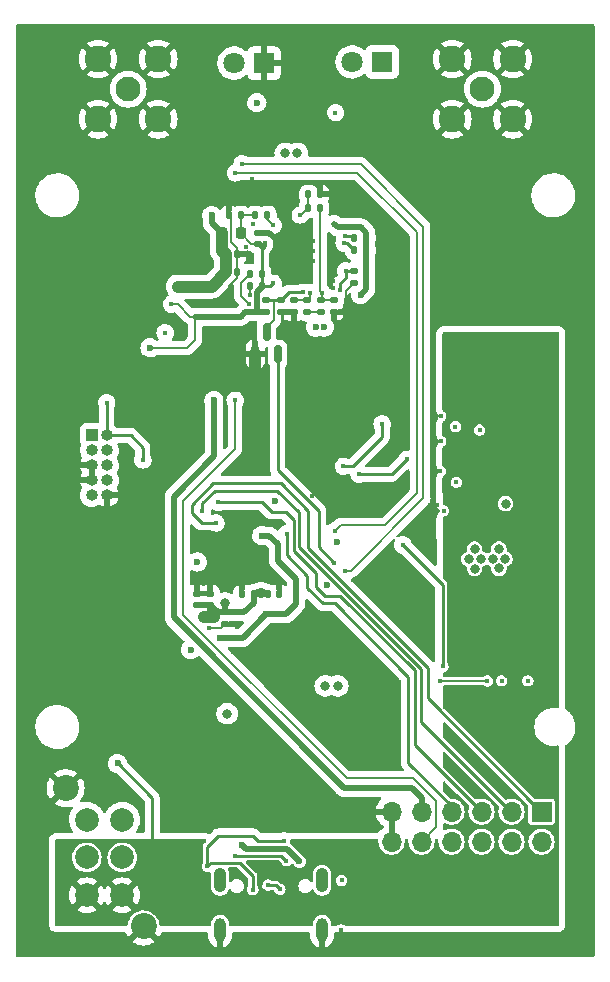
<source format=gbl>
%TF.GenerationSoftware,KiCad,Pcbnew,(6.0.6-0)*%
%TF.CreationDate,2023-01-17T18:34:31+00:00*%
%TF.ProjectId,max2871-evalboard,6d617832-3837-4312-9d65-76616c626f61,1.0*%
%TF.SameCoordinates,Original*%
%TF.FileFunction,Copper,L4,Bot*%
%TF.FilePolarity,Positive*%
%FSLAX46Y46*%
G04 Gerber Fmt 4.6, Leading zero omitted, Abs format (unit mm)*
G04 Created by KiCad (PCBNEW (6.0.6-0)) date 2023-01-17 18:34:31*
%MOMM*%
%LPD*%
G01*
G04 APERTURE LIST*
G04 Aperture macros list*
%AMRoundRect*
0 Rectangle with rounded corners*
0 $1 Rounding radius*
0 $2 $3 $4 $5 $6 $7 $8 $9 X,Y pos of 4 corners*
0 Add a 4 corners polygon primitive as box body*
4,1,4,$2,$3,$4,$5,$6,$7,$8,$9,$2,$3,0*
0 Add four circle primitives for the rounded corners*
1,1,$1+$1,$2,$3*
1,1,$1+$1,$4,$5*
1,1,$1+$1,$6,$7*
1,1,$1+$1,$8,$9*
0 Add four rect primitives between the rounded corners*
20,1,$1+$1,$2,$3,$4,$5,0*
20,1,$1+$1,$4,$5,$6,$7,0*
20,1,$1+$1,$6,$7,$8,$9,0*
20,1,$1+$1,$8,$9,$2,$3,0*%
G04 Aperture macros list end*
%TA.AperFunction,ComponentPad*%
%ADD10R,1.800000X1.800000*%
%TD*%
%TA.AperFunction,ComponentPad*%
%ADD11C,1.800000*%
%TD*%
%TA.AperFunction,ComponentPad*%
%ADD12R,1.000000X1.000000*%
%TD*%
%TA.AperFunction,ComponentPad*%
%ADD13O,1.000000X1.000000*%
%TD*%
%TA.AperFunction,ComponentPad*%
%ADD14C,2.000000*%
%TD*%
%TA.AperFunction,ComponentPad*%
%ADD15C,2.200000*%
%TD*%
%TA.AperFunction,ComponentPad*%
%ADD16O,1.000000X2.000000*%
%TD*%
%TA.AperFunction,ComponentPad*%
%ADD17O,1.050000X2.100000*%
%TD*%
%TA.AperFunction,ComponentPad*%
%ADD18R,1.700000X1.700000*%
%TD*%
%TA.AperFunction,ComponentPad*%
%ADD19O,1.700000X1.700000*%
%TD*%
%TA.AperFunction,ComponentPad*%
%ADD20C,2.100000*%
%TD*%
%TA.AperFunction,ComponentPad*%
%ADD21C,2.250000*%
%TD*%
%TA.AperFunction,SMDPad,CuDef*%
%ADD22RoundRect,0.140000X-0.170000X0.140000X-0.170000X-0.140000X0.170000X-0.140000X0.170000X0.140000X0*%
%TD*%
%TA.AperFunction,SMDPad,CuDef*%
%ADD23RoundRect,0.140000X0.170000X-0.140000X0.170000X0.140000X-0.170000X0.140000X-0.170000X-0.140000X0*%
%TD*%
%TA.AperFunction,SMDPad,CuDef*%
%ADD24RoundRect,0.140000X0.140000X0.170000X-0.140000X0.170000X-0.140000X-0.170000X0.140000X-0.170000X0*%
%TD*%
%TA.AperFunction,SMDPad,CuDef*%
%ADD25RoundRect,0.135000X0.135000X0.185000X-0.135000X0.185000X-0.135000X-0.185000X0.135000X-0.185000X0*%
%TD*%
%TA.AperFunction,SMDPad,CuDef*%
%ADD26RoundRect,0.140000X-0.140000X-0.170000X0.140000X-0.170000X0.140000X0.170000X-0.140000X0.170000X0*%
%TD*%
%TA.AperFunction,SMDPad,CuDef*%
%ADD27RoundRect,0.135000X-0.185000X0.135000X-0.185000X-0.135000X0.185000X-0.135000X0.185000X0.135000X0*%
%TD*%
%TA.AperFunction,SMDPad,CuDef*%
%ADD28RoundRect,0.135000X-0.135000X-0.185000X0.135000X-0.185000X0.135000X0.185000X-0.135000X0.185000X0*%
%TD*%
%TA.AperFunction,SMDPad,CuDef*%
%ADD29RoundRect,0.150000X0.150000X-0.587500X0.150000X0.587500X-0.150000X0.587500X-0.150000X-0.587500X0*%
%TD*%
%TA.AperFunction,SMDPad,CuDef*%
%ADD30RoundRect,0.218750X-0.218750X-0.256250X0.218750X-0.256250X0.218750X0.256250X-0.218750X0.256250X0*%
%TD*%
%TA.AperFunction,SMDPad,CuDef*%
%ADD31RoundRect,0.135000X0.185000X-0.135000X0.185000X0.135000X-0.185000X0.135000X-0.185000X-0.135000X0*%
%TD*%
%TA.AperFunction,ViaPad*%
%ADD32C,0.450000*%
%TD*%
%TA.AperFunction,ViaPad*%
%ADD33C,0.600000*%
%TD*%
%TA.AperFunction,ViaPad*%
%ADD34C,0.800000*%
%TD*%
%TA.AperFunction,Conductor*%
%ADD35C,0.200000*%
%TD*%
%TA.AperFunction,Conductor*%
%ADD36C,0.254000*%
%TD*%
%TA.AperFunction,Conductor*%
%ADD37C,0.508000*%
%TD*%
%TA.AperFunction,Conductor*%
%ADD38C,1.016000*%
%TD*%
G04 APERTURE END LIST*
D10*
X71500000Y-53800000D03*
D11*
X68960000Y-53800000D03*
D12*
X56925000Y-85300000D03*
D13*
X58195000Y-85300000D03*
X56925000Y-86570000D03*
X58195000Y-86570000D03*
X56925000Y-87840000D03*
X58195000Y-87840000D03*
X56925000Y-89110000D03*
X58195000Y-89110000D03*
X56925000Y-90380000D03*
X58195000Y-90380000D03*
D14*
X59500000Y-117850400D03*
X59500000Y-121050400D03*
X59500000Y-124250400D03*
X56500000Y-117850400D03*
X56500000Y-121050400D03*
X56500000Y-124250400D03*
D15*
X61300000Y-126900400D03*
X54700000Y-115200400D03*
D16*
X76420000Y-127165000D03*
D17*
X76420000Y-122985000D03*
D16*
X67780000Y-127165000D03*
D17*
X67780000Y-122985000D03*
D18*
X95000000Y-117175000D03*
D19*
X95000000Y-119715000D03*
X92460000Y-117175000D03*
X92460000Y-119715000D03*
X89920000Y-117175000D03*
X89920000Y-119715000D03*
X87380000Y-117175000D03*
X87380000Y-119715000D03*
X84840000Y-117175000D03*
X84840000Y-119715000D03*
X82300000Y-117175000D03*
X82300000Y-119715000D03*
D20*
X60000000Y-56000000D03*
D21*
X57450000Y-53450000D03*
X62550000Y-58550000D03*
X62550000Y-53450000D03*
X57450000Y-58550000D03*
D10*
X81500000Y-53700000D03*
D11*
X78960000Y-53700000D03*
D20*
X90000000Y-56000000D03*
D21*
X92550000Y-53450000D03*
X87450000Y-53450000D03*
X87450000Y-58550000D03*
X92550000Y-58550000D03*
D22*
X68224400Y-100307200D03*
X68224400Y-101267200D03*
D23*
X65836800Y-99692400D03*
X65836800Y-98732400D03*
D24*
X70634800Y-98755200D03*
X69674800Y-98755200D03*
X69517200Y-66700400D03*
X68557200Y-66700400D03*
D25*
X71325200Y-71628000D03*
X70305200Y-71628000D03*
D26*
X71808400Y-98755200D03*
X72768400Y-98755200D03*
D27*
X75184000Y-73861200D03*
X75184000Y-74881200D03*
D26*
X75262800Y-64922400D03*
X76222800Y-64922400D03*
D25*
X76252800Y-66090800D03*
X75232800Y-66090800D03*
D28*
X70762400Y-66700400D03*
X71782400Y-66700400D03*
D22*
X72948800Y-73891200D03*
X72948800Y-74851200D03*
D23*
X66954400Y-99692400D03*
X66954400Y-98732400D03*
D28*
X79144400Y-69646800D03*
X80164400Y-69646800D03*
D29*
X72679600Y-78458300D03*
X70779600Y-78458300D03*
X71729600Y-76583300D03*
D30*
X67944900Y-68224400D03*
X69519900Y-68224400D03*
D28*
X79144400Y-68580000D03*
X80164400Y-68580000D03*
D31*
X71678800Y-74881200D03*
X71678800Y-73861200D03*
D23*
X76301600Y-74851200D03*
X76301600Y-73891200D03*
D26*
X68252400Y-70002400D03*
X69212400Y-70002400D03*
D24*
X71295200Y-72694800D03*
X70335200Y-72694800D03*
D23*
X71018400Y-69110800D03*
X71018400Y-68150800D03*
D27*
X74066400Y-73861200D03*
X74066400Y-74881200D03*
D22*
X77419200Y-73891200D03*
X77419200Y-74851200D03*
D26*
X68252400Y-71526400D03*
X69212400Y-71526400D03*
D22*
X79146400Y-71427400D03*
X79146400Y-72387400D03*
D32*
X68250000Y-84350000D03*
D33*
X69670000Y-119980000D03*
X74500000Y-121390000D03*
D32*
X77350000Y-72825000D03*
X77650000Y-75890000D03*
X73914000Y-70535800D03*
X58300000Y-74875000D03*
X86461600Y-85825000D03*
X61220000Y-63420000D03*
D34*
X51000000Y-125608688D03*
D32*
X80683200Y-113375000D03*
D34*
X51000000Y-98478256D03*
D32*
X74000000Y-75750000D03*
D34*
X92044738Y-129006600D03*
D32*
X75666600Y-114147600D03*
X58680000Y-66500000D03*
X61220000Y-64960000D03*
X58000000Y-99150000D03*
X75150000Y-53600000D03*
D34*
X99009200Y-67963120D03*
X51000000Y-88304344D03*
D32*
X69443600Y-96600000D03*
D34*
X71571426Y-51000000D03*
D32*
X75621830Y-63900000D03*
D34*
X82901882Y-129006600D03*
X51000000Y-101869560D03*
X55571428Y-51000000D03*
X60142856Y-51000000D03*
X82999996Y-51000000D03*
X78330454Y-129006600D03*
D32*
X76327000Y-103835200D03*
X90850000Y-60210700D03*
X85875000Y-55350000D03*
X62725000Y-85325000D03*
X59300000Y-71250000D03*
X76352400Y-114909600D03*
D34*
X89857138Y-51000000D03*
D32*
X66275000Y-56000000D03*
X64400000Y-88325000D03*
X87782400Y-89281000D03*
X85557000Y-91700000D03*
D34*
X99009200Y-105267464D03*
D32*
X73950000Y-76850000D03*
D34*
X76142854Y-51000000D03*
D32*
X60200000Y-100000000D03*
X89750000Y-84875000D03*
X86461600Y-83693000D03*
X63906400Y-104749600D03*
X51000000Y-95086952D03*
D34*
X51000000Y-54391304D03*
D32*
X66650000Y-53675000D03*
X86436200Y-88366600D03*
D34*
X53285714Y-51000000D03*
D32*
X63990000Y-71040000D03*
X90850000Y-64075000D03*
D34*
X99009200Y-71354424D03*
D32*
X89100000Y-62895700D03*
D34*
X89759024Y-129006600D03*
D32*
X79025000Y-82425000D03*
X62725000Y-84700000D03*
X90850000Y-65325000D03*
X88050000Y-69900000D03*
X79654400Y-107137200D03*
X81203800Y-60655200D03*
X73850000Y-77960000D03*
X77139800Y-115747800D03*
X60370000Y-69800000D03*
X68427600Y-106807000D03*
X83250000Y-73650000D03*
X69980000Y-69410000D03*
X70281800Y-73431400D03*
X68503800Y-73583800D03*
X60150000Y-98150000D03*
X94550000Y-61250000D03*
X74750000Y-70535800D03*
D34*
X51000000Y-129000000D03*
D32*
X90850000Y-66500000D03*
D34*
X64714284Y-51000000D03*
D32*
X68275000Y-56750000D03*
X79500000Y-102900000D03*
D34*
X65455800Y-129006600D03*
D32*
X77952600Y-116535200D03*
X81875000Y-82400000D03*
X77343000Y-104775000D03*
X58680000Y-61880000D03*
X77350000Y-72250000D03*
D34*
X53250000Y-68925000D03*
D32*
X66827400Y-101625400D03*
X77241400Y-87884000D03*
X74750000Y-68884800D03*
X70764400Y-82194400D03*
X62675000Y-81575000D03*
X85050000Y-64400000D03*
X69469000Y-94005400D03*
D34*
X99009200Y-54397904D03*
D32*
X78257400Y-86893400D03*
X88325000Y-72500000D03*
X66680000Y-69450000D03*
X69450000Y-95400000D03*
X61000000Y-80150000D03*
X89100000Y-61568550D03*
X83464400Y-96113600D03*
X78025000Y-127175000D03*
D34*
X51000000Y-105260864D03*
X51000000Y-81521736D03*
X87571424Y-51000000D03*
X73857140Y-51000000D03*
D32*
X75600000Y-88849200D03*
X75600000Y-90450000D03*
X80550000Y-83125000D03*
D34*
X51000000Y-57782608D03*
D32*
X70500000Y-95200000D03*
X72387332Y-63900000D03*
D34*
X70175000Y-128825000D03*
D32*
X80695800Y-109245400D03*
D34*
X73858000Y-128825000D03*
D32*
X77525000Y-78725000D03*
D34*
X99009200Y-61180512D03*
D32*
X56800000Y-106050000D03*
X61899800Y-75539600D03*
D34*
X96616166Y-129006600D03*
D32*
X78900000Y-102250000D03*
X75450000Y-99850000D03*
X81750000Y-113375000D03*
X79667200Y-113400400D03*
X60640000Y-72100000D03*
X54850000Y-93100000D03*
X81356200Y-99593400D03*
D34*
X51000000Y-67956520D03*
D32*
X58680000Y-64960000D03*
X76327000Y-104775000D03*
D34*
X96714280Y-51000000D03*
D32*
X69418200Y-97900000D03*
X89850000Y-68600000D03*
X71650000Y-95200000D03*
X61940000Y-70810000D03*
D34*
X87473310Y-129006600D03*
D32*
X80518000Y-98704400D03*
X67792600Y-106248200D03*
X71958200Y-103657400D03*
X62675000Y-82500000D03*
X82260000Y-68625000D03*
X61900000Y-79275000D03*
D34*
X62428570Y-51000000D03*
D32*
X78075000Y-123000000D03*
D34*
X99009200Y-95093552D03*
D32*
X82275000Y-70325000D03*
X65280000Y-69470000D03*
X71309166Y-63900000D03*
D34*
X63046500Y-129006600D03*
X99009200Y-118832680D03*
D32*
X62550000Y-109950000D03*
D34*
X99009200Y-57789208D03*
D32*
X93850000Y-106100000D03*
D34*
X51000000Y-71347824D03*
X51000000Y-74739128D03*
D32*
X58000000Y-100075000D03*
X71700000Y-96205200D03*
X76377800Y-109524800D03*
D34*
X53275000Y-70750000D03*
D32*
X63855600Y-102235000D03*
X71700000Y-97250000D03*
X63900000Y-69420000D03*
D34*
X51000000Y-84913040D03*
D32*
X59850000Y-80200000D03*
X59270000Y-68360000D03*
X59875000Y-76925000D03*
X70500000Y-63625000D03*
D34*
X51000000Y-91695648D03*
X99009200Y-64571816D03*
D32*
X70500000Y-97250000D03*
D34*
X58227900Y-129006600D03*
D32*
X73625000Y-53625000D03*
D34*
X99009200Y-129006600D03*
X51000000Y-122217384D03*
X80714282Y-51000000D03*
X92142852Y-51000000D03*
X99009200Y-98484856D03*
D32*
X86141200Y-91228000D03*
X78359000Y-104775000D03*
X61220000Y-61880000D03*
X62050000Y-88275000D03*
D34*
X66999998Y-51000000D03*
D32*
X59750000Y-81325000D03*
X59000000Y-106000000D03*
X61975000Y-84700000D03*
X90850000Y-61575000D03*
X91625000Y-106100000D03*
D34*
X51000000Y-115434776D03*
D32*
X61220000Y-60340000D03*
X79171800Y-106476800D03*
X83150000Y-56025000D03*
X70764400Y-80721200D03*
X58680000Y-63420000D03*
X70500000Y-96250000D03*
X83350000Y-68625000D03*
D34*
X51000000Y-61173912D03*
D32*
X75613900Y-69672200D03*
X58000000Y-101100000D03*
D34*
X99009200Y-81528336D03*
D32*
X61220000Y-66500000D03*
X82825000Y-85925000D03*
X74750000Y-69672200D03*
X76775000Y-53625000D03*
X71958200Y-102920800D03*
X90500000Y-67550000D03*
X64350000Y-85025000D03*
D34*
X69285712Y-51000000D03*
D32*
X89100000Y-64222850D03*
X76327000Y-102895400D03*
X86700000Y-91700000D03*
D34*
X99009200Y-115441376D03*
D32*
X89100000Y-60241400D03*
X77930000Y-78300000D03*
X87875000Y-67900000D03*
X67792600Y-106883200D03*
X76700000Y-63900000D03*
X67400000Y-118500000D03*
X62000000Y-68510000D03*
X87000000Y-70250000D03*
X76428600Y-87147400D03*
X73465498Y-63900000D03*
D34*
X99009200Y-112050072D03*
X99009200Y-74745728D03*
X99009200Y-84919640D03*
D32*
X93125000Y-62325000D03*
D34*
X51000000Y-78130432D03*
D32*
X75613900Y-70535800D03*
X76377800Y-108712000D03*
X70764400Y-79984600D03*
D34*
X94330452Y-129006600D03*
D32*
X65640000Y-71150000D03*
D34*
X99009200Y-125615288D03*
D32*
X75600000Y-89636600D03*
X68650000Y-88375000D03*
D34*
X51000000Y-51000000D03*
D32*
X73939400Y-68884800D03*
X79629000Y-97739200D03*
X92325000Y-72525000D03*
X61750000Y-82500000D03*
X77343000Y-103835200D03*
D34*
X99009200Y-101876160D03*
D32*
X90850000Y-62900000D03*
X62775000Y-88275000D03*
X60925000Y-79300000D03*
X64350000Y-56000000D03*
X87706200Y-84582000D03*
X56275000Y-74875000D03*
D34*
X99009200Y-108658768D03*
X51000000Y-108652168D03*
D32*
X83200000Y-84300000D03*
D34*
X51000000Y-118826080D03*
D32*
X83000000Y-62500000D03*
X88775000Y-66875000D03*
D34*
X99009200Y-78137032D03*
X99009200Y-122223984D03*
D32*
X68250000Y-85550000D03*
X80187800Y-106502200D03*
X95875000Y-60225000D03*
X58680000Y-60340000D03*
D34*
X85187596Y-129006600D03*
X55818600Y-129006600D03*
D32*
X73939400Y-69672200D03*
D34*
X99009200Y-88310944D03*
D32*
X63910000Y-105370000D03*
D34*
X51000000Y-64565216D03*
D32*
X61975000Y-85325000D03*
X70764400Y-81407000D03*
X79830000Y-66330000D03*
X86050000Y-68575000D03*
X68900000Y-103657400D03*
X79883000Y-109270800D03*
D34*
X57857142Y-51000000D03*
D32*
X56350000Y-94550000D03*
D34*
X99009200Y-91702248D03*
X53409300Y-129006600D03*
D32*
X85900000Y-70350000D03*
D34*
X78428568Y-51000000D03*
D32*
X89100000Y-65550000D03*
X75613900Y-68884800D03*
X78375000Y-78740000D03*
D34*
X80616168Y-129006600D03*
X51000000Y-112043472D03*
D32*
X76377800Y-108000800D03*
D34*
X60637200Y-129006600D03*
X99000000Y-51000000D03*
X94428566Y-51000000D03*
D32*
X85875000Y-56675000D03*
D34*
X85285710Y-51000000D03*
D32*
X62775000Y-88975000D03*
X88975000Y-69375000D03*
X83325000Y-70325000D03*
D34*
X91140000Y-100070000D03*
X92660000Y-100070000D03*
D33*
X70900000Y-57150000D03*
X87450000Y-79475000D03*
D34*
X91910000Y-98980000D03*
D33*
X87450000Y-77950000D03*
D34*
X90270000Y-99010000D03*
D33*
X90900000Y-79500000D03*
X90900000Y-77950000D03*
X59100000Y-113100000D03*
X89075000Y-79475000D03*
X89075000Y-77950000D03*
D34*
X91389200Y-94945200D03*
D32*
X71221600Y-98450400D03*
D33*
X65303400Y-103454200D03*
D34*
X90881200Y-95783400D03*
X89331800Y-96596200D03*
X76682600Y-106527600D03*
D33*
X65760000Y-72720000D03*
X65862200Y-96037400D03*
X64200000Y-72720000D03*
X77647800Y-94361000D03*
D34*
X88849200Y-95783400D03*
D33*
X64990000Y-72720000D03*
D32*
X71221600Y-98958400D03*
D34*
X89331800Y-94945200D03*
X91389200Y-96570800D03*
X89865200Y-95783400D03*
X67284600Y-100711000D03*
X77749400Y-106527600D03*
X91950000Y-91100000D03*
D33*
X72466200Y-90855800D03*
D34*
X66421000Y-100711000D03*
X68224400Y-99517200D03*
D33*
X67080000Y-66700000D03*
D34*
X91897200Y-95783400D03*
D33*
X76835000Y-97967800D03*
X67750000Y-102450000D03*
X71323200Y-93802200D03*
X71678800Y-100482400D03*
D32*
X76403200Y-73251600D03*
X74574400Y-66649600D03*
D33*
X61849000Y-77901800D03*
D32*
X63670000Y-74220000D03*
X72288400Y-72440800D03*
X71628000Y-69062600D03*
D34*
X74320000Y-61440000D03*
D33*
X76620000Y-76150000D03*
X75870000Y-76150000D03*
D34*
X73300000Y-61440000D03*
D33*
X79679800Y-73406000D03*
D32*
X77901800Y-67716400D03*
X77470000Y-67411600D03*
X78409800Y-71399400D03*
X77950000Y-73025000D03*
X74800000Y-73200000D03*
D34*
X68375000Y-108875000D03*
D32*
X72850000Y-123750000D03*
X71840000Y-123400000D03*
X61250000Y-87400000D03*
X58190000Y-82550000D03*
X67437000Y-92735400D03*
X66294000Y-91719400D03*
X67640200Y-90982800D03*
X70225000Y-74200000D03*
X73431400Y-93649800D03*
D33*
X67259200Y-82346800D03*
D32*
X69062600Y-82346800D03*
X79552800Y-88620600D03*
X83610000Y-87330000D03*
X78232000Y-87934800D03*
X81508600Y-84353400D03*
X90413600Y-106103600D03*
X86385400Y-106095800D03*
X75400000Y-73228200D03*
X86639400Y-104876600D03*
X83261200Y-94589600D03*
X72288400Y-67513200D03*
X69646800Y-62331600D03*
X78333600Y-96805200D03*
X77470000Y-96088200D03*
X70560000Y-123770000D03*
X66710000Y-121820000D03*
X73211606Y-119649081D03*
X78282800Y-69037200D03*
X77495400Y-93395800D03*
X70561200Y-67462400D03*
X69088000Y-63093600D03*
X69060000Y-120920000D03*
X73400000Y-121340000D03*
X77550000Y-57990000D03*
X63130000Y-76620000D03*
X78333600Y-68453000D03*
D35*
X71625000Y-69075000D02*
X71590200Y-69075000D01*
X71590200Y-69075000D02*
X71323200Y-69342000D01*
D36*
X71325200Y-69543200D02*
X71625000Y-69243400D01*
X71625000Y-69243400D02*
X71625000Y-69075000D01*
D35*
X71625000Y-69075000D02*
X71589200Y-69110800D01*
X71589200Y-69110800D02*
X71018400Y-69110800D01*
X75400000Y-73228200D02*
X75400000Y-73645200D01*
X75400000Y-73645200D02*
X75184000Y-73861200D01*
X70305200Y-71628000D02*
X70305200Y-71630000D01*
X70305200Y-71630000D02*
X69545200Y-72390000D01*
X69545200Y-72390000D02*
X69545200Y-73520200D01*
X69545200Y-73520200D02*
X70225000Y-74200000D01*
D37*
X73430000Y-120320000D02*
X70010000Y-120320000D01*
X70010000Y-120320000D02*
X69670000Y-119980000D01*
X74500000Y-121390000D02*
X73430000Y-120320000D01*
D35*
X67866200Y-101625400D02*
X66827400Y-101625400D01*
D37*
X72517000Y-68707000D02*
X72517000Y-70180200D01*
D35*
X70790000Y-82190000D02*
X70790000Y-80010200D01*
X68732400Y-66875600D02*
X68557200Y-66700400D01*
X79146400Y-72387400D02*
X78460600Y-73073200D01*
D37*
X72517000Y-70180200D02*
X72898000Y-70561200D01*
D35*
X78460600Y-74345800D02*
X77955200Y-74851200D01*
X70790000Y-80010200D02*
X70764400Y-79984600D01*
X78460600Y-73073200D02*
X78460600Y-74345800D01*
X69212400Y-71960800D02*
X68503800Y-72669400D01*
D37*
X71018400Y-68150800D02*
X71960800Y-68150800D01*
D35*
X70335200Y-72694800D02*
X70281800Y-72748200D01*
X69212400Y-71526400D02*
X69212400Y-71960800D01*
X69212400Y-69415600D02*
X68732400Y-68935600D01*
D37*
X74066400Y-75683600D02*
X74000000Y-75750000D01*
D35*
X70281800Y-72748200D02*
X70281800Y-73431400D01*
D36*
X76700000Y-63900000D02*
X75621830Y-63900000D01*
D35*
X69212400Y-70002400D02*
X69212400Y-69415600D01*
D37*
X71960800Y-68150800D02*
X72517000Y-68707000D01*
D35*
X68732400Y-68935600D02*
X68732400Y-66875600D01*
X69212400Y-70002400D02*
X69212400Y-71526400D01*
D37*
X74066400Y-74881200D02*
X74066400Y-75683600D01*
D36*
X76222800Y-64500970D02*
X75621830Y-63900000D01*
D35*
X68503800Y-72669400D02*
X68503800Y-73583800D01*
D37*
X72898000Y-70561200D02*
X73888600Y-70561200D01*
X72948800Y-74851200D02*
X74036400Y-74851200D01*
X74036400Y-74851200D02*
X74066400Y-74881200D01*
D38*
X70779600Y-78458300D02*
X70779600Y-82179600D01*
D35*
X77419200Y-75659200D02*
X77650000Y-75890000D01*
X73888600Y-70561200D02*
X73914000Y-70535800D01*
X77955200Y-74851200D02*
X77419200Y-74851200D01*
X68224400Y-101267200D02*
X67866200Y-101625400D01*
D36*
X76222800Y-64922400D02*
X76222800Y-64500970D01*
D35*
X77419200Y-74851200D02*
X77419200Y-75659200D01*
D36*
X59100000Y-113100000D02*
X62025000Y-116025000D01*
X62025000Y-116025000D02*
X62025000Y-121725400D01*
X62025000Y-121725400D02*
X59500000Y-124250400D01*
D37*
X68224400Y-100307200D02*
X67569200Y-100307200D01*
X68224400Y-100307200D02*
X68224400Y-99517200D01*
D35*
X70939600Y-98450400D02*
X70634800Y-98755200D01*
X71221600Y-98450400D02*
X71503600Y-98450400D01*
D37*
X67080000Y-66700000D02*
X67080000Y-67359500D01*
X65836800Y-99692400D02*
X66954400Y-99692400D01*
D38*
X67944900Y-68224400D02*
X67944900Y-69694900D01*
X67944900Y-69694900D02*
X68252400Y-70002400D01*
X67284600Y-100711000D02*
X66421000Y-100711000D01*
D37*
X71808400Y-98755200D02*
X70634800Y-98755200D01*
D35*
X71503600Y-98450400D02*
X71808400Y-98755200D01*
D38*
X68252400Y-70002400D02*
X68252400Y-71526400D01*
D35*
X70838000Y-98958400D02*
X70634800Y-98755200D01*
D37*
X68224400Y-100307200D02*
X69847400Y-100307200D01*
D38*
X67058800Y-72720000D02*
X64200000Y-72720000D01*
D37*
X66954400Y-99692400D02*
X66954400Y-100660200D01*
D35*
X71221600Y-98958400D02*
X70838000Y-98958400D01*
D37*
X67569200Y-100307200D02*
X66954400Y-99692400D01*
X69847400Y-100307200D02*
X70634800Y-99519800D01*
X67688400Y-100307200D02*
X67284600Y-100711000D01*
D35*
X71221600Y-98958400D02*
X71605200Y-98958400D01*
D37*
X67080000Y-67359500D02*
X67944900Y-68224400D01*
D35*
X71605200Y-98958400D02*
X71808400Y-98755200D01*
X71221600Y-98450400D02*
X70939600Y-98450400D01*
D37*
X70634800Y-99519800D02*
X70634800Y-98755200D01*
D38*
X68252400Y-71526400D02*
X67058800Y-72720000D01*
D37*
X68224400Y-100307200D02*
X67688400Y-100307200D01*
X73329800Y-100482400D02*
X74250000Y-99562200D01*
X69697600Y-102463600D02*
X67741800Y-102463600D01*
X74250000Y-99562200D02*
X74250000Y-97500000D01*
X71678800Y-100482400D02*
X73329800Y-100482400D01*
X72700000Y-95950000D02*
X72700000Y-94550000D01*
X71678800Y-100482400D02*
X69697600Y-102463600D01*
X71952200Y-93802200D02*
X71323200Y-93802200D01*
X74250000Y-97500000D02*
X72700000Y-95950000D01*
X72700000Y-94550000D02*
X71952200Y-93802200D01*
D35*
X76271600Y-74881200D02*
X76301600Y-74851200D01*
X75184000Y-74881200D02*
X76271600Y-74881200D01*
X76403200Y-73789600D02*
X76301600Y-73891200D01*
X76252800Y-66090800D02*
X76252800Y-73101200D01*
X76252800Y-73101200D02*
X76403200Y-73251600D01*
X77419200Y-73891200D02*
X76301600Y-73891200D01*
X76403200Y-73251600D02*
X76403200Y-73789600D01*
X74574400Y-66649600D02*
X74674000Y-66649600D01*
X75232800Y-66090800D02*
X75232800Y-64952400D01*
X75232800Y-64952400D02*
X75262800Y-64922400D01*
X74674000Y-66649600D02*
X75232800Y-66090800D01*
D36*
X71325200Y-71628000D02*
X71325200Y-72664800D01*
D35*
X71018400Y-69236400D02*
X71325200Y-69543200D01*
D36*
X71325200Y-69543200D02*
X71323200Y-69541200D01*
D35*
X71018400Y-69110800D02*
X71018400Y-69236400D01*
X61849000Y-77901800D02*
X64998600Y-77901800D01*
D36*
X72034400Y-72694800D02*
X72288400Y-72440800D01*
X71295200Y-72694800D02*
X72034400Y-72694800D01*
D35*
X69519900Y-66703100D02*
X69517200Y-66700400D01*
X63670000Y-74220000D02*
X64200000Y-74220000D01*
D37*
X70918800Y-74881200D02*
X71678800Y-74881200D01*
X71295200Y-72781605D02*
X71295200Y-72694800D01*
X70918800Y-73158005D02*
X71295200Y-72781605D01*
D35*
X65265600Y-75285600D02*
X65635600Y-75285600D01*
X69519900Y-68224400D02*
X69519900Y-66703100D01*
D36*
X71325200Y-71628000D02*
X71325200Y-69543200D01*
D35*
X70762400Y-66700400D02*
X69517200Y-66700400D01*
D37*
X69924200Y-74881200D02*
X70918800Y-74881200D01*
D35*
X64200000Y-74220000D02*
X65265600Y-75285600D01*
X70406300Y-69110800D02*
X69519900Y-68224400D01*
D37*
X70918800Y-74881200D02*
X70918800Y-73158005D01*
D35*
X64998600Y-77901800D02*
X65635600Y-77264800D01*
D37*
X69519800Y-75285600D02*
X69924200Y-74881200D01*
X65635600Y-75285600D02*
X69519800Y-75285600D01*
D36*
X71323200Y-69541200D02*
X71323200Y-69342000D01*
D35*
X65635600Y-77264800D02*
X65635600Y-75285600D01*
X71018400Y-69110800D02*
X70406300Y-69110800D01*
D36*
X71325200Y-72664800D02*
X71295200Y-72694800D01*
D37*
X80164400Y-69646800D02*
X80164400Y-68580000D01*
X80164400Y-68580000D02*
X80164400Y-68150200D01*
X77774800Y-67716400D02*
X77470000Y-67411600D01*
X79679800Y-73406000D02*
X80164400Y-72921400D01*
X80164400Y-72921400D02*
X80164400Y-69646800D01*
X77901800Y-67716400D02*
X77774800Y-67716400D01*
X79730600Y-67716400D02*
X77901800Y-67716400D01*
X80164400Y-68150200D02*
X79730600Y-67716400D01*
D36*
X77950000Y-72450000D02*
X77950000Y-73025000D01*
X79118400Y-71399400D02*
X79146400Y-71427400D01*
X78409800Y-71399400D02*
X79118400Y-71399400D01*
X78409800Y-71399400D02*
X78409800Y-71990200D01*
X78409800Y-71990200D02*
X77950000Y-72450000D01*
X72918800Y-73861200D02*
X72948800Y-73891200D01*
X73637200Y-73202800D02*
X72948800Y-73891200D01*
X72392000Y-73861200D02*
X72918800Y-73861200D01*
D35*
X72313800Y-75590400D02*
X72313800Y-73939400D01*
D36*
X71882000Y-73861200D02*
X72392000Y-73861200D01*
D35*
X72313800Y-73939400D02*
X72392000Y-73861200D01*
X71729600Y-76583300D02*
X71729600Y-76174600D01*
X71729600Y-76174600D02*
X72313800Y-75590400D01*
D36*
X74803000Y-73202800D02*
X73637200Y-73202800D01*
X72500000Y-123400000D02*
X72850000Y-123750000D01*
X71840000Y-123400000D02*
X72500000Y-123400000D01*
X58195000Y-85300000D02*
X58195000Y-82555000D01*
X61250000Y-86350000D02*
X61250000Y-87400000D01*
X60200000Y-85300000D02*
X61250000Y-86350000D01*
X58195000Y-85300000D02*
X60200000Y-85300000D01*
X58195000Y-82555000D02*
X58190000Y-82550000D01*
X75260200Y-91710200D02*
X72932600Y-89382600D01*
X75260200Y-94869000D02*
X75260200Y-91710200D01*
X72932600Y-89382600D02*
X67208400Y-89382600D01*
X67208400Y-89382600D02*
X65379600Y-91211400D01*
X66217800Y-92735400D02*
X67437000Y-92735400D01*
X95000000Y-117175000D02*
X94950000Y-117175000D01*
X65379600Y-91211400D02*
X65379600Y-91897200D01*
X85369400Y-107594400D02*
X85369400Y-104978200D01*
X94950000Y-117175000D02*
X85369400Y-107594400D01*
X85369400Y-104978200D02*
X75260200Y-94869000D01*
X65379600Y-91897200D02*
X66217800Y-92735400D01*
X66294000Y-91059000D02*
X67360800Y-89992200D01*
X66294000Y-91719400D02*
X66294000Y-91059000D01*
X84836000Y-105130600D02*
X84836000Y-109561000D01*
X72642200Y-89992200D02*
X74498200Y-91848200D01*
X67360800Y-89992200D02*
X72642200Y-89992200D01*
X84836000Y-109561000D02*
X92450000Y-117175000D01*
X92450000Y-117175000D02*
X92460000Y-117175000D01*
X74498200Y-94792800D02*
X84836000Y-105130600D01*
X74498200Y-91848200D02*
X74498200Y-94792800D01*
X77950000Y-98900000D02*
X84251800Y-105201800D01*
X72146116Y-91800000D02*
X73350000Y-91800000D01*
X71328916Y-90982800D02*
X72146116Y-91800000D01*
X84251800Y-111501800D02*
X89920000Y-117170000D01*
X89920000Y-117170000D02*
X89920000Y-117175000D01*
X75900000Y-98161184D02*
X76638816Y-98900000D01*
X73350000Y-91800000D02*
X74050000Y-92500000D01*
X75900000Y-96950000D02*
X75900000Y-98161184D01*
X74050000Y-95100000D02*
X75900000Y-96950000D01*
X76638816Y-98900000D02*
X77950000Y-98900000D01*
X74050000Y-92500000D02*
X74050000Y-95100000D01*
X67640200Y-90982800D02*
X71328916Y-90982800D01*
X84251800Y-105201800D02*
X84251800Y-111501800D01*
X87380000Y-116717000D02*
X83718400Y-113055400D01*
X83718400Y-113055400D02*
X83718400Y-108127800D01*
X77500000Y-99550000D02*
X76500000Y-99550000D01*
X76500000Y-99550000D02*
X75150000Y-98200000D01*
X75150000Y-98200000D02*
X75150000Y-97200000D01*
X87380000Y-117175000D02*
X87380000Y-116717000D01*
X83718400Y-105768400D02*
X77500000Y-99550000D01*
X83718400Y-108204000D02*
X83718400Y-105768400D01*
X73431400Y-95481400D02*
X73431400Y-93649800D01*
X75150000Y-97200000D02*
X73431400Y-95481400D01*
D37*
X67259200Y-87096600D02*
X63855600Y-90500200D01*
X63855600Y-100736400D02*
X78294200Y-115175000D01*
X67259200Y-82346800D02*
X67259200Y-87096600D01*
X84025000Y-115175000D02*
X84840000Y-115990000D01*
X78294200Y-115175000D02*
X84025000Y-115175000D01*
X63855600Y-90500200D02*
X63855600Y-100736400D01*
X84840000Y-115990000D02*
X84840000Y-117175000D01*
D35*
X86100000Y-116300000D02*
X84150000Y-114350000D01*
X78500000Y-114350000D02*
X64650000Y-100500000D01*
X84840000Y-119715000D02*
X86100000Y-118455000D01*
X64650000Y-90900000D02*
X69062600Y-86487400D01*
X64650000Y-100500000D02*
X64650000Y-90900000D01*
X69062600Y-86487400D02*
X69062600Y-82346800D01*
X86100000Y-118455000D02*
X86100000Y-116300000D01*
X84150000Y-114350000D02*
X78500000Y-114350000D01*
D36*
X79552800Y-88620600D02*
X82319400Y-88620600D01*
X82319400Y-88620600D02*
X83610000Y-87330000D01*
X79040200Y-87934800D02*
X78232000Y-87934800D01*
X81508600Y-84353400D02*
X81508600Y-85466400D01*
X81508600Y-85466400D02*
X79040200Y-87934800D01*
D35*
X86385400Y-106095800D02*
X90405800Y-106095800D01*
X90405800Y-106095800D02*
X90413600Y-106103600D01*
X74066400Y-73861200D02*
X75184000Y-73861200D01*
D36*
X86639400Y-104876600D02*
X86639400Y-97967800D01*
X86639400Y-97967800D02*
X83261200Y-94589600D01*
D35*
X71782400Y-66700400D02*
X71782400Y-67007200D01*
X71782400Y-67007200D02*
X72288400Y-67513200D01*
X79679800Y-62331600D02*
X84990000Y-67641800D01*
X78835800Y-96805200D02*
X78333600Y-96805200D01*
X84990000Y-90651000D02*
X78835800Y-96805200D01*
X69646800Y-62331600D02*
X79679800Y-62331600D01*
X84990000Y-67641800D02*
X84990000Y-90651000D01*
D36*
X72679600Y-88279600D02*
X76123800Y-91723800D01*
X76123800Y-94742000D02*
X77470000Y-96088200D01*
X72679600Y-78458300D02*
X72679600Y-88279600D01*
X76123800Y-91723800D02*
X76123800Y-94742000D01*
X67625000Y-119225000D02*
X66710000Y-120140000D01*
X66710000Y-120140000D02*
X66710000Y-121820000D01*
X70550000Y-119225000D02*
X67625000Y-119225000D01*
X67020000Y-121510000D02*
X66710000Y-121820000D01*
X70560000Y-123770000D02*
X70560000Y-122640000D01*
X70974081Y-119649081D02*
X70550000Y-119225000D01*
X70560000Y-122640000D02*
X69430000Y-121510000D01*
X69430000Y-121510000D02*
X67020000Y-121510000D01*
X73211606Y-119649081D02*
X70974081Y-119649081D01*
X78282800Y-69037200D02*
X78534800Y-69037200D01*
X78534800Y-69037200D02*
X79144400Y-69646800D01*
D35*
X77991200Y-92900000D02*
X81760000Y-92900000D01*
X84442400Y-68135600D02*
X79400400Y-63093600D01*
X81760000Y-92900000D02*
X84442400Y-90217600D01*
X84442400Y-90217600D02*
X84442400Y-68135600D01*
X77495400Y-93395800D02*
X77991200Y-92900000D01*
X79400400Y-63093600D02*
X69088000Y-63093600D01*
D36*
X69060000Y-120920000D02*
X72980000Y-120920000D01*
X72980000Y-120920000D02*
X73400000Y-121340000D01*
X78333600Y-68453000D02*
X79017400Y-68453000D01*
X79017400Y-68453000D02*
X79144400Y-68580000D01*
%TA.AperFunction,Conductor*%
G36*
X99433621Y-50528502D02*
G01*
X99480114Y-50582158D01*
X99491500Y-50634500D01*
X99491500Y-129365500D01*
X99471498Y-129433621D01*
X99417842Y-129480114D01*
X99365500Y-129491500D01*
X50634500Y-129491500D01*
X50566379Y-129471498D01*
X50519886Y-129417842D01*
X50508500Y-129365500D01*
X50508500Y-128205790D01*
X60359440Y-128205790D01*
X60365167Y-128213440D01*
X60563506Y-128334983D01*
X60572300Y-128339464D01*
X60796991Y-128432534D01*
X60806376Y-128435583D01*
X61042863Y-128492359D01*
X61052610Y-128493902D01*
X61295070Y-128512984D01*
X61304930Y-128512984D01*
X61547390Y-128493902D01*
X61557137Y-128492359D01*
X61793624Y-128435583D01*
X61803009Y-128432534D01*
X62027700Y-128339464D01*
X62036494Y-128334983D01*
X62231167Y-128215687D01*
X62240627Y-128205230D01*
X62236844Y-128196454D01*
X61312812Y-127272422D01*
X61298868Y-127264808D01*
X61297035Y-127264939D01*
X61290420Y-127269190D01*
X60366200Y-128193410D01*
X60359440Y-128205790D01*
X50508500Y-128205790D01*
X50508500Y-126724000D01*
X53286500Y-126724000D01*
X53286860Y-126727346D01*
X53286860Y-126727351D01*
X53288464Y-126742265D01*
X53298234Y-126833149D01*
X53298952Y-126836449D01*
X53298952Y-126836450D01*
X53305961Y-126868669D01*
X53309620Y-126885491D01*
X53344290Y-126989657D01*
X53423308Y-127112612D01*
X53469801Y-127166268D01*
X53473194Y-127169208D01*
X53573450Y-127256081D01*
X53573453Y-127256083D01*
X53580261Y-127261982D01*
X53713210Y-127322698D01*
X53736964Y-127329673D01*
X53777008Y-127341431D01*
X53777012Y-127341432D01*
X53781331Y-127342700D01*
X53785780Y-127343340D01*
X53785786Y-127343341D01*
X53921553Y-127362861D01*
X53921558Y-127362861D01*
X53926000Y-127363500D01*
X59667145Y-127363500D01*
X59735266Y-127383502D01*
X59783554Y-127441282D01*
X59860936Y-127628100D01*
X59865417Y-127636894D01*
X59984713Y-127831567D01*
X59995170Y-127841027D01*
X60003946Y-127837244D01*
X61210905Y-126630285D01*
X61273217Y-126596259D01*
X61344032Y-126601324D01*
X61389095Y-126630285D01*
X62593010Y-127834200D01*
X62605390Y-127840960D01*
X62613040Y-127835233D01*
X62734583Y-127636894D01*
X62739064Y-127628100D01*
X62816446Y-127441282D01*
X62860994Y-127386001D01*
X62932855Y-127363500D01*
X66646000Y-127363500D01*
X66714121Y-127383502D01*
X66760614Y-127437158D01*
X66772000Y-127489500D01*
X66772000Y-127711657D01*
X66772301Y-127717805D01*
X66785812Y-127855603D01*
X66788195Y-127867638D01*
X66841767Y-128045076D01*
X66846441Y-128056416D01*
X66933460Y-128220077D01*
X66940249Y-128230294D01*
X67057397Y-128373933D01*
X67066041Y-128382637D01*
X67208856Y-128500784D01*
X67219027Y-128507644D01*
X67382076Y-128595804D01*
X67393381Y-128600556D01*
X67508692Y-128636250D01*
X67522795Y-128636456D01*
X67526000Y-128629701D01*
X67526000Y-127037000D01*
X67546002Y-126968879D01*
X67599658Y-126922386D01*
X67652000Y-126911000D01*
X67908000Y-126911000D01*
X67976121Y-126931002D01*
X68022614Y-126984658D01*
X68034000Y-127037000D01*
X68034000Y-128622924D01*
X68037973Y-128636455D01*
X68045768Y-128637575D01*
X68153521Y-128605862D01*
X68164889Y-128601269D01*
X68329154Y-128515393D01*
X68339415Y-128508679D01*
X68483873Y-128392532D01*
X68492632Y-128383954D01*
X68611778Y-128241961D01*
X68618708Y-128231841D01*
X68708002Y-128069415D01*
X68712834Y-128058142D01*
X68768880Y-127881462D01*
X68771430Y-127869468D01*
X68787607Y-127725239D01*
X68788000Y-127718215D01*
X68788000Y-127489500D01*
X68808002Y-127421379D01*
X68861658Y-127374886D01*
X68914000Y-127363500D01*
X75286000Y-127363500D01*
X75354121Y-127383502D01*
X75400614Y-127437158D01*
X75412000Y-127489500D01*
X75412000Y-127711657D01*
X75412301Y-127717805D01*
X75425812Y-127855603D01*
X75428195Y-127867638D01*
X75481767Y-128045076D01*
X75486441Y-128056416D01*
X75573460Y-128220077D01*
X75580249Y-128230294D01*
X75697397Y-128373933D01*
X75706041Y-128382637D01*
X75848856Y-128500784D01*
X75859027Y-128507644D01*
X76022076Y-128595804D01*
X76033381Y-128600556D01*
X76148692Y-128636250D01*
X76162795Y-128636456D01*
X76166000Y-128629701D01*
X76166000Y-127037000D01*
X76186002Y-126968879D01*
X76239658Y-126922386D01*
X76292000Y-126911000D01*
X76548000Y-126911000D01*
X76616121Y-126931002D01*
X76662614Y-126984658D01*
X76674000Y-127037000D01*
X76674000Y-128622924D01*
X76677973Y-128636455D01*
X76685768Y-128637575D01*
X76793521Y-128605862D01*
X76804889Y-128601269D01*
X76969154Y-128515393D01*
X76979415Y-128508679D01*
X77123873Y-128392532D01*
X77132632Y-128383954D01*
X77251778Y-128241961D01*
X77258708Y-128231841D01*
X77348002Y-128069415D01*
X77352834Y-128058142D01*
X77408880Y-127881462D01*
X77411430Y-127869468D01*
X77427607Y-127725239D01*
X77428000Y-127718215D01*
X77428000Y-127489500D01*
X77448002Y-127421379D01*
X77501658Y-127374886D01*
X77554000Y-127363500D01*
X77615423Y-127363500D01*
X77617589Y-127363350D01*
X77617598Y-127363350D01*
X77683883Y-127358769D01*
X77683895Y-127358768D01*
X77686062Y-127358618D01*
X77688216Y-127358319D01*
X77688224Y-127358318D01*
X77708499Y-127355502D01*
X77720400Y-127353849D01*
X77722520Y-127353404D01*
X77722530Y-127353402D01*
X77770432Y-127343341D01*
X77789706Y-127339293D01*
X77795799Y-127336581D01*
X77795801Y-127336580D01*
X77831184Y-127320829D01*
X77903001Y-127288859D01*
X77907408Y-127287607D01*
X77911247Y-127285188D01*
X77913142Y-127284344D01*
X77913144Y-127284344D01*
X77916290Y-127282943D01*
X77923231Y-127279853D01*
X77953471Y-127260826D01*
X78021779Y-127241477D01*
X78082974Y-127258008D01*
X78084274Y-127258749D01*
X78088922Y-127261982D01*
X78221871Y-127322698D01*
X78245625Y-127329673D01*
X78285669Y-127341431D01*
X78285673Y-127341432D01*
X78289992Y-127342700D01*
X78294441Y-127343340D01*
X78294447Y-127343341D01*
X78430214Y-127362861D01*
X78430219Y-127362861D01*
X78434661Y-127363500D01*
X96374000Y-127363500D01*
X96377346Y-127363140D01*
X96377351Y-127363140D01*
X96479785Y-127352128D01*
X96479792Y-127352127D01*
X96483149Y-127351766D01*
X96486450Y-127351048D01*
X96532210Y-127341094D01*
X96532215Y-127341093D01*
X96535491Y-127340380D01*
X96639657Y-127305710D01*
X96762612Y-127226692D01*
X96771515Y-127218978D01*
X96812875Y-127183139D01*
X96816268Y-127180199D01*
X96871888Y-127116010D01*
X96906081Y-127076550D01*
X96906083Y-127076547D01*
X96911982Y-127069739D01*
X96972698Y-126936790D01*
X96992700Y-126868669D01*
X96997333Y-126836450D01*
X97012861Y-126728447D01*
X97012861Y-126728442D01*
X97013500Y-126724000D01*
X97013500Y-111689883D01*
X97012948Y-111666078D01*
X97012406Y-111654399D01*
X97011234Y-111637596D01*
X97026448Y-111568251D01*
X97060487Y-111528668D01*
X97231141Y-111398429D01*
X97231142Y-111398428D01*
X97234773Y-111395657D01*
X97423312Y-111202792D01*
X97582034Y-110984730D01*
X97665190Y-110826676D01*
X97705490Y-110750079D01*
X97705493Y-110750073D01*
X97707615Y-110746039D01*
X97723659Y-110700608D01*
X97795902Y-110496033D01*
X97795902Y-110496032D01*
X97797425Y-110491720D01*
X97849581Y-110227100D01*
X97858782Y-110042277D01*
X97862764Y-109962292D01*
X97862764Y-109962286D01*
X97862991Y-109957723D01*
X97837375Y-109689231D01*
X97832377Y-109668803D01*
X97774355Y-109431688D01*
X97773269Y-109427250D01*
X97672015Y-109177267D01*
X97535735Y-108944518D01*
X97417928Y-108797208D01*
X97370136Y-108737447D01*
X97370135Y-108737445D01*
X97367284Y-108733881D01*
X97170191Y-108549766D01*
X97166436Y-108547161D01*
X97166431Y-108547157D01*
X97060360Y-108473573D01*
X97015789Y-108418309D01*
X97007461Y-108352117D01*
X97013500Y-108310117D01*
X97013500Y-76701000D01*
X97013101Y-76697290D01*
X97002128Y-76595215D01*
X97002127Y-76595208D01*
X97001766Y-76591851D01*
X96995164Y-76561499D01*
X96991094Y-76542790D01*
X96991093Y-76542785D01*
X96990380Y-76539509D01*
X96955710Y-76435343D01*
X96876692Y-76312388D01*
X96866877Y-76301060D01*
X96833139Y-76262125D01*
X96830199Y-76258732D01*
X96814722Y-76245321D01*
X96726550Y-76168919D01*
X96726547Y-76168917D01*
X96719739Y-76163018D01*
X96698839Y-76153473D01*
X96634032Y-76123877D01*
X96586790Y-76102302D01*
X96563036Y-76095327D01*
X96522992Y-76083569D01*
X96522988Y-76083568D01*
X96518669Y-76082300D01*
X96514220Y-76081660D01*
X96514214Y-76081659D01*
X96378447Y-76062139D01*
X96378442Y-76062139D01*
X96374000Y-76061500D01*
X86726147Y-76061500D01*
X86722791Y-76061862D01*
X86722787Y-76061862D01*
X86620074Y-76072935D01*
X86616707Y-76073298D01*
X86582862Y-76080681D01*
X86575440Y-76082300D01*
X86564231Y-76084745D01*
X86459806Y-76119602D01*
X86336944Y-76198765D01*
X86283343Y-76245321D01*
X86187764Y-76355886D01*
X86184030Y-76364087D01*
X86184029Y-76364089D01*
X86146540Y-76446432D01*
X86127203Y-76488905D01*
X86122367Y-76505444D01*
X86108541Y-76552734D01*
X86108539Y-76552741D01*
X86107280Y-76557049D01*
X86106646Y-76561493D01*
X86106645Y-76561499D01*
X86087282Y-76697290D01*
X86086647Y-76701745D01*
X86086652Y-76706240D01*
X86086652Y-76706243D01*
X86093880Y-82911507D01*
X86094156Y-83148469D01*
X86105742Y-83256335D01*
X86116925Y-83308084D01*
X86150917Y-83411118D01*
X86229457Y-83534380D01*
X86275741Y-83588216D01*
X86284639Y-83595987D01*
X86322791Y-83655858D01*
X86322518Y-83726854D01*
X86289988Y-83780845D01*
X86269279Y-83801157D01*
X86196539Y-83890640D01*
X86135978Y-84023660D01*
X86116056Y-84091802D01*
X86095424Y-84236495D01*
X86095429Y-84240990D01*
X86095429Y-84240993D01*
X86095820Y-84576680D01*
X86095956Y-84692963D01*
X86096642Y-85282082D01*
X86108229Y-85389952D01*
X86108935Y-85393217D01*
X86118274Y-85436431D01*
X86119412Y-85441699D01*
X86120456Y-85444863D01*
X86120458Y-85444871D01*
X86134199Y-85486521D01*
X86153401Y-85544724D01*
X86231939Y-85667986D01*
X86234864Y-85671389D01*
X86234869Y-85671395D01*
X86275284Y-85718405D01*
X86278221Y-85721821D01*
X86281614Y-85724784D01*
X86285440Y-85728126D01*
X86323587Y-85788003D01*
X86323307Y-85858999D01*
X86290780Y-85912978D01*
X86274296Y-85929146D01*
X86274291Y-85929152D01*
X86271761Y-85931633D01*
X86199022Y-86021114D01*
X86195685Y-86028443D01*
X86195684Y-86028445D01*
X86165107Y-86095607D01*
X86138461Y-86154133D01*
X86137199Y-86158450D01*
X86119799Y-86217962D01*
X86119797Y-86217969D01*
X86118538Y-86222277D01*
X86117904Y-86226721D01*
X86117903Y-86226727D01*
X86099835Y-86353436D01*
X86097905Y-86366973D01*
X86097910Y-86371468D01*
X86097910Y-86371471D01*
X86099357Y-87613223D01*
X86099624Y-87842077D01*
X86111210Y-87949943D01*
X86111915Y-87953207D01*
X86111916Y-87953211D01*
X86116107Y-87972605D01*
X86122393Y-88001692D01*
X86123440Y-88004865D01*
X86123442Y-88004873D01*
X86135015Y-88039952D01*
X86156385Y-88104726D01*
X86234925Y-88227988D01*
X86255723Y-88252179D01*
X86281209Y-88281824D01*
X86279908Y-88282942D01*
X86310252Y-88339050D01*
X86304902Y-88409845D01*
X86278745Y-88449923D01*
X86279624Y-88450724D01*
X86277230Y-88453353D01*
X86274702Y-88455832D01*
X86201963Y-88545313D01*
X86198626Y-88552642D01*
X86198625Y-88552644D01*
X86181480Y-88590302D01*
X86141402Y-88678332D01*
X86140140Y-88682649D01*
X86122740Y-88742161D01*
X86122738Y-88742168D01*
X86121479Y-88746476D01*
X86120845Y-88750920D01*
X86120844Y-88750926D01*
X86106499Y-88851525D01*
X86100846Y-88891172D01*
X86100851Y-88895667D01*
X86100851Y-88895670D01*
X86101294Y-89275680D01*
X86103400Y-91083953D01*
X86103411Y-91093679D01*
X86103413Y-91095442D01*
X86103741Y-91098511D01*
X86114881Y-91202774D01*
X86125950Y-91254268D01*
X86159590Y-91356809D01*
X86163781Y-91363418D01*
X86163781Y-91363419D01*
X86208618Y-91434132D01*
X86237856Y-91480245D01*
X86284020Y-91534184D01*
X86287402Y-91537151D01*
X86287407Y-91537156D01*
X86366281Y-91606349D01*
X86404299Y-91666309D01*
X86403865Y-91737304D01*
X86365117Y-91796794D01*
X86358883Y-91801793D01*
X86355121Y-91804217D01*
X86301520Y-91850773D01*
X86298580Y-91854174D01*
X86298575Y-91854179D01*
X86262431Y-91895991D01*
X86205940Y-91961340D01*
X86145379Y-92094360D01*
X86125457Y-92162502D01*
X86112325Y-92254595D01*
X86107812Y-92286250D01*
X86104825Y-92307195D01*
X86104830Y-92311690D01*
X86104830Y-92311693D01*
X86108866Y-95777094D01*
X86108866Y-95777251D01*
X86108872Y-95781901D01*
X86108872Y-95781911D01*
X86109399Y-96234729D01*
X86089476Y-96302873D01*
X86035875Y-96349429D01*
X85965612Y-96359614D01*
X85900997Y-96330196D01*
X85894304Y-96323971D01*
X83993175Y-94422842D01*
X83963279Y-94375184D01*
X83952131Y-94343170D01*
X83926880Y-94270660D01*
X83839676Y-94131105D01*
X83757985Y-94048842D01*
X83728686Y-94019337D01*
X83728682Y-94019334D01*
X83723722Y-94014339D01*
X83584780Y-93926163D01*
X83481327Y-93889325D01*
X83436389Y-93873323D01*
X83436387Y-93873322D01*
X83429755Y-93870961D01*
X83422769Y-93870128D01*
X83422765Y-93870127D01*
X83308271Y-93856475D01*
X83266353Y-93851477D01*
X83259350Y-93852213D01*
X83259349Y-93852213D01*
X83216135Y-93856755D01*
X83102695Y-93868678D01*
X83096027Y-93870948D01*
X82953582Y-93919440D01*
X82953579Y-93919441D01*
X82946915Y-93921710D01*
X82940915Y-93925401D01*
X82940909Y-93925404D01*
X82906514Y-93946564D01*
X82838013Y-93965223D01*
X82770299Y-93943884D01*
X82724871Y-93889325D01*
X82716151Y-93818865D01*
X82751397Y-93750152D01*
X85386234Y-91115315D01*
X85398625Y-91104448D01*
X85417437Y-91090013D01*
X85423987Y-91084987D01*
X85448474Y-91053075D01*
X85448480Y-91053069D01*
X85516496Y-90964429D01*
X85516497Y-90964427D01*
X85521524Y-90957876D01*
X85582838Y-90809851D01*
X85587701Y-90772913D01*
X85598500Y-90690885D01*
X85598500Y-90690880D01*
X85603750Y-90651000D01*
X85599578Y-90619307D01*
X85598500Y-90602864D01*
X85598500Y-67689936D01*
X85599578Y-67673490D01*
X85602672Y-67649988D01*
X85603750Y-67641800D01*
X85598500Y-67601920D01*
X85598500Y-67601915D01*
X85584375Y-67494625D01*
X85582838Y-67482949D01*
X85521524Y-67334924D01*
X85448478Y-67239729D01*
X85448474Y-67239725D01*
X85446806Y-67237551D01*
X85429016Y-67214366D01*
X85429013Y-67214363D01*
X85423987Y-67207813D01*
X85415000Y-67200917D01*
X85398621Y-67188348D01*
X85386230Y-67177481D01*
X83251026Y-65042277D01*
X94137009Y-65042277D01*
X94162625Y-65310769D01*
X94163710Y-65315203D01*
X94163711Y-65315209D01*
X94210950Y-65508259D01*
X94226731Y-65572750D01*
X94327985Y-65822733D01*
X94464265Y-66055482D01*
X94556374Y-66170658D01*
X94584686Y-66206060D01*
X94632716Y-66266119D01*
X94829809Y-66450234D01*
X95051416Y-66603968D01*
X95055499Y-66605999D01*
X95055502Y-66606001D01*
X95140805Y-66648438D01*
X95292894Y-66724101D01*
X95297228Y-66725522D01*
X95297231Y-66725523D01*
X95544853Y-66806698D01*
X95544859Y-66806699D01*
X95549186Y-66808118D01*
X95553677Y-66808898D01*
X95553678Y-66808898D01*
X95811140Y-66853601D01*
X95811148Y-66853602D01*
X95814921Y-66854257D01*
X95818758Y-66854448D01*
X95898578Y-66858422D01*
X95898586Y-66858422D01*
X95900149Y-66858500D01*
X96068512Y-66858500D01*
X96070780Y-66858335D01*
X96070792Y-66858335D01*
X96201884Y-66848823D01*
X96269004Y-66843953D01*
X96273459Y-66842969D01*
X96273462Y-66842969D01*
X96527912Y-66786791D01*
X96527916Y-66786790D01*
X96532372Y-66785806D01*
X96663608Y-66736085D01*
X96780318Y-66691868D01*
X96780321Y-66691867D01*
X96784588Y-66690250D01*
X97020368Y-66559286D01*
X97202414Y-66420353D01*
X97231141Y-66398429D01*
X97231142Y-66398428D01*
X97234773Y-66395657D01*
X97252752Y-66377266D01*
X97349384Y-66278416D01*
X97423312Y-66202792D01*
X97582034Y-65984730D01*
X97665190Y-65826676D01*
X97705490Y-65750079D01*
X97705493Y-65750073D01*
X97707615Y-65746039D01*
X97742165Y-65648204D01*
X97795902Y-65496033D01*
X97795902Y-65496032D01*
X97797425Y-65491720D01*
X97833987Y-65306217D01*
X97848700Y-65231572D01*
X97848701Y-65231566D01*
X97849581Y-65227100D01*
X97850889Y-65200831D01*
X97862764Y-64962292D01*
X97862764Y-64962286D01*
X97862991Y-64957723D01*
X97837375Y-64689231D01*
X97828663Y-64653625D01*
X97774355Y-64431688D01*
X97773269Y-64427250D01*
X97672015Y-64177267D01*
X97535735Y-63944518D01*
X97417928Y-63797208D01*
X97370136Y-63737447D01*
X97370135Y-63737445D01*
X97367284Y-63733881D01*
X97170191Y-63549766D01*
X96948584Y-63396032D01*
X96944501Y-63394001D01*
X96944498Y-63393999D01*
X96779606Y-63311967D01*
X96707106Y-63275899D01*
X96702772Y-63274478D01*
X96702769Y-63274477D01*
X96455147Y-63193302D01*
X96455141Y-63193301D01*
X96450814Y-63191882D01*
X96446322Y-63191102D01*
X96188860Y-63146399D01*
X96188852Y-63146398D01*
X96185079Y-63145743D01*
X96173817Y-63145182D01*
X96101422Y-63141578D01*
X96101414Y-63141578D01*
X96099851Y-63141500D01*
X95931488Y-63141500D01*
X95929220Y-63141665D01*
X95929208Y-63141665D01*
X95798116Y-63151177D01*
X95730996Y-63156047D01*
X95726541Y-63157031D01*
X95726538Y-63157031D01*
X95472088Y-63213209D01*
X95472084Y-63213210D01*
X95467628Y-63214194D01*
X95363214Y-63253753D01*
X95219682Y-63308132D01*
X95219679Y-63308133D01*
X95215412Y-63309750D01*
X94979632Y-63440714D01*
X94976000Y-63443486D01*
X94844331Y-63543973D01*
X94765227Y-63604343D01*
X94762034Y-63607609D01*
X94762032Y-63607611D01*
X94670958Y-63700775D01*
X94576688Y-63797208D01*
X94417966Y-64015270D01*
X94415844Y-64019304D01*
X94294510Y-64249921D01*
X94294507Y-64249927D01*
X94292385Y-64253961D01*
X94290865Y-64258266D01*
X94290863Y-64258270D01*
X94205352Y-64500416D01*
X94202575Y-64508280D01*
X94201692Y-64512762D01*
X94171583Y-64665524D01*
X94150419Y-64772900D01*
X94150192Y-64777453D01*
X94150192Y-64777456D01*
X94140991Y-64962292D01*
X94137009Y-65042277D01*
X83251026Y-65042277D01*
X80144115Y-61935366D01*
X80133248Y-61922975D01*
X80118813Y-61904163D01*
X80113787Y-61897613D01*
X80081875Y-61873126D01*
X80081872Y-61873123D01*
X79986676Y-61800076D01*
X79838651Y-61738762D01*
X79830464Y-61737684D01*
X79830463Y-61737684D01*
X79819258Y-61736209D01*
X79788062Y-61732102D01*
X79719685Y-61723100D01*
X79719682Y-61723100D01*
X79719674Y-61723099D01*
X79687989Y-61718928D01*
X79679800Y-61717850D01*
X79648107Y-61722022D01*
X79631664Y-61723100D01*
X75343687Y-61723100D01*
X75275566Y-61703098D01*
X75229073Y-61649442D01*
X75218377Y-61583930D01*
X75232814Y-61446565D01*
X75233504Y-61440000D01*
X75213542Y-61250072D01*
X75154527Y-61068444D01*
X75059040Y-60903056D01*
X74931253Y-60761134D01*
X74830000Y-60687569D01*
X74782094Y-60652763D01*
X74782093Y-60652762D01*
X74776752Y-60648882D01*
X74770724Y-60646198D01*
X74770722Y-60646197D01*
X74608319Y-60573891D01*
X74608318Y-60573891D01*
X74602288Y-60571206D01*
X74508888Y-60551353D01*
X74421944Y-60532872D01*
X74421939Y-60532872D01*
X74415487Y-60531500D01*
X74224513Y-60531500D01*
X74218061Y-60532872D01*
X74218056Y-60532872D01*
X74131112Y-60551353D01*
X74037712Y-60571206D01*
X73863248Y-60648882D01*
X73862257Y-60646656D01*
X73803999Y-60660786D01*
X73757527Y-60647141D01*
X73756752Y-60648882D01*
X73588319Y-60573891D01*
X73588318Y-60573891D01*
X73582288Y-60571206D01*
X73488888Y-60551353D01*
X73401944Y-60532872D01*
X73401939Y-60532872D01*
X73395487Y-60531500D01*
X73204513Y-60531500D01*
X73198061Y-60532872D01*
X73198056Y-60532872D01*
X73111112Y-60551353D01*
X73017712Y-60571206D01*
X73011682Y-60573891D01*
X73011681Y-60573891D01*
X72849278Y-60646197D01*
X72849276Y-60646198D01*
X72843248Y-60648882D01*
X72837907Y-60652762D01*
X72837906Y-60652763D01*
X72790000Y-60687569D01*
X72688747Y-60761134D01*
X72560960Y-60903056D01*
X72465473Y-61068444D01*
X72406458Y-61250072D01*
X72386496Y-61440000D01*
X72387186Y-61446565D01*
X72401623Y-61583930D01*
X72388851Y-61653768D01*
X72340348Y-61705615D01*
X72276313Y-61723100D01*
X70093553Y-61723100D01*
X70026038Y-61703485D01*
X70025428Y-61703098D01*
X69970380Y-61668163D01*
X69863004Y-61629928D01*
X69821989Y-61615323D01*
X69821987Y-61615322D01*
X69815355Y-61612961D01*
X69808369Y-61612128D01*
X69808365Y-61612127D01*
X69693871Y-61598475D01*
X69651953Y-61593477D01*
X69644950Y-61594213D01*
X69644949Y-61594213D01*
X69601735Y-61598755D01*
X69488295Y-61610678D01*
X69481627Y-61612948D01*
X69339182Y-61661440D01*
X69339179Y-61661441D01*
X69332515Y-61663710D01*
X69244512Y-61717850D01*
X69214670Y-61736209D01*
X69192355Y-61749937D01*
X69074782Y-61865073D01*
X68985638Y-62003397D01*
X68983227Y-62010020D01*
X68983226Y-62010023D01*
X68931766Y-62151409D01*
X68931765Y-62151414D01*
X68929356Y-62158032D01*
X68928473Y-62165024D01*
X68910883Y-62304261D01*
X68882501Y-62369338D01*
X68826483Y-62407746D01*
X68806455Y-62414564D01*
X68780385Y-62423439D01*
X68780382Y-62423440D01*
X68773715Y-62425710D01*
X68633555Y-62511937D01*
X68515982Y-62627073D01*
X68426838Y-62765397D01*
X68424427Y-62772020D01*
X68424426Y-62772023D01*
X68372966Y-62913409D01*
X68372965Y-62913414D01*
X68370556Y-62920032D01*
X68349931Y-63083294D01*
X68365989Y-63247068D01*
X68417932Y-63403215D01*
X68503179Y-63543973D01*
X68508070Y-63549038D01*
X68508071Y-63549039D01*
X68561477Y-63604343D01*
X68617491Y-63662347D01*
X68755189Y-63752454D01*
X68909428Y-63809815D01*
X68916409Y-63810746D01*
X68916411Y-63810747D01*
X69065561Y-63830648D01*
X69065565Y-63830648D01*
X69072542Y-63831579D01*
X69079553Y-63830941D01*
X69079557Y-63830941D01*
X69229403Y-63817304D01*
X69229404Y-63817304D01*
X69236424Y-63816665D01*
X69265062Y-63807360D01*
X69386230Y-63767990D01*
X69386233Y-63767989D01*
X69392929Y-63765813D01*
X69469997Y-63719871D01*
X69534515Y-63702100D01*
X79096161Y-63702100D01*
X79164282Y-63722102D01*
X79185256Y-63739005D01*
X83796995Y-68350744D01*
X83831021Y-68413056D01*
X83833900Y-68439839D01*
X83833900Y-86476043D01*
X83813898Y-86544164D01*
X83760242Y-86590657D01*
X83692982Y-86601157D01*
X83622147Y-86592711D01*
X83615153Y-86591877D01*
X83608150Y-86592613D01*
X83608149Y-86592613D01*
X83564935Y-86597155D01*
X83451495Y-86609078D01*
X83444827Y-86611348D01*
X83302382Y-86659840D01*
X83302379Y-86659841D01*
X83295715Y-86662110D01*
X83155555Y-86748337D01*
X83102426Y-86800365D01*
X83084757Y-86817668D01*
X83037982Y-86863473D01*
X82948838Y-87001797D01*
X82946427Y-87008420D01*
X82946426Y-87008423D01*
X82906528Y-87118044D01*
X82877222Y-87164046D01*
X82093071Y-87948196D01*
X82030759Y-87982221D01*
X82003976Y-87985100D01*
X80192822Y-87985100D01*
X80124701Y-87965098D01*
X80078208Y-87911442D01*
X80068104Y-87841168D01*
X80097598Y-87776588D01*
X80103727Y-87770005D01*
X80922018Y-86951715D01*
X81902083Y-85971650D01*
X81910409Y-85964074D01*
X81916903Y-85959953D01*
X81963686Y-85910134D01*
X81966440Y-85907293D01*
X81986239Y-85887494D01*
X81988663Y-85884369D01*
X81988671Y-85884360D01*
X81988737Y-85884274D01*
X81996445Y-85875249D01*
X82011705Y-85858999D01*
X82026817Y-85842906D01*
X82036623Y-85825069D01*
X82047473Y-85808553D01*
X82059950Y-85792467D01*
X82077576Y-85751734D01*
X82082793Y-85741086D01*
X82100349Y-85709151D01*
X82104169Y-85702203D01*
X82106140Y-85694528D01*
X82106142Y-85694522D01*
X82109231Y-85682489D01*
X82115634Y-85663787D01*
X82123717Y-85645108D01*
X82130660Y-85601273D01*
X82133067Y-85589651D01*
X82144100Y-85546682D01*
X82144100Y-85526335D01*
X82145651Y-85506624D01*
X82147595Y-85494350D01*
X82148835Y-85486521D01*
X82144659Y-85442344D01*
X82144100Y-85430486D01*
X82144100Y-84760459D01*
X82158033Y-84702867D01*
X82161220Y-84696665D01*
X82165115Y-84690803D01*
X82167835Y-84683644D01*
X82217349Y-84553295D01*
X82223551Y-84536968D01*
X82237637Y-84436739D01*
X82245902Y-84377934D01*
X82245903Y-84377927D01*
X82246453Y-84374010D01*
X82246741Y-84353400D01*
X82228398Y-84189866D01*
X82222598Y-84173209D01*
X82195801Y-84096259D01*
X82174280Y-84034460D01*
X82167532Y-84023660D01*
X82090809Y-83900879D01*
X82087076Y-83894905D01*
X81993980Y-83801157D01*
X81976086Y-83783137D01*
X81976082Y-83783134D01*
X81971122Y-83778139D01*
X81832180Y-83689963D01*
X81783047Y-83672468D01*
X81683789Y-83637123D01*
X81683787Y-83637122D01*
X81677155Y-83634761D01*
X81670169Y-83633928D01*
X81670165Y-83633927D01*
X81555671Y-83620275D01*
X81513753Y-83615277D01*
X81506750Y-83616013D01*
X81506749Y-83616013D01*
X81463535Y-83620555D01*
X81350095Y-83632478D01*
X81343427Y-83634748D01*
X81200982Y-83683240D01*
X81200979Y-83683241D01*
X81194315Y-83685510D01*
X81054155Y-83771737D01*
X80936582Y-83886873D01*
X80847438Y-84025197D01*
X80845027Y-84031820D01*
X80845026Y-84031823D01*
X80793566Y-84173209D01*
X80793565Y-84173214D01*
X80791156Y-84179832D01*
X80770531Y-84343094D01*
X80786589Y-84506868D01*
X80838532Y-84663015D01*
X80842181Y-84669040D01*
X80854876Y-84690002D01*
X80873100Y-84755274D01*
X80873100Y-85150978D01*
X80853098Y-85219099D01*
X80836195Y-85240073D01*
X78813872Y-87262395D01*
X78751560Y-87296421D01*
X78724777Y-87299300D01*
X78636208Y-87299300D01*
X78568692Y-87279684D01*
X78561533Y-87275141D01*
X78555580Y-87271363D01*
X78506447Y-87253868D01*
X78407189Y-87218523D01*
X78407187Y-87218522D01*
X78400555Y-87216161D01*
X78393569Y-87215328D01*
X78393565Y-87215327D01*
X78279071Y-87201675D01*
X78237153Y-87196677D01*
X78230150Y-87197413D01*
X78230149Y-87197413D01*
X78186935Y-87201955D01*
X78073495Y-87213878D01*
X78066827Y-87216148D01*
X77924382Y-87264640D01*
X77924379Y-87264641D01*
X77917715Y-87266910D01*
X77777555Y-87353137D01*
X77733063Y-87396707D01*
X77674730Y-87453831D01*
X77659982Y-87468273D01*
X77570838Y-87606597D01*
X77568427Y-87613220D01*
X77568426Y-87613223D01*
X77516966Y-87754609D01*
X77516965Y-87754614D01*
X77514556Y-87761232D01*
X77493931Y-87924494D01*
X77509989Y-88088268D01*
X77561932Y-88244415D01*
X77565581Y-88250440D01*
X77639130Y-88371882D01*
X77647179Y-88385173D01*
X77652070Y-88390238D01*
X77652071Y-88390239D01*
X77709707Y-88449923D01*
X77761491Y-88503547D01*
X77899189Y-88593654D01*
X78053428Y-88651015D01*
X78060409Y-88651946D01*
X78060411Y-88651947D01*
X78209561Y-88671848D01*
X78209565Y-88671848D01*
X78216542Y-88672779D01*
X78223553Y-88672141D01*
X78223557Y-88672141D01*
X78373403Y-88658504D01*
X78373404Y-88658504D01*
X78380424Y-88657865D01*
X78469581Y-88628896D01*
X78530230Y-88609190D01*
X78530233Y-88609189D01*
X78536929Y-88607013D01*
X78542980Y-88603406D01*
X78542984Y-88603404D01*
X78568704Y-88588072D01*
X78633222Y-88570300D01*
X78696559Y-88570300D01*
X78764680Y-88590302D01*
X78811173Y-88643958D01*
X78821958Y-88684004D01*
X78825300Y-88718087D01*
X78830789Y-88774068D01*
X78882732Y-88930215D01*
X78967979Y-89070973D01*
X78972870Y-89076038D01*
X78972871Y-89076039D01*
X78992003Y-89095851D01*
X79082291Y-89189347D01*
X79219989Y-89279454D01*
X79374228Y-89336815D01*
X79381209Y-89337746D01*
X79381211Y-89337747D01*
X79530361Y-89357648D01*
X79530365Y-89357648D01*
X79537342Y-89358579D01*
X79544353Y-89357941D01*
X79544357Y-89357941D01*
X79694203Y-89344304D01*
X79694204Y-89344304D01*
X79701224Y-89343665D01*
X79816772Y-89306121D01*
X79851030Y-89294990D01*
X79851033Y-89294989D01*
X79857729Y-89292813D01*
X79863780Y-89289206D01*
X79863784Y-89289204D01*
X79889504Y-89273872D01*
X79954022Y-89256100D01*
X82240380Y-89256100D01*
X82251614Y-89256630D01*
X82259119Y-89258308D01*
X82327412Y-89256162D01*
X82331369Y-89256100D01*
X82359383Y-89256100D01*
X82363308Y-89255604D01*
X82363309Y-89255604D01*
X82363404Y-89255592D01*
X82375249Y-89254659D01*
X82405070Y-89253722D01*
X82411682Y-89253514D01*
X82411683Y-89253514D01*
X82419605Y-89253265D01*
X82439149Y-89247587D01*
X82458512Y-89243577D01*
X82470840Y-89242020D01*
X82470842Y-89242020D01*
X82478699Y-89241027D01*
X82486063Y-89238111D01*
X82486068Y-89238110D01*
X82519956Y-89224693D01*
X82531185Y-89220848D01*
X82547865Y-89216002D01*
X82573793Y-89208469D01*
X82580620Y-89204431D01*
X82580623Y-89204430D01*
X82591306Y-89198112D01*
X82609064Y-89189412D01*
X82620615Y-89184839D01*
X82620621Y-89184835D01*
X82627988Y-89181919D01*
X82663891Y-89155834D01*
X82673810Y-89149319D01*
X82705168Y-89130774D01*
X82705172Y-89130771D01*
X82711998Y-89126734D01*
X82726382Y-89112350D01*
X82741416Y-89099509D01*
X82751473Y-89092202D01*
X82757887Y-89087542D01*
X82786178Y-89053344D01*
X82794157Y-89044575D01*
X83618807Y-88219926D01*
X83681117Y-88185902D01*
X83751933Y-88190967D01*
X83808768Y-88233514D01*
X83833579Y-88300034D01*
X83833900Y-88309023D01*
X83833900Y-89913361D01*
X83813898Y-89981482D01*
X83796995Y-90002456D01*
X81544856Y-92254595D01*
X81482544Y-92288621D01*
X81455761Y-92291500D01*
X78039336Y-92291500D01*
X78022893Y-92290422D01*
X77991200Y-92286250D01*
X77983011Y-92287328D01*
X77951326Y-92291499D01*
X77951317Y-92291500D01*
X77951315Y-92291500D01*
X77951309Y-92291501D01*
X77951307Y-92291501D01*
X77851743Y-92304609D01*
X77840536Y-92306084D01*
X77840534Y-92306085D01*
X77832349Y-92307162D01*
X77684324Y-92368476D01*
X77677773Y-92373503D01*
X77677771Y-92373504D01*
X77627646Y-92411967D01*
X77589128Y-92441523D01*
X77589125Y-92441526D01*
X77557213Y-92466013D01*
X77552183Y-92472568D01*
X77537748Y-92491379D01*
X77526881Y-92503770D01*
X77386117Y-92644534D01*
X77335919Y-92672010D01*
X77336895Y-92674878D01*
X77187782Y-92725640D01*
X77187779Y-92725641D01*
X77181115Y-92727910D01*
X77141878Y-92752049D01*
X77067376Y-92797883D01*
X77040955Y-92814137D01*
X77035922Y-92819066D01*
X76973458Y-92880235D01*
X76910793Y-92913605D01*
X76840034Y-92907799D01*
X76783647Y-92864660D01*
X76759534Y-92797883D01*
X76759300Y-92790211D01*
X76759300Y-91802820D01*
X76759829Y-91791591D01*
X76761508Y-91784081D01*
X76759362Y-91715801D01*
X76759300Y-91711844D01*
X76759300Y-91683817D01*
X76758789Y-91679771D01*
X76757857Y-91667936D01*
X76757520Y-91657190D01*
X76756464Y-91623595D01*
X76750787Y-91604054D01*
X76746778Y-91584694D01*
X76745221Y-91572366D01*
X76745220Y-91572363D01*
X76744227Y-91564501D01*
X76741310Y-91557135D01*
X76741309Y-91557129D01*
X76727891Y-91523239D01*
X76724046Y-91512010D01*
X76715811Y-91483665D01*
X76711669Y-91469407D01*
X76707636Y-91462588D01*
X76707634Y-91462583D01*
X76701310Y-91451891D01*
X76692613Y-91434141D01*
X76685119Y-91415212D01*
X76659040Y-91379317D01*
X76652522Y-91369395D01*
X76633970Y-91338024D01*
X76633966Y-91338019D01*
X76629934Y-91331201D01*
X76615547Y-91316814D01*
X76602706Y-91301780D01*
X76595402Y-91291727D01*
X76590742Y-91285313D01*
X76556550Y-91257027D01*
X76547771Y-91249038D01*
X73352005Y-88053272D01*
X73317979Y-87990960D01*
X73315100Y-87964177D01*
X73315100Y-79543750D01*
X73335102Y-79475629D01*
X73343898Y-79464715D01*
X73343589Y-79464475D01*
X73348445Y-79458215D01*
X73354053Y-79452607D01*
X73358089Y-79445783D01*
X73358091Y-79445780D01*
X73434708Y-79316227D01*
X73438745Y-79309401D01*
X73441015Y-79301590D01*
X73483367Y-79155808D01*
X73485162Y-79149631D01*
X73485674Y-79143136D01*
X73487907Y-79114758D01*
X73487907Y-79114750D01*
X73488100Y-79112302D01*
X73488100Y-77804298D01*
X73487907Y-77801842D01*
X73485667Y-77773379D01*
X73485666Y-77773374D01*
X73485162Y-77766969D01*
X73456081Y-77666869D01*
X73440957Y-77614812D01*
X73440956Y-77614810D01*
X73438745Y-77607199D01*
X73399026Y-77540038D01*
X73358091Y-77470820D01*
X73358089Y-77470817D01*
X73354053Y-77463993D01*
X73236407Y-77346347D01*
X73229583Y-77342311D01*
X73229580Y-77342309D01*
X73100027Y-77265692D01*
X73100028Y-77265692D01*
X73093201Y-77261655D01*
X73085590Y-77259444D01*
X73085588Y-77259443D01*
X73017830Y-77239758D01*
X72933431Y-77215238D01*
X72927026Y-77214734D01*
X72927021Y-77214733D01*
X72898558Y-77212493D01*
X72898550Y-77212493D01*
X72896102Y-77212300D01*
X72664100Y-77212300D01*
X72595979Y-77192298D01*
X72549486Y-77138642D01*
X72538100Y-77086300D01*
X72538100Y-76278839D01*
X72558102Y-76210718D01*
X72575005Y-76189744D01*
X72710034Y-76054715D01*
X72722425Y-76043848D01*
X72741237Y-76029413D01*
X72747787Y-76024387D01*
X72772274Y-75992475D01*
X72772278Y-75992471D01*
X72845324Y-75897276D01*
X72906638Y-75749251D01*
X72923704Y-75619624D01*
X73202800Y-75619624D01*
X73207144Y-75634419D01*
X73217575Y-75636263D01*
X73227159Y-75634512D01*
X73370584Y-75592843D01*
X73385017Y-75586597D01*
X73419735Y-75566065D01*
X73488551Y-75548606D01*
X73548013Y-75566066D01*
X73617178Y-75606970D01*
X73631617Y-75613219D01*
X73773836Y-75654538D01*
X73786423Y-75656837D01*
X73794343Y-75657460D01*
X73809430Y-75654290D01*
X73812400Y-75642826D01*
X73812400Y-75153315D01*
X73807925Y-75138076D01*
X73806535Y-75136871D01*
X73798852Y-75135200D01*
X73220915Y-75135200D01*
X73205676Y-75139675D01*
X73204471Y-75141065D01*
X73202800Y-75148748D01*
X73202800Y-75619624D01*
X72923704Y-75619624D01*
X72927551Y-75590400D01*
X72923378Y-75558701D01*
X72922300Y-75542256D01*
X72922300Y-74805700D01*
X72942302Y-74737579D01*
X72995958Y-74691086D01*
X73048300Y-74679700D01*
X73184284Y-74679700D01*
X73186732Y-74679507D01*
X73186740Y-74679507D01*
X73214644Y-74677311D01*
X73214649Y-74677310D01*
X73221054Y-74676806D01*
X73319805Y-74648116D01*
X73370784Y-74633306D01*
X73370786Y-74633305D01*
X73378397Y-74631094D01*
X73406040Y-74614746D01*
X73470179Y-74597200D01*
X73625597Y-74597200D01*
X73660750Y-74602203D01*
X73703924Y-74614746D01*
X73779934Y-74636829D01*
X73786341Y-74637333D01*
X73786345Y-74637334D01*
X73813956Y-74639507D01*
X73813962Y-74639507D01*
X73816411Y-74639700D01*
X73826330Y-74639700D01*
X74194401Y-74639699D01*
X74262520Y-74659701D01*
X74309013Y-74713356D01*
X74320400Y-74765699D01*
X74320400Y-75640766D01*
X74324744Y-75655561D01*
X74336403Y-75657621D01*
X74346377Y-75656837D01*
X74358964Y-75654538D01*
X74501183Y-75613219D01*
X74515617Y-75606972D01*
X74560568Y-75580388D01*
X74629384Y-75562928D01*
X74688847Y-75580387D01*
X74733797Y-75606970D01*
X74741404Y-75611469D01*
X74749015Y-75613680D01*
X74749017Y-75613681D01*
X74820398Y-75634419D01*
X74897534Y-75656829D01*
X74903941Y-75657333D01*
X74903945Y-75657334D01*
X74931556Y-75659507D01*
X74931562Y-75659507D01*
X74934011Y-75659700D01*
X75008072Y-75659700D01*
X75076193Y-75679702D01*
X75122686Y-75733358D01*
X75132790Y-75803632D01*
X75126473Y-75828794D01*
X75099163Y-75903829D01*
X75079197Y-75958685D01*
X75056463Y-76138640D01*
X75074163Y-76319160D01*
X75131418Y-76491273D01*
X75135065Y-76497295D01*
X75135066Y-76497297D01*
X75211777Y-76623962D01*
X75225380Y-76646424D01*
X75351382Y-76776902D01*
X75427271Y-76826562D01*
X75492505Y-76869250D01*
X75503159Y-76876222D01*
X75509763Y-76878678D01*
X75509765Y-76878679D01*
X75666558Y-76936990D01*
X75666560Y-76936990D01*
X75673168Y-76939448D01*
X75756995Y-76950633D01*
X75845980Y-76962507D01*
X75845984Y-76962507D01*
X75852961Y-76963438D01*
X75859972Y-76962800D01*
X75859976Y-76962800D01*
X76002459Y-76949832D01*
X76033600Y-76946998D01*
X76040302Y-76944820D01*
X76040304Y-76944820D01*
X76206108Y-76890947D01*
X76206743Y-76892901D01*
X76267110Y-76884382D01*
X76292768Y-76890952D01*
X76423168Y-76939448D01*
X76506995Y-76950633D01*
X76595980Y-76962507D01*
X76595984Y-76962507D01*
X76602961Y-76963438D01*
X76609972Y-76962800D01*
X76609976Y-76962800D01*
X76752459Y-76949832D01*
X76783600Y-76946998D01*
X76790302Y-76944820D01*
X76790304Y-76944820D01*
X76949409Y-76893124D01*
X76949412Y-76893123D01*
X76956108Y-76890947D01*
X77052513Y-76833478D01*
X77105860Y-76801677D01*
X77105862Y-76801676D01*
X77111912Y-76798069D01*
X77243266Y-76672982D01*
X77343643Y-76521902D01*
X77408055Y-76352338D01*
X77409035Y-76345366D01*
X77432748Y-76176639D01*
X77432748Y-76176636D01*
X77433299Y-76172717D01*
X77433616Y-76150000D01*
X77413397Y-75969745D01*
X77410122Y-75960340D01*
X77356064Y-75805106D01*
X77356062Y-75805103D01*
X77353745Y-75798448D01*
X77347365Y-75788238D01*
X77261359Y-75650598D01*
X77257626Y-75644624D01*
X77247585Y-75634512D01*
X77232800Y-75619624D01*
X77673200Y-75619624D01*
X77677544Y-75634419D01*
X77687975Y-75636263D01*
X77697559Y-75634512D01*
X77840984Y-75592843D01*
X77855420Y-75586596D01*
X77982699Y-75511324D01*
X77995126Y-75501684D01*
X78099684Y-75397126D01*
X78109324Y-75384699D01*
X78184596Y-75257420D01*
X78190843Y-75242984D01*
X78225819Y-75122595D01*
X78225779Y-75108495D01*
X78218509Y-75105200D01*
X77691315Y-75105200D01*
X77676076Y-75109675D01*
X77674871Y-75111065D01*
X77673200Y-75118748D01*
X77673200Y-75619624D01*
X77232800Y-75619624D01*
X77201794Y-75588401D01*
X77167987Y-75525970D01*
X77165200Y-75499617D01*
X77165200Y-74805700D01*
X77185202Y-74737579D01*
X77238858Y-74691086D01*
X77291200Y-74679700D01*
X77654684Y-74679700D01*
X77657132Y-74679507D01*
X77657140Y-74679507D01*
X77685044Y-74677311D01*
X77685049Y-74677310D01*
X77691454Y-74676806D01*
X77790205Y-74648116D01*
X77841184Y-74633306D01*
X77841186Y-74633305D01*
X77848797Y-74631094D01*
X77876440Y-74614746D01*
X77940579Y-74597200D01*
X78212758Y-74597200D01*
X78226289Y-74593227D01*
X78227424Y-74585329D01*
X78190843Y-74459416D01*
X78184595Y-74444978D01*
X78179184Y-74435828D01*
X78161726Y-74367012D01*
X78179185Y-74307553D01*
X78185057Y-74297623D01*
X78189094Y-74290797D01*
X78191824Y-74281402D01*
X78206116Y-74232205D01*
X78234806Y-74133454D01*
X78237700Y-74096684D01*
X78237700Y-73779062D01*
X78257702Y-73710941D01*
X78299182Y-73670833D01*
X78359887Y-73634645D01*
X78396279Y-73612951D01*
X78515449Y-73499468D01*
X78519350Y-73493597D01*
X78602614Y-73368275D01*
X78602615Y-73368273D01*
X78606515Y-73362403D01*
X78626561Y-73309631D01*
X78669450Y-73253053D01*
X78736119Y-73228644D01*
X78805400Y-73244154D01*
X78855299Y-73294658D01*
X78869355Y-73370167D01*
X78866263Y-73394640D01*
X78883963Y-73575160D01*
X78941218Y-73747273D01*
X78944865Y-73753295D01*
X78944866Y-73753297D01*
X79027222Y-73889283D01*
X79035180Y-73902424D01*
X79161182Y-74032902D01*
X79312959Y-74132222D01*
X79319563Y-74134678D01*
X79319565Y-74134679D01*
X79476358Y-74192990D01*
X79476360Y-74192990D01*
X79482968Y-74195448D01*
X79566795Y-74206633D01*
X79655780Y-74218507D01*
X79655784Y-74218507D01*
X79662761Y-74219438D01*
X79669772Y-74218800D01*
X79669776Y-74218800D01*
X79812259Y-74205832D01*
X79843400Y-74202998D01*
X79850102Y-74200820D01*
X79850104Y-74200820D01*
X80009209Y-74149124D01*
X80009212Y-74149123D01*
X80015908Y-74146947D01*
X80171712Y-74054069D01*
X80303066Y-73928982D01*
X80403443Y-73777902D01*
X80405946Y-73771313D01*
X80409164Y-73765051D01*
X80410610Y-73765794D01*
X80433084Y-73731054D01*
X80655928Y-73508210D01*
X80670341Y-73495823D01*
X80682065Y-73487195D01*
X80687964Y-73482854D01*
X80722379Y-73442345D01*
X80729309Y-73434829D01*
X80735053Y-73429085D01*
X80737327Y-73426211D01*
X80737333Y-73426204D01*
X80752772Y-73406689D01*
X80755563Y-73403285D01*
X80798345Y-73352928D01*
X80798348Y-73352924D01*
X80803084Y-73347349D01*
X80806412Y-73340832D01*
X80809789Y-73335768D01*
X80813016Y-73330544D01*
X80817560Y-73324800D01*
X80848642Y-73258296D01*
X80850547Y-73254399D01*
X80883943Y-73188996D01*
X80885683Y-73181882D01*
X80887819Y-73176140D01*
X80889746Y-73170349D01*
X80892844Y-73163720D01*
X80907797Y-73091831D01*
X80908767Y-73087548D01*
X80919029Y-73045610D01*
X80926204Y-73016288D01*
X80926900Y-73005070D01*
X80926939Y-73005072D01*
X80927172Y-73001171D01*
X80927561Y-72996812D01*
X80929052Y-72989644D01*
X80926946Y-72911823D01*
X80926900Y-72908414D01*
X80926900Y-69996389D01*
X80931903Y-69961236D01*
X80938234Y-69939444D01*
X80940029Y-69933266D01*
X80940535Y-69926847D01*
X80942707Y-69899244D01*
X80942707Y-69899238D01*
X80942900Y-69896789D01*
X80942899Y-69396812D01*
X80940029Y-69360334D01*
X80931903Y-69332364D01*
X80926900Y-69297211D01*
X80926900Y-68929589D01*
X80931903Y-68894436D01*
X80938234Y-68872644D01*
X80940029Y-68866466D01*
X80940774Y-68857009D01*
X80942707Y-68832444D01*
X80942707Y-68832438D01*
X80942900Y-68829989D01*
X80942899Y-68330012D01*
X80940029Y-68293534D01*
X80931903Y-68265564D01*
X80926900Y-68230411D01*
X80926900Y-68217576D01*
X80928333Y-68198626D01*
X80930524Y-68184227D01*
X80930524Y-68184221D01*
X80931624Y-68176992D01*
X80927315Y-68124017D01*
X80926900Y-68113802D01*
X80926900Y-68105675D01*
X80923589Y-68077276D01*
X80923160Y-68072936D01*
X80922988Y-68070814D01*
X80917209Y-67999774D01*
X80914953Y-67992812D01*
X80913757Y-67986824D01*
X80912349Y-67980867D01*
X80911501Y-67973593D01*
X80909003Y-67966711D01*
X80909002Y-67966707D01*
X80886455Y-67904593D01*
X80885045Y-67900489D01*
X80862413Y-67830625D01*
X80858613Y-67824362D01*
X80856075Y-67818820D01*
X80853333Y-67813344D01*
X80850834Y-67806459D01*
X80810585Y-67745068D01*
X80808270Y-67741400D01*
X80770173Y-67678619D01*
X80762733Y-67670195D01*
X80762762Y-67670169D01*
X80760162Y-67667238D01*
X80757358Y-67663884D01*
X80753346Y-67657765D01*
X80696813Y-67604211D01*
X80694372Y-67601834D01*
X80317410Y-67224872D01*
X80305023Y-67210459D01*
X80296395Y-67198735D01*
X80292054Y-67192836D01*
X80251545Y-67158421D01*
X80244029Y-67151491D01*
X80238285Y-67145747D01*
X80235411Y-67143473D01*
X80235404Y-67143467D01*
X80215889Y-67128028D01*
X80212485Y-67125237D01*
X80162128Y-67082455D01*
X80162124Y-67082452D01*
X80156549Y-67077716D01*
X80150032Y-67074388D01*
X80144968Y-67071011D01*
X80139744Y-67067784D01*
X80134000Y-67063240D01*
X80105044Y-67049707D01*
X80067518Y-67032168D01*
X80063567Y-67030237D01*
X80004717Y-67000187D01*
X79998196Y-66996857D01*
X79991081Y-66995116D01*
X79985335Y-66992979D01*
X79979552Y-66991055D01*
X79972921Y-66987956D01*
X79901043Y-66973006D01*
X79896771Y-66972039D01*
X79825488Y-66954596D01*
X79819889Y-66954249D01*
X79819885Y-66954248D01*
X79814270Y-66953900D01*
X79814272Y-66953861D01*
X79810371Y-66953628D01*
X79806012Y-66953239D01*
X79798844Y-66951748D01*
X79791527Y-66951946D01*
X79721023Y-66953854D01*
X79717614Y-66953900D01*
X78142828Y-66953900D01*
X78074707Y-66933898D01*
X78053733Y-66916995D01*
X77977685Y-66840947D01*
X77974824Y-66838684D01*
X77974819Y-66838679D01*
X77879138Y-66762980D01*
X77873400Y-66758440D01*
X77866774Y-66755343D01*
X77866772Y-66755342D01*
X77794542Y-66721584D01*
X77712321Y-66683156D01*
X77538244Y-66646948D01*
X77360505Y-66651758D01*
X77188640Y-66697327D01*
X77143305Y-66721584D01*
X77073807Y-66736085D01*
X77007500Y-66710710D01*
X76965437Y-66653515D01*
X76960974Y-66582659D01*
X76975410Y-66546346D01*
X76979035Y-66540217D01*
X76983069Y-66533396D01*
X76988218Y-66515675D01*
X77019573Y-66407750D01*
X77028429Y-66377266D01*
X77031300Y-66340789D01*
X77031299Y-65840812D01*
X77028429Y-65804334D01*
X76983069Y-65648204D01*
X76922935Y-65546522D01*
X76905476Y-65477705D01*
X76922935Y-65418245D01*
X76958194Y-65358624D01*
X76964443Y-65344184D01*
X77006112Y-65200759D01*
X77007568Y-65192791D01*
X77004748Y-65179369D01*
X76993287Y-65176400D01*
X76177300Y-65176400D01*
X76109179Y-65156398D01*
X76062686Y-65102742D01*
X76051300Y-65050400D01*
X76051300Y-64686916D01*
X76049843Y-64668400D01*
X76048911Y-64656556D01*
X76048910Y-64656551D01*
X76048417Y-64650285D01*
X76476800Y-64650285D01*
X76481275Y-64665524D01*
X76482665Y-64666729D01*
X76490348Y-64668400D01*
X76991224Y-64668400D01*
X77006019Y-64664056D01*
X77007863Y-64653625D01*
X77006112Y-64644041D01*
X76964443Y-64500616D01*
X76958196Y-64486180D01*
X76882924Y-64358901D01*
X76873284Y-64346474D01*
X76768726Y-64241916D01*
X76756299Y-64232276D01*
X76629020Y-64157004D01*
X76614584Y-64150757D01*
X76494195Y-64115781D01*
X76480095Y-64115821D01*
X76476800Y-64123091D01*
X76476800Y-64650285D01*
X76048417Y-64650285D01*
X76048406Y-64650146D01*
X76008493Y-64512762D01*
X76004906Y-64500416D01*
X76004905Y-64500414D01*
X76002694Y-64492803D01*
X75986346Y-64465160D01*
X75968800Y-64401021D01*
X75968800Y-64128842D01*
X75964827Y-64115311D01*
X75956929Y-64114176D01*
X75831016Y-64150757D01*
X75816578Y-64157005D01*
X75807428Y-64162416D01*
X75738612Y-64179874D01*
X75679153Y-64162415D01*
X75669223Y-64156543D01*
X75669224Y-64156543D01*
X75662397Y-64152506D01*
X75654786Y-64150295D01*
X75654784Y-64150294D01*
X75580944Y-64128842D01*
X75505054Y-64106794D01*
X75498649Y-64106290D01*
X75498644Y-64106289D01*
X75470740Y-64104093D01*
X75470732Y-64104093D01*
X75468284Y-64103900D01*
X75057316Y-64103900D01*
X75054868Y-64104093D01*
X75054860Y-64104093D01*
X75026956Y-64106289D01*
X75026951Y-64106290D01*
X75020546Y-64106794D01*
X74944656Y-64128842D01*
X74870816Y-64150294D01*
X74870814Y-64150295D01*
X74863203Y-64152506D01*
X74856381Y-64156541D01*
X74856380Y-64156541D01*
X74821334Y-64177267D01*
X74722171Y-64235912D01*
X74606312Y-64351771D01*
X74522906Y-64492803D01*
X74520695Y-64500414D01*
X74520694Y-64500416D01*
X74517107Y-64512762D01*
X74477194Y-64650146D01*
X74476690Y-64656551D01*
X74476689Y-64656556D01*
X74475757Y-64668400D01*
X74474300Y-64686916D01*
X74474300Y-65157884D01*
X74477194Y-65194654D01*
X74522906Y-65351997D01*
X74526941Y-65358820D01*
X74526942Y-65358822D01*
X74562374Y-65418734D01*
X74579834Y-65487551D01*
X74562375Y-65547013D01*
X74502531Y-65648204D01*
X74457171Y-65804334D01*
X74456667Y-65810743D01*
X74456666Y-65810746D01*
X74454758Y-65834994D01*
X74429473Y-65901336D01*
X74369752Y-65944387D01*
X74348471Y-65951631D01*
X74266784Y-65979439D01*
X74266779Y-65979441D01*
X74260115Y-65981710D01*
X74163258Y-66041297D01*
X74126688Y-66063795D01*
X74119955Y-66067937D01*
X74002382Y-66183073D01*
X73913238Y-66321397D01*
X73910827Y-66328020D01*
X73910826Y-66328023D01*
X73859366Y-66469409D01*
X73859365Y-66469414D01*
X73856956Y-66476032D01*
X73836331Y-66639294D01*
X73852389Y-66803068D01*
X73904332Y-66959215D01*
X73907981Y-66965240D01*
X73978970Y-67082455D01*
X73989579Y-67099973D01*
X73994470Y-67105038D01*
X73994471Y-67105039D01*
X74033782Y-67145747D01*
X74103891Y-67218347D01*
X74241589Y-67308454D01*
X74395828Y-67365815D01*
X74402809Y-67366746D01*
X74402811Y-67366747D01*
X74551961Y-67386648D01*
X74551965Y-67386648D01*
X74558942Y-67387579D01*
X74565953Y-67386941D01*
X74565957Y-67386941D01*
X74715803Y-67373304D01*
X74715804Y-67373304D01*
X74722824Y-67372665D01*
X74814086Y-67343012D01*
X74872630Y-67323990D01*
X74872633Y-67323989D01*
X74879329Y-67321813D01*
X75020679Y-67237551D01*
X75139849Y-67124068D01*
X75159860Y-67093950D01*
X75227019Y-66992867D01*
X75230915Y-66987003D01*
X75231298Y-66985994D01*
X75278602Y-66936259D01*
X75341738Y-66919299D01*
X75432788Y-66919299D01*
X75469266Y-66916429D01*
X75483148Y-66912396D01*
X75554142Y-66912598D01*
X75613759Y-66951152D01*
X75643068Y-67015816D01*
X75644300Y-67033393D01*
X75644300Y-72376676D01*
X75624298Y-72444797D01*
X75570642Y-72491290D01*
X75503382Y-72501790D01*
X75405153Y-72490077D01*
X75398150Y-72490813D01*
X75398149Y-72490813D01*
X75248503Y-72506541D01*
X75248499Y-72506542D01*
X75241495Y-72507278D01*
X75234824Y-72509549D01*
X75180703Y-72527973D01*
X75109771Y-72530991D01*
X75097831Y-72527394D01*
X74975190Y-72483723D01*
X74975185Y-72483722D01*
X74968555Y-72481361D01*
X74961569Y-72480528D01*
X74961565Y-72480527D01*
X74834145Y-72465334D01*
X74805153Y-72461877D01*
X74798150Y-72462613D01*
X74798149Y-72462613D01*
X74767999Y-72465782D01*
X74641495Y-72479078D01*
X74634827Y-72481348D01*
X74492382Y-72529840D01*
X74492379Y-72529841D01*
X74485715Y-72532110D01*
X74479716Y-72535801D01*
X74479711Y-72535803D01*
X74458880Y-72548618D01*
X74392859Y-72567300D01*
X73716232Y-72567300D01*
X73704993Y-72566770D01*
X73697481Y-72565091D01*
X73689556Y-72565340D01*
X73689555Y-72565340D01*
X73629170Y-72567238D01*
X73625212Y-72567300D01*
X73597217Y-72567300D01*
X73593283Y-72567797D01*
X73593281Y-72567797D01*
X73593194Y-72567808D01*
X73581360Y-72568740D01*
X73536995Y-72570135D01*
X73529382Y-72572347D01*
X73529381Y-72572347D01*
X73517452Y-72575813D01*
X73498088Y-72579823D01*
X73485760Y-72581380D01*
X73485758Y-72581380D01*
X73477901Y-72582373D01*
X73470537Y-72585289D01*
X73470532Y-72585290D01*
X73436644Y-72598707D01*
X73425415Y-72602552D01*
X73411441Y-72606612D01*
X73382807Y-72614931D01*
X73375981Y-72618968D01*
X73365291Y-72625290D01*
X73347541Y-72633987D01*
X73328612Y-72641481D01*
X73322198Y-72646141D01*
X73292714Y-72667562D01*
X73282794Y-72674078D01*
X73251429Y-72692627D01*
X73251426Y-72692629D01*
X73244602Y-72696665D01*
X73230214Y-72711053D01*
X73215178Y-72723895D01*
X73203828Y-72732141D01*
X73136960Y-72755999D01*
X73067809Y-72739917D01*
X73018330Y-72689002D01*
X73004995Y-72612668D01*
X73009393Y-72581380D01*
X73019807Y-72507278D01*
X73025702Y-72465334D01*
X73025703Y-72465327D01*
X73026253Y-72461410D01*
X73026395Y-72451230D01*
X73026486Y-72444762D01*
X73026486Y-72444756D01*
X73026541Y-72440800D01*
X73008198Y-72277266D01*
X73005701Y-72270094D01*
X72961818Y-72144081D01*
X72954080Y-72121860D01*
X72923858Y-72073494D01*
X72870609Y-71988279D01*
X72866876Y-71982305D01*
X72808899Y-71923922D01*
X72755886Y-71870537D01*
X72755882Y-71870534D01*
X72750922Y-71865539D01*
X72611980Y-71777363D01*
X72511897Y-71741725D01*
X72463589Y-71724523D01*
X72463587Y-71724522D01*
X72456955Y-71722161D01*
X72449969Y-71721328D01*
X72449965Y-71721327D01*
X72335471Y-71707675D01*
X72293553Y-71702677D01*
X72286550Y-71703413D01*
X72285618Y-71703511D01*
X72242870Y-71708004D01*
X72173032Y-71695232D01*
X72121185Y-71646730D01*
X72103700Y-71582695D01*
X72103699Y-71380485D01*
X72103699Y-71378012D01*
X72100829Y-71341534D01*
X72069246Y-71232824D01*
X72057681Y-71193017D01*
X72057680Y-71193015D01*
X72055469Y-71185404D01*
X71978246Y-71054826D01*
X71960700Y-70990688D01*
X71960700Y-69858622D01*
X71980702Y-69790501D01*
X71997605Y-69769527D01*
X72018477Y-69748655D01*
X72026803Y-69741078D01*
X72033303Y-69736953D01*
X72041726Y-69727984D01*
X72080100Y-69687119D01*
X72082855Y-69684277D01*
X72102638Y-69664494D01*
X72105129Y-69661283D01*
X72112838Y-69652256D01*
X72137789Y-69625686D01*
X72143217Y-69619906D01*
X72153022Y-69602071D01*
X72163876Y-69585547D01*
X72171491Y-69575730D01*
X72171492Y-69575729D01*
X72176349Y-69569467D01*
X72180882Y-69558992D01*
X72194139Y-69537527D01*
X72193449Y-69537068D01*
X72280614Y-69405875D01*
X72280615Y-69405873D01*
X72284515Y-69400003D01*
X72342951Y-69246168D01*
X72365853Y-69083210D01*
X72366141Y-69062600D01*
X72347798Y-68899066D01*
X72337894Y-68870624D01*
X72295998Y-68750317D01*
X72293680Y-68743660D01*
X72276206Y-68715695D01*
X72210209Y-68610079D01*
X72206476Y-68604105D01*
X72148499Y-68545722D01*
X72095486Y-68492337D01*
X72095482Y-68492334D01*
X72090522Y-68487339D01*
X72084573Y-68483564D01*
X72084571Y-68483562D01*
X72054629Y-68464560D01*
X72007830Y-68411171D01*
X71997325Y-68340956D01*
X72026449Y-68276208D01*
X72085955Y-68237484D01*
X72138807Y-68233282D01*
X72188889Y-68239964D01*
X72272942Y-68251179D01*
X72279953Y-68250541D01*
X72279957Y-68250541D01*
X72429803Y-68236904D01*
X72429804Y-68236904D01*
X72436824Y-68236265D01*
X72479677Y-68222341D01*
X72586630Y-68187590D01*
X72586633Y-68187589D01*
X72593329Y-68185413D01*
X72734679Y-68101151D01*
X72853849Y-67987668D01*
X72857750Y-67981797D01*
X72941014Y-67856475D01*
X72941015Y-67856473D01*
X72944915Y-67850603D01*
X73003351Y-67696768D01*
X73016693Y-67601834D01*
X73025702Y-67537734D01*
X73025703Y-67537727D01*
X73026253Y-67533810D01*
X73026541Y-67513200D01*
X73008198Y-67349666D01*
X73005722Y-67342554D01*
X72973895Y-67251162D01*
X72954080Y-67194260D01*
X72950227Y-67188093D01*
X72870609Y-67060679D01*
X72866876Y-67054705D01*
X72805468Y-66992867D01*
X72755886Y-66942937D01*
X72755882Y-66942934D01*
X72750922Y-66937939D01*
X72660795Y-66880742D01*
X72619385Y-66854462D01*
X72572587Y-66801072D01*
X72560900Y-66748077D01*
X72560899Y-66452884D01*
X72560899Y-66450412D01*
X72558029Y-66413934D01*
X72529423Y-66315470D01*
X72514881Y-66265417D01*
X72514880Y-66265415D01*
X72512669Y-66257804D01*
X72429906Y-66117859D01*
X72314941Y-66002894D01*
X72308120Y-65998860D01*
X72181819Y-65924166D01*
X72181818Y-65924166D01*
X72174996Y-65920131D01*
X72167385Y-65917920D01*
X72167383Y-65917919D01*
X72025044Y-65876566D01*
X72025045Y-65876566D01*
X72018866Y-65874771D01*
X72012459Y-65874267D01*
X72012455Y-65874266D01*
X71984844Y-65872093D01*
X71984838Y-65872093D01*
X71982389Y-65871900D01*
X71782522Y-65871900D01*
X71582412Y-65871901D01*
X71545934Y-65874771D01*
X71480364Y-65893821D01*
X71397417Y-65917919D01*
X71397415Y-65917920D01*
X71389804Y-65920131D01*
X71382979Y-65924167D01*
X71382975Y-65924169D01*
X71336539Y-65951631D01*
X71267723Y-65969091D01*
X71208261Y-65951631D01*
X71161825Y-65924169D01*
X71161821Y-65924167D01*
X71154996Y-65920131D01*
X71147385Y-65917920D01*
X71147383Y-65917919D01*
X71005044Y-65876566D01*
X71005045Y-65876566D01*
X70998866Y-65874771D01*
X70992459Y-65874267D01*
X70992455Y-65874266D01*
X70964844Y-65872093D01*
X70964838Y-65872093D01*
X70962389Y-65871900D01*
X70762522Y-65871900D01*
X70562412Y-65871901D01*
X70525934Y-65874771D01*
X70460364Y-65893821D01*
X70377417Y-65917919D01*
X70377415Y-65917920D01*
X70369804Y-65920131D01*
X70362982Y-65924166D01*
X70362981Y-65924166D01*
X70236680Y-65998860D01*
X70229859Y-66002894D01*
X70224253Y-66008500D01*
X70217993Y-66013356D01*
X70216692Y-66011679D01*
X70164033Y-66040434D01*
X70093218Y-66035369D01*
X70061751Y-66017834D01*
X70057829Y-66013912D01*
X69933552Y-65940415D01*
X69923620Y-65934541D01*
X69923619Y-65934541D01*
X69916797Y-65930506D01*
X69909186Y-65928295D01*
X69909184Y-65928294D01*
X69847051Y-65910243D01*
X69759454Y-65884794D01*
X69753049Y-65884290D01*
X69753044Y-65884289D01*
X69725140Y-65882093D01*
X69725132Y-65882093D01*
X69722684Y-65881900D01*
X69311716Y-65881900D01*
X69309268Y-65882093D01*
X69309260Y-65882093D01*
X69281356Y-65884289D01*
X69281351Y-65884290D01*
X69274946Y-65884794D01*
X69187349Y-65910243D01*
X69125216Y-65928294D01*
X69125214Y-65928295D01*
X69117603Y-65930506D01*
X69110776Y-65934543D01*
X69110777Y-65934543D01*
X69100847Y-65940415D01*
X69032030Y-65957874D01*
X68972572Y-65940416D01*
X68963422Y-65935005D01*
X68948984Y-65928757D01*
X68828595Y-65893781D01*
X68814495Y-65893821D01*
X68811200Y-65901091D01*
X68811200Y-66179021D01*
X68793654Y-66243160D01*
X68777306Y-66270803D01*
X68731594Y-66428146D01*
X68731090Y-66434551D01*
X68731089Y-66434556D01*
X68729647Y-66452884D01*
X68728700Y-66464916D01*
X68728700Y-66828400D01*
X68708698Y-66896521D01*
X68655042Y-66943014D01*
X68602700Y-66954400D01*
X68429200Y-66954400D01*
X68361079Y-66934398D01*
X68314586Y-66880742D01*
X68303200Y-66828400D01*
X68303200Y-65906842D01*
X68299227Y-65893311D01*
X68291329Y-65892176D01*
X68165416Y-65928757D01*
X68150980Y-65935004D01*
X68023701Y-66010276D01*
X68011274Y-66019916D01*
X67906716Y-66124474D01*
X67897074Y-66136904D01*
X67891686Y-66146014D01*
X67839792Y-66194466D01*
X67769942Y-66207171D01*
X67704311Y-66180095D01*
X67693827Y-66170658D01*
X67594778Y-66070915D01*
X67594774Y-66070912D01*
X67589815Y-66065918D01*
X67578992Y-66059049D01*
X67502137Y-66010276D01*
X67436666Y-65968727D01*
X67388655Y-65951631D01*
X67272425Y-65910243D01*
X67272420Y-65910242D01*
X67265790Y-65907881D01*
X67258802Y-65907048D01*
X67258799Y-65907047D01*
X67134085Y-65892176D01*
X67085680Y-65886404D01*
X67078677Y-65887140D01*
X67078676Y-65887140D01*
X66912288Y-65904628D01*
X66912286Y-65904629D01*
X66905288Y-65905364D01*
X66733579Y-65963818D01*
X66704496Y-65981710D01*
X66585095Y-66055166D01*
X66585092Y-66055168D01*
X66579088Y-66058862D01*
X66574053Y-66063793D01*
X66574050Y-66063795D01*
X66524567Y-66112253D01*
X66449493Y-66185771D01*
X66351235Y-66338238D01*
X66348826Y-66344858D01*
X66348824Y-66344861D01*
X66305128Y-66464916D01*
X66289197Y-66508685D01*
X66266463Y-66688640D01*
X66284163Y-66869160D01*
X66286387Y-66875845D01*
X66311058Y-66950009D01*
X66317500Y-66989781D01*
X66317500Y-67292124D01*
X66316067Y-67311074D01*
X66313876Y-67325473D01*
X66313876Y-67325479D01*
X66312776Y-67332708D01*
X66313369Y-67340000D01*
X66313369Y-67340003D01*
X66317085Y-67385683D01*
X66317500Y-67395898D01*
X66317500Y-67404025D01*
X66320811Y-67432424D01*
X66321238Y-67436744D01*
X66327191Y-67509926D01*
X66329447Y-67516888D01*
X66330643Y-67522876D01*
X66332051Y-67528833D01*
X66332899Y-67536107D01*
X66335397Y-67542989D01*
X66335398Y-67542993D01*
X66357945Y-67605107D01*
X66359355Y-67609211D01*
X66381987Y-67679075D01*
X66385787Y-67685338D01*
X66388325Y-67690880D01*
X66391067Y-67696356D01*
X66393566Y-67703241D01*
X66397581Y-67709365D01*
X66433815Y-67764632D01*
X66436130Y-67768300D01*
X66474227Y-67831081D01*
X66477941Y-67835286D01*
X66477943Y-67835289D01*
X66481667Y-67839505D01*
X66481638Y-67839531D01*
X66484238Y-67842462D01*
X66487042Y-67845816D01*
X66491054Y-67851935D01*
X66496366Y-67856967D01*
X66547586Y-67905488D01*
X66550028Y-67907866D01*
X66891495Y-68249333D01*
X66925521Y-68311645D01*
X66928400Y-68338428D01*
X66928400Y-69632624D01*
X66927663Y-69646232D01*
X66926028Y-69661286D01*
X66923538Y-69684204D01*
X66924075Y-69690339D01*
X66927946Y-69734590D01*
X66928275Y-69739418D01*
X66928400Y-69741973D01*
X66928400Y-69745057D01*
X66928701Y-69748124D01*
X66932622Y-69788119D01*
X66932744Y-69789432D01*
X66934487Y-69809349D01*
X66940912Y-69882792D01*
X66942411Y-69887952D01*
X66942935Y-69893294D01*
X66961966Y-69956326D01*
X66969998Y-69982931D01*
X66970355Y-69984136D01*
X66996528Y-70074222D01*
X66999000Y-70078990D01*
X67000552Y-70084132D01*
X67003447Y-70089577D01*
X67003450Y-70089584D01*
X67044533Y-70166850D01*
X67045113Y-70167954D01*
X67088266Y-70251204D01*
X67091618Y-70255403D01*
X67094139Y-70260144D01*
X67098031Y-70264916D01*
X67153338Y-70332729D01*
X67154166Y-70333755D01*
X67183471Y-70370464D01*
X67185668Y-70373216D01*
X67188163Y-70375711D01*
X67188873Y-70376505D01*
X67192592Y-70380859D01*
X67207542Y-70399189D01*
X67235097Y-70464620D01*
X67235900Y-70478826D01*
X67235900Y-71053162D01*
X67215898Y-71121283D01*
X67198995Y-71142257D01*
X66674657Y-71666595D01*
X66612345Y-71700621D01*
X66585562Y-71703500D01*
X64149843Y-71703500D01*
X64146787Y-71703800D01*
X64146780Y-71703800D01*
X64087759Y-71709587D01*
X64001606Y-71718035D01*
X63995707Y-71719816D01*
X63995702Y-71719817D01*
X63817043Y-71773758D01*
X63810768Y-71775652D01*
X63800447Y-71781140D01*
X63640198Y-71866345D01*
X63640195Y-71866347D01*
X63634756Y-71869239D01*
X63629986Y-71873129D01*
X63629982Y-71873132D01*
X63485049Y-71991337D01*
X63485046Y-71991340D01*
X63480274Y-71995232D01*
X63476346Y-71999980D01*
X63476345Y-71999981D01*
X63449752Y-72032126D01*
X63353206Y-72148830D01*
X63258392Y-72324185D01*
X63199444Y-72514615D01*
X63198800Y-72520740D01*
X63198800Y-72520741D01*
X63179323Y-72706060D01*
X63178607Y-72712869D01*
X63196674Y-72911395D01*
X63252958Y-73102630D01*
X63345314Y-73279291D01*
X63349174Y-73284092D01*
X63349178Y-73284098D01*
X63407486Y-73356618D01*
X63434583Y-73422240D01*
X63421900Y-73492094D01*
X63373464Y-73544003D01*
X63362940Y-73549577D01*
X63362376Y-73549842D01*
X63355715Y-73552110D01*
X63349721Y-73555798D01*
X63349720Y-73555798D01*
X63245256Y-73620065D01*
X63215555Y-73638337D01*
X63185058Y-73668202D01*
X63110898Y-73740825D01*
X63097982Y-73753473D01*
X63008838Y-73891797D01*
X63006427Y-73898420D01*
X63006426Y-73898423D01*
X62954966Y-74039809D01*
X62954965Y-74039814D01*
X62952556Y-74046432D01*
X62931931Y-74209694D01*
X62947989Y-74373468D01*
X62999932Y-74529615D01*
X63003581Y-74535640D01*
X63078716Y-74659701D01*
X63085179Y-74670373D01*
X63090070Y-74675438D01*
X63090071Y-74675439D01*
X63094186Y-74679700D01*
X63199491Y-74788747D01*
X63337189Y-74878854D01*
X63491428Y-74936215D01*
X63498409Y-74937146D01*
X63498411Y-74937147D01*
X63647561Y-74957048D01*
X63647565Y-74957048D01*
X63654542Y-74957979D01*
X63661553Y-74957341D01*
X63661557Y-74957341D01*
X63811403Y-74943704D01*
X63811404Y-74943704D01*
X63818424Y-74943065D01*
X63929223Y-74907064D01*
X64000189Y-74905036D01*
X64057253Y-74937802D01*
X64801285Y-75681834D01*
X64812152Y-75694225D01*
X64831613Y-75719587D01*
X64863525Y-75744074D01*
X64863528Y-75744077D01*
X64958724Y-75817124D01*
X64964681Y-75819592D01*
X65013094Y-75870366D01*
X65027100Y-75928102D01*
X65027100Y-76960561D01*
X65007098Y-77028682D01*
X64990195Y-77049656D01*
X64783456Y-77256395D01*
X64721144Y-77290421D01*
X64694361Y-77293300D01*
X63797792Y-77293300D01*
X63729671Y-77273298D01*
X63683178Y-77219642D01*
X63673074Y-77149368D01*
X63697122Y-77095580D01*
X63695449Y-77094468D01*
X63782614Y-76963275D01*
X63782615Y-76963273D01*
X63786515Y-76957403D01*
X63844951Y-76803568D01*
X63858629Y-76706243D01*
X63867302Y-76644534D01*
X63867303Y-76644527D01*
X63867853Y-76640610D01*
X63868141Y-76620000D01*
X63849798Y-76456466D01*
X63843998Y-76439809D01*
X63799542Y-76312151D01*
X63795680Y-76301060D01*
X63769231Y-76258732D01*
X63712209Y-76167479D01*
X63708476Y-76161505D01*
X63648426Y-76101034D01*
X63597486Y-76049737D01*
X63597482Y-76049734D01*
X63592522Y-76044739D01*
X63453580Y-75956563D01*
X63404447Y-75939068D01*
X63305189Y-75903723D01*
X63305187Y-75903722D01*
X63298555Y-75901361D01*
X63291569Y-75900528D01*
X63291565Y-75900527D01*
X63167961Y-75885789D01*
X63135153Y-75881877D01*
X63128150Y-75882613D01*
X63128149Y-75882613D01*
X63097932Y-75885789D01*
X62971495Y-75899078D01*
X62964827Y-75901348D01*
X62822382Y-75949840D01*
X62822379Y-75949841D01*
X62815715Y-75952110D01*
X62675555Y-76038337D01*
X62629366Y-76083569D01*
X62565968Y-76145653D01*
X62557982Y-76153473D01*
X62468838Y-76291797D01*
X62466427Y-76298420D01*
X62466426Y-76298423D01*
X62414966Y-76439809D01*
X62414965Y-76439814D01*
X62412556Y-76446432D01*
X62391931Y-76609694D01*
X62407989Y-76773468D01*
X62459932Y-76929615D01*
X62545179Y-77070373D01*
X62550072Y-77075439D01*
X62550072Y-77075440D01*
X62554258Y-77079775D01*
X62587189Y-77142673D01*
X62580887Y-77213389D01*
X62537353Y-77269473D01*
X62463619Y-77293300D01*
X62433751Y-77293300D01*
X62365630Y-77273298D01*
X62361157Y-77270076D01*
X62358815Y-77267718D01*
X62349262Y-77261655D01*
X62278948Y-77217033D01*
X62205666Y-77170527D01*
X62176463Y-77160128D01*
X62041425Y-77112043D01*
X62041420Y-77112042D01*
X62034790Y-77109681D01*
X62027802Y-77108848D01*
X62027799Y-77108847D01*
X61904698Y-77094168D01*
X61854680Y-77088204D01*
X61847677Y-77088940D01*
X61847676Y-77088940D01*
X61681288Y-77106428D01*
X61681286Y-77106429D01*
X61674288Y-77107164D01*
X61502579Y-77165618D01*
X61496575Y-77169312D01*
X61354095Y-77256966D01*
X61354092Y-77256968D01*
X61348088Y-77260662D01*
X61343053Y-77265593D01*
X61343050Y-77265595D01*
X61254458Y-77352351D01*
X61218493Y-77387571D01*
X61120235Y-77540038D01*
X61117826Y-77546658D01*
X61117824Y-77546661D01*
X61095790Y-77607199D01*
X61058197Y-77710485D01*
X61035463Y-77890440D01*
X61053163Y-78070960D01*
X61110418Y-78243073D01*
X61114065Y-78249095D01*
X61114066Y-78249097D01*
X61181399Y-78360277D01*
X61204380Y-78398224D01*
X61209269Y-78403287D01*
X61209270Y-78403288D01*
X61286121Y-78482868D01*
X61330382Y-78528702D01*
X61482159Y-78628022D01*
X61488763Y-78630478D01*
X61488765Y-78630479D01*
X61645558Y-78688790D01*
X61645560Y-78688790D01*
X61652168Y-78691248D01*
X61735995Y-78702433D01*
X61824980Y-78714307D01*
X61824984Y-78714307D01*
X61831961Y-78715238D01*
X61838972Y-78714600D01*
X61838976Y-78714600D01*
X61981459Y-78701632D01*
X62012600Y-78698798D01*
X62019302Y-78696620D01*
X62019304Y-78696620D01*
X62178409Y-78644924D01*
X62178412Y-78644923D01*
X62185108Y-78642747D01*
X62340912Y-78549869D01*
X62346013Y-78545012D01*
X62351626Y-78540751D01*
X62352385Y-78541752D01*
X62409090Y-78512562D01*
X62432860Y-78510300D01*
X64950464Y-78510300D01*
X64966907Y-78511378D01*
X64998600Y-78515550D01*
X65006789Y-78514472D01*
X65038474Y-78510301D01*
X65038484Y-78510300D01*
X65038485Y-78510300D01*
X65138057Y-78497191D01*
X65149264Y-78495716D01*
X65149266Y-78495715D01*
X65157451Y-78494638D01*
X65305476Y-78433324D01*
X65344620Y-78403288D01*
X65400672Y-78360277D01*
X65400675Y-78360274D01*
X65426034Y-78340815D01*
X65432587Y-78335787D01*
X65437617Y-78329232D01*
X65452052Y-78310421D01*
X65462919Y-78298030D01*
X65574764Y-78186185D01*
X69971600Y-78186185D01*
X69976075Y-78201424D01*
X69977465Y-78202629D01*
X69985148Y-78204300D01*
X70507485Y-78204300D01*
X70522724Y-78199825D01*
X70523929Y-78198435D01*
X70525600Y-78190752D01*
X70525600Y-77233922D01*
X70521627Y-77220391D01*
X70513729Y-77219256D01*
X70373810Y-77259907D01*
X70359379Y-77266152D01*
X70229922Y-77342711D01*
X70217496Y-77352351D01*
X70111151Y-77458696D01*
X70101511Y-77471122D01*
X70024952Y-77600579D01*
X70018707Y-77615010D01*
X69976331Y-77760865D01*
X69974030Y-77773467D01*
X69971793Y-77801884D01*
X69971600Y-77806814D01*
X69971600Y-78186185D01*
X65574764Y-78186185D01*
X66031834Y-77729115D01*
X66044225Y-77718248D01*
X66063037Y-77703813D01*
X66069587Y-77698787D01*
X66094074Y-77666875D01*
X66094080Y-77666869D01*
X66162096Y-77578229D01*
X66162097Y-77578227D01*
X66167124Y-77571676D01*
X66228438Y-77423651D01*
X66235465Y-77370276D01*
X66244100Y-77304685D01*
X66244100Y-77304680D01*
X66249350Y-77264800D01*
X66245178Y-77233107D01*
X66244100Y-77216664D01*
X66244100Y-76174100D01*
X66264102Y-76105979D01*
X66317758Y-76059486D01*
X66370100Y-76048100D01*
X69452424Y-76048100D01*
X69471374Y-76049533D01*
X69485773Y-76051724D01*
X69485779Y-76051724D01*
X69493008Y-76052824D01*
X69500300Y-76052231D01*
X69500303Y-76052231D01*
X69545983Y-76048515D01*
X69556198Y-76048100D01*
X69564325Y-76048100D01*
X69567961Y-76047676D01*
X69567963Y-76047676D01*
X69571415Y-76047273D01*
X69592724Y-76044789D01*
X69597044Y-76044362D01*
X69670226Y-76038409D01*
X69677188Y-76036153D01*
X69683176Y-76034957D01*
X69689133Y-76033549D01*
X69696407Y-76032701D01*
X69703289Y-76030203D01*
X69703293Y-76030202D01*
X69765407Y-76007655D01*
X69769511Y-76006245D01*
X69839375Y-75983613D01*
X69845638Y-75979813D01*
X69851180Y-75977275D01*
X69856656Y-75974533D01*
X69863541Y-75972034D01*
X69924932Y-75931785D01*
X69928600Y-75929470D01*
X69991381Y-75891373D01*
X69995586Y-75887659D01*
X69995589Y-75887657D01*
X69999805Y-75883933D01*
X69999831Y-75883962D01*
X70002762Y-75881362D01*
X70006116Y-75878558D01*
X70012235Y-75874546D01*
X70065789Y-75818013D01*
X70068166Y-75815572D01*
X70203133Y-75680605D01*
X70265445Y-75646579D01*
X70292228Y-75643700D01*
X70828350Y-75643700D01*
X70896471Y-75663702D01*
X70942964Y-75717358D01*
X70953068Y-75787632D01*
X70949347Y-75804852D01*
X70926364Y-75883962D01*
X70924038Y-75891969D01*
X70923534Y-75898374D01*
X70923533Y-75898379D01*
X70921293Y-75926842D01*
X70921100Y-75929298D01*
X70921100Y-77237302D01*
X70921293Y-77239750D01*
X70921293Y-77239758D01*
X70923494Y-77267718D01*
X70924038Y-77274631D01*
X70970455Y-77434401D01*
X70974492Y-77441227D01*
X71016053Y-77511503D01*
X71033600Y-77575642D01*
X71033600Y-78186185D01*
X71038075Y-78201424D01*
X71039465Y-78202629D01*
X71047148Y-78204300D01*
X71569484Y-78204300D01*
X71584723Y-78199825D01*
X71585928Y-78198435D01*
X71587599Y-78190752D01*
X71587599Y-77955300D01*
X71607601Y-77887179D01*
X71661257Y-77840686D01*
X71713599Y-77829300D01*
X71745100Y-77829300D01*
X71813221Y-77849302D01*
X71859714Y-77902958D01*
X71871100Y-77955300D01*
X71871100Y-79112302D01*
X71871293Y-79114750D01*
X71871293Y-79114758D01*
X71873527Y-79143136D01*
X71874038Y-79149631D01*
X71875833Y-79155808D01*
X71918186Y-79301590D01*
X71920455Y-79309401D01*
X71924492Y-79316227D01*
X72001109Y-79445780D01*
X72001111Y-79445783D01*
X72005147Y-79452607D01*
X72010755Y-79458215D01*
X72015611Y-79464475D01*
X72013466Y-79466139D01*
X72041221Y-79516967D01*
X72044100Y-79543750D01*
X72044100Y-88200580D01*
X72043570Y-88211814D01*
X72041892Y-88219319D01*
X72042272Y-88231398D01*
X72044038Y-88287612D01*
X72044100Y-88291569D01*
X72044100Y-88319583D01*
X72044596Y-88323508D01*
X72044596Y-88323509D01*
X72044608Y-88323604D01*
X72045541Y-88335449D01*
X72046935Y-88379805D01*
X72052118Y-88397645D01*
X72052613Y-88399348D01*
X72056623Y-88418712D01*
X72059173Y-88438899D01*
X72062089Y-88446263D01*
X72062090Y-88446268D01*
X72075507Y-88480156D01*
X72079352Y-88491385D01*
X72091731Y-88533993D01*
X72095769Y-88540820D01*
X72095770Y-88540823D01*
X72102088Y-88551506D01*
X72110788Y-88569263D01*
X72112947Y-88574716D01*
X72119426Y-88645417D01*
X72086654Y-88708397D01*
X72025034Y-88743660D01*
X71995795Y-88747100D01*
X67967639Y-88747100D01*
X67899518Y-88727098D01*
X67853025Y-88673442D01*
X67842921Y-88603168D01*
X67872415Y-88538588D01*
X67878544Y-88532005D01*
X69458834Y-86951715D01*
X69471225Y-86940848D01*
X69490037Y-86926413D01*
X69496587Y-86921387D01*
X69521074Y-86889475D01*
X69521078Y-86889471D01*
X69594124Y-86794276D01*
X69655438Y-86646251D01*
X69662215Y-86594771D01*
X69667339Y-86555852D01*
X69667339Y-86555851D01*
X69671100Y-86527285D01*
X69671100Y-86527280D01*
X69675272Y-86495589D01*
X69676350Y-86487400D01*
X69672178Y-86455707D01*
X69671100Y-86439264D01*
X69671100Y-82794513D01*
X69692152Y-82724785D01*
X69715220Y-82690065D01*
X69719115Y-82684203D01*
X69777551Y-82530368D01*
X69786107Y-82469489D01*
X69799902Y-82371334D01*
X69799903Y-82371327D01*
X69800453Y-82367410D01*
X69800741Y-82346800D01*
X69782398Y-82183266D01*
X69779013Y-82173544D01*
X69730598Y-82034517D01*
X69728280Y-82027860D01*
X69641076Y-81888305D01*
X69566008Y-81812711D01*
X69530086Y-81776537D01*
X69530082Y-81776534D01*
X69525122Y-81771539D01*
X69386180Y-81683363D01*
X69337047Y-81665868D01*
X69237789Y-81630523D01*
X69237787Y-81630522D01*
X69231155Y-81628161D01*
X69224169Y-81627328D01*
X69224165Y-81627327D01*
X69105366Y-81613162D01*
X69067753Y-81608677D01*
X69060750Y-81609413D01*
X69060749Y-81609413D01*
X69017535Y-81613955D01*
X68904095Y-81625878D01*
X68897427Y-81628148D01*
X68754982Y-81676640D01*
X68754979Y-81676641D01*
X68748315Y-81678910D01*
X68608155Y-81765137D01*
X68490582Y-81880273D01*
X68401438Y-82018597D01*
X68399027Y-82025220D01*
X68399026Y-82025223D01*
X68347566Y-82166609D01*
X68347565Y-82166614D01*
X68345156Y-82173232D01*
X68324531Y-82336494D01*
X68340589Y-82500268D01*
X68392532Y-82656415D01*
X68396181Y-82662440D01*
X68435876Y-82727984D01*
X68454100Y-82793256D01*
X68454100Y-86183161D01*
X68434098Y-86251282D01*
X68417195Y-86272256D01*
X68236795Y-86452656D01*
X68174483Y-86486682D01*
X68103668Y-86481617D01*
X68046832Y-86439070D01*
X68022021Y-86372550D01*
X68021700Y-86363561D01*
X68021700Y-82639537D01*
X68029912Y-82594793D01*
X68044755Y-82555720D01*
X68044756Y-82555718D01*
X68047255Y-82549138D01*
X68055108Y-82493259D01*
X68071948Y-82373439D01*
X68071948Y-82373436D01*
X68072499Y-82369517D01*
X68072816Y-82346800D01*
X68052597Y-82166545D01*
X68050280Y-82159891D01*
X67995264Y-82001906D01*
X67995262Y-82001903D01*
X67992945Y-81995248D01*
X67896826Y-81841424D01*
X67868313Y-81812711D01*
X67773978Y-81717715D01*
X67773974Y-81717712D01*
X67769015Y-81712718D01*
X67757897Y-81705662D01*
X67709738Y-81675100D01*
X67615866Y-81615527D01*
X67586663Y-81605128D01*
X67451625Y-81557043D01*
X67451620Y-81557042D01*
X67444990Y-81554681D01*
X67438002Y-81553848D01*
X67437999Y-81553847D01*
X67314898Y-81539168D01*
X67264880Y-81533204D01*
X67257877Y-81533940D01*
X67257876Y-81533940D01*
X67091488Y-81551428D01*
X67091486Y-81551429D01*
X67084488Y-81552164D01*
X66912779Y-81610618D01*
X66880424Y-81630523D01*
X66764295Y-81701966D01*
X66764292Y-81701968D01*
X66758288Y-81705662D01*
X66753253Y-81710593D01*
X66753250Y-81710595D01*
X66685913Y-81776537D01*
X66628693Y-81832571D01*
X66595996Y-81883307D01*
X66538022Y-81973266D01*
X66530435Y-81985038D01*
X66528026Y-81991658D01*
X66528024Y-81991661D01*
X66470806Y-82148866D01*
X66468397Y-82155485D01*
X66445663Y-82335440D01*
X66463363Y-82515960D01*
X66480225Y-82566649D01*
X66490258Y-82596809D01*
X66496700Y-82636581D01*
X66496700Y-86728573D01*
X66476698Y-86796694D01*
X66459795Y-86817668D01*
X63364072Y-89913390D01*
X63349659Y-89925777D01*
X63332036Y-89938746D01*
X63327292Y-89944329D01*
X63327293Y-89944329D01*
X63297621Y-89979255D01*
X63290691Y-89986771D01*
X63284947Y-89992515D01*
X63282673Y-89995389D01*
X63282667Y-89995396D01*
X63267228Y-90014911D01*
X63264437Y-90018315D01*
X63221655Y-90068672D01*
X63221652Y-90068676D01*
X63216916Y-90074251D01*
X63213588Y-90080768D01*
X63210211Y-90085832D01*
X63206984Y-90091056D01*
X63202440Y-90096800D01*
X63199341Y-90103431D01*
X63171368Y-90163282D01*
X63169437Y-90167233D01*
X63165254Y-90175425D01*
X63136057Y-90232604D01*
X63134316Y-90239719D01*
X63132179Y-90245465D01*
X63130255Y-90251248D01*
X63127156Y-90257879D01*
X63125666Y-90265043D01*
X63112208Y-90329747D01*
X63111239Y-90334029D01*
X63093796Y-90405312D01*
X63093100Y-90416530D01*
X63093061Y-90416528D01*
X63092828Y-90420429D01*
X63092439Y-90424788D01*
X63090948Y-90431956D01*
X63091146Y-90439273D01*
X63093054Y-90509777D01*
X63093100Y-90513186D01*
X63093100Y-100669024D01*
X63091667Y-100687974D01*
X63089476Y-100702373D01*
X63089476Y-100702379D01*
X63088376Y-100709608D01*
X63088969Y-100716900D01*
X63088969Y-100716903D01*
X63092685Y-100762583D01*
X63093100Y-100772798D01*
X63093100Y-100780925D01*
X63096411Y-100809324D01*
X63096838Y-100813644D01*
X63102791Y-100886826D01*
X63105047Y-100893788D01*
X63106243Y-100899776D01*
X63107651Y-100905733D01*
X63108499Y-100913007D01*
X63110997Y-100919889D01*
X63110998Y-100919893D01*
X63133545Y-100982007D01*
X63134955Y-100986111D01*
X63157587Y-101055975D01*
X63161387Y-101062238D01*
X63163925Y-101067780D01*
X63166667Y-101073256D01*
X63169166Y-101080141D01*
X63173181Y-101086265D01*
X63209415Y-101141532D01*
X63211730Y-101145200D01*
X63249827Y-101207981D01*
X63253541Y-101212186D01*
X63253543Y-101212189D01*
X63257267Y-101216405D01*
X63257238Y-101216431D01*
X63259838Y-101219362D01*
X63262642Y-101222716D01*
X63266654Y-101228835D01*
X63288599Y-101249624D01*
X63323186Y-101282388D01*
X63325628Y-101284766D01*
X64738442Y-102697580D01*
X64772468Y-102759892D01*
X64767403Y-102830707D01*
X64737505Y-102876698D01*
X64672893Y-102939971D01*
X64574635Y-103092438D01*
X64572226Y-103099058D01*
X64572224Y-103099061D01*
X64525464Y-103227533D01*
X64512597Y-103262885D01*
X64489863Y-103442840D01*
X64507563Y-103623360D01*
X64564818Y-103795473D01*
X64658780Y-103950624D01*
X64784782Y-104081102D01*
X64936559Y-104180422D01*
X64943163Y-104182878D01*
X64943165Y-104182879D01*
X65099958Y-104241190D01*
X65099960Y-104241190D01*
X65106568Y-104243648D01*
X65190395Y-104254833D01*
X65279380Y-104266707D01*
X65279384Y-104266707D01*
X65286361Y-104267638D01*
X65293372Y-104267000D01*
X65293376Y-104267000D01*
X65435859Y-104254032D01*
X65467000Y-104251198D01*
X65473702Y-104249020D01*
X65473704Y-104249020D01*
X65632809Y-104197324D01*
X65632812Y-104197323D01*
X65639508Y-104195147D01*
X65795312Y-104102269D01*
X65884430Y-104017403D01*
X65947553Y-103984911D01*
X66018224Y-103991704D01*
X66060416Y-104019554D01*
X77707390Y-115666528D01*
X77719777Y-115680941D01*
X77732746Y-115698564D01*
X77738329Y-115703307D01*
X77773255Y-115732979D01*
X77780771Y-115739909D01*
X77786515Y-115745653D01*
X77789389Y-115747927D01*
X77789396Y-115747933D01*
X77808911Y-115763372D01*
X77812315Y-115766163D01*
X77862672Y-115808945D01*
X77862676Y-115808948D01*
X77868251Y-115813684D01*
X77874768Y-115817012D01*
X77879832Y-115820389D01*
X77885056Y-115823616D01*
X77890800Y-115828160D01*
X77897431Y-115831259D01*
X77957282Y-115859232D01*
X77961233Y-115861163D01*
X77985511Y-115873560D01*
X78026604Y-115894543D01*
X78033719Y-115896284D01*
X78039465Y-115898421D01*
X78045248Y-115900345D01*
X78051879Y-115903444D01*
X78123757Y-115918394D01*
X78128029Y-115919361D01*
X78199312Y-115936804D01*
X78204911Y-115937151D01*
X78204915Y-115937152D01*
X78210530Y-115937500D01*
X78210528Y-115937539D01*
X78214429Y-115937772D01*
X78218788Y-115938161D01*
X78225956Y-115939652D01*
X78233273Y-115939454D01*
X78303777Y-115937546D01*
X78307186Y-115937500D01*
X81310353Y-115937500D01*
X81378474Y-115957502D01*
X81424967Y-116011158D01*
X81435071Y-116081432D01*
X81405577Y-116146012D01*
X81394005Y-116157725D01*
X81391724Y-116159750D01*
X81244590Y-116313717D01*
X81238104Y-116321727D01*
X81118098Y-116497649D01*
X81113000Y-116506623D01*
X81023338Y-116699783D01*
X81019775Y-116709470D01*
X80964389Y-116909183D01*
X80965912Y-116917607D01*
X80978292Y-116921000D01*
X82428000Y-116921000D01*
X82496121Y-116941002D01*
X82542614Y-116994658D01*
X82554000Y-117047000D01*
X82554000Y-119843000D01*
X82533998Y-119911121D01*
X82480342Y-119957614D01*
X82428000Y-119969000D01*
X82172000Y-119969000D01*
X82103879Y-119948998D01*
X82057386Y-119895342D01*
X82046000Y-119843000D01*
X82046000Y-117447115D01*
X82041525Y-117431876D01*
X82040135Y-117430671D01*
X82032452Y-117429000D01*
X80983225Y-117429000D01*
X80969694Y-117432973D01*
X80968257Y-117442966D01*
X80998565Y-117577446D01*
X81001645Y-117587275D01*
X81081770Y-117784603D01*
X81086413Y-117793794D01*
X81197694Y-117975388D01*
X81203777Y-117983699D01*
X81343213Y-118144667D01*
X81350580Y-118151883D01*
X81514434Y-118287916D01*
X81522881Y-118293831D01*
X81592479Y-118334501D01*
X81641203Y-118386140D01*
X81654274Y-118455923D01*
X81627543Y-118521694D01*
X81587087Y-118555053D01*
X81578462Y-118559542D01*
X81569738Y-118565036D01*
X81399433Y-118692905D01*
X81391726Y-118699748D01*
X81244592Y-118853715D01*
X81238101Y-118861731D01*
X81189805Y-118932530D01*
X81134894Y-118977533D01*
X81076732Y-118987205D01*
X81075810Y-118987139D01*
X81071365Y-118986500D01*
X73820017Y-118986500D01*
X73815563Y-118987140D01*
X73815559Y-118987140D01*
X73722766Y-119000468D01*
X73675494Y-119007257D01*
X73671187Y-119008520D01*
X73671179Y-119008522D01*
X73657603Y-119012504D01*
X73586607Y-119012482D01*
X73554629Y-118997983D01*
X73553250Y-118997108D01*
X73535186Y-118985644D01*
X73481418Y-118966498D01*
X73386795Y-118932804D01*
X73386793Y-118932803D01*
X73380161Y-118930442D01*
X73373175Y-118929609D01*
X73373171Y-118929608D01*
X73258677Y-118915956D01*
X73216759Y-118910958D01*
X73209756Y-118911694D01*
X73209755Y-118911694D01*
X73191060Y-118913659D01*
X73053101Y-118928159D01*
X73046433Y-118930429D01*
X72903985Y-118978922D01*
X72903982Y-118978923D01*
X72897321Y-118981191D01*
X72875040Y-118994899D01*
X72809019Y-119013581D01*
X71289503Y-119013581D01*
X71221382Y-118993579D01*
X71200408Y-118976676D01*
X71055250Y-118831518D01*
X71047678Y-118823197D01*
X71043553Y-118816697D01*
X70993733Y-118769913D01*
X70990892Y-118767159D01*
X70971094Y-118747361D01*
X70967969Y-118744937D01*
X70967960Y-118744929D01*
X70967874Y-118744863D01*
X70958849Y-118737155D01*
X70932285Y-118712210D01*
X70926506Y-118706783D01*
X70908669Y-118696977D01*
X70892153Y-118686127D01*
X70876067Y-118673650D01*
X70835334Y-118656024D01*
X70824686Y-118650807D01*
X70795791Y-118634922D01*
X70785803Y-118629431D01*
X70778128Y-118627460D01*
X70778122Y-118627458D01*
X70766089Y-118624369D01*
X70747387Y-118617966D01*
X70728708Y-118609883D01*
X70688913Y-118603580D01*
X70684873Y-118602940D01*
X70673260Y-118600535D01*
X70630282Y-118589500D01*
X70609935Y-118589500D01*
X70590224Y-118587949D01*
X70577950Y-118586005D01*
X70570121Y-118584765D01*
X70562229Y-118585511D01*
X70525944Y-118588941D01*
X70514086Y-118589500D01*
X67704020Y-118589500D01*
X67692791Y-118588971D01*
X67685281Y-118587292D01*
X67677355Y-118587541D01*
X67677354Y-118587541D01*
X67617002Y-118589438D01*
X67613044Y-118589500D01*
X67585017Y-118589500D01*
X67580971Y-118590011D01*
X67569143Y-118590942D01*
X67524795Y-118592336D01*
X67517178Y-118594549D01*
X67505253Y-118598013D01*
X67485894Y-118602022D01*
X67484633Y-118602181D01*
X67465701Y-118604573D01*
X67458337Y-118607489D01*
X67458332Y-118607490D01*
X67436421Y-118616166D01*
X67424428Y-118620914D01*
X67413224Y-118624751D01*
X67370607Y-118637132D01*
X67353094Y-118647489D01*
X67335343Y-118656185D01*
X67323785Y-118660761D01*
X67323780Y-118660764D01*
X67316412Y-118663681D01*
X67309997Y-118668342D01*
X67280507Y-118689767D01*
X67270585Y-118696284D01*
X67239228Y-118714828D01*
X67239225Y-118714830D01*
X67232401Y-118718866D01*
X67218014Y-118733253D01*
X67202980Y-118746094D01*
X67186513Y-118758058D01*
X67181460Y-118764166D01*
X67158228Y-118792249D01*
X67150238Y-118801029D01*
X66921591Y-119029676D01*
X66859279Y-119063702D01*
X66788464Y-119058637D01*
X66780154Y-119055195D01*
X66724275Y-119029676D01*
X66719077Y-119027302D01*
X66695323Y-119020327D01*
X66655279Y-119008569D01*
X66655275Y-119008568D01*
X66650956Y-119007300D01*
X66646507Y-119006660D01*
X66646501Y-119006659D01*
X66510734Y-118987139D01*
X66510729Y-118987139D01*
X66506287Y-118986500D01*
X62786500Y-118986500D01*
X62718379Y-118966498D01*
X62671886Y-118912842D01*
X62660500Y-118860500D01*
X62660500Y-116104032D01*
X62661030Y-116092793D01*
X62662709Y-116085281D01*
X62660562Y-116016969D01*
X62660500Y-116013012D01*
X62660500Y-115985017D01*
X62659992Y-115980994D01*
X62659059Y-115969152D01*
X62658066Y-115937539D01*
X62657665Y-115924795D01*
X62651987Y-115905251D01*
X62647977Y-115885888D01*
X62646420Y-115873560D01*
X62646420Y-115873558D01*
X62645427Y-115865701D01*
X62642511Y-115858337D01*
X62642510Y-115858332D01*
X62629093Y-115824444D01*
X62625248Y-115813215D01*
X62615080Y-115778219D01*
X62612869Y-115770607D01*
X62602510Y-115753091D01*
X62593813Y-115735341D01*
X62586319Y-115716412D01*
X62560238Y-115680514D01*
X62553722Y-115670594D01*
X62535173Y-115639229D01*
X62535171Y-115639226D01*
X62531135Y-115632402D01*
X62516747Y-115618014D01*
X62503906Y-115602980D01*
X62496602Y-115592927D01*
X62491942Y-115586513D01*
X62457750Y-115558227D01*
X62448971Y-115550238D01*
X59934064Y-113035331D01*
X59900038Y-112973019D01*
X59897944Y-112960282D01*
X59894182Y-112926743D01*
X59894182Y-112926742D01*
X59893397Y-112919745D01*
X59891080Y-112913091D01*
X59836064Y-112755106D01*
X59836062Y-112755103D01*
X59833745Y-112748448D01*
X59737626Y-112594624D01*
X59646274Y-112502632D01*
X59614778Y-112470915D01*
X59614774Y-112470912D01*
X59609815Y-112465918D01*
X59598697Y-112458862D01*
X59550538Y-112428300D01*
X59456666Y-112368727D01*
X59427463Y-112358328D01*
X59292425Y-112310243D01*
X59292420Y-112310242D01*
X59285790Y-112307881D01*
X59278802Y-112307048D01*
X59278799Y-112307047D01*
X59155698Y-112292368D01*
X59105680Y-112286404D01*
X59098677Y-112287140D01*
X59098676Y-112287140D01*
X58932288Y-112304628D01*
X58932286Y-112304629D01*
X58925288Y-112305364D01*
X58753579Y-112363818D01*
X58747575Y-112367512D01*
X58605095Y-112455166D01*
X58605092Y-112455168D01*
X58599088Y-112458862D01*
X58594053Y-112463793D01*
X58594050Y-112463795D01*
X58474525Y-112580843D01*
X58469493Y-112585771D01*
X58371235Y-112738238D01*
X58368826Y-112744858D01*
X58368824Y-112744861D01*
X58351606Y-112792167D01*
X58309197Y-112908685D01*
X58286463Y-113088640D01*
X58304163Y-113269160D01*
X58361418Y-113441273D01*
X58365065Y-113447295D01*
X58365066Y-113447297D01*
X58450167Y-113587816D01*
X58455380Y-113596424D01*
X58460269Y-113601487D01*
X58460270Y-113601488D01*
X58466985Y-113608441D01*
X58581382Y-113726902D01*
X58733159Y-113826222D01*
X58739763Y-113828678D01*
X58739765Y-113828679D01*
X58818163Y-113857835D01*
X58903168Y-113889448D01*
X58910151Y-113890380D01*
X58910152Y-113890380D01*
X58961924Y-113897288D01*
X59026801Y-113926124D01*
X59034354Y-113933086D01*
X61352595Y-116251328D01*
X61386621Y-116313640D01*
X61389500Y-116340423D01*
X61389500Y-118860500D01*
X61369498Y-118928621D01*
X61315842Y-118975114D01*
X61263500Y-118986500D01*
X60786803Y-118986500D01*
X60718682Y-118966498D01*
X60672189Y-118912842D01*
X60662085Y-118842568D01*
X60690992Y-118778669D01*
X60720966Y-118743575D01*
X60720969Y-118743571D01*
X60724176Y-118739816D01*
X60726755Y-118735608D01*
X60726759Y-118735602D01*
X60845654Y-118541583D01*
X60848240Y-118537363D01*
X60854731Y-118521694D01*
X60937211Y-118322567D01*
X60937212Y-118322565D01*
X60939105Y-118317994D01*
X60962921Y-118218792D01*
X60993380Y-118091924D01*
X60993381Y-118091918D01*
X60994535Y-118087111D01*
X61013165Y-117850400D01*
X60994535Y-117613689D01*
X60939105Y-117382806D01*
X60848240Y-117163437D01*
X60845654Y-117159217D01*
X60726759Y-116965198D01*
X60726755Y-116965192D01*
X60724176Y-116960984D01*
X60581474Y-116793902D01*
X60573177Y-116784187D01*
X60569969Y-116780431D01*
X60389416Y-116626224D01*
X60385208Y-116623645D01*
X60385202Y-116623641D01*
X60191183Y-116504746D01*
X60186963Y-116502160D01*
X60182393Y-116500267D01*
X60182389Y-116500265D01*
X59972167Y-116413189D01*
X59972165Y-116413188D01*
X59967594Y-116411295D01*
X59887391Y-116392040D01*
X59741524Y-116357020D01*
X59741518Y-116357019D01*
X59736711Y-116355865D01*
X59500000Y-116337235D01*
X59263289Y-116355865D01*
X59258482Y-116357019D01*
X59258476Y-116357020D01*
X59112609Y-116392040D01*
X59032406Y-116411295D01*
X59027835Y-116413188D01*
X59027833Y-116413189D01*
X58817611Y-116500265D01*
X58817607Y-116500267D01*
X58813037Y-116502160D01*
X58808817Y-116504746D01*
X58614798Y-116623641D01*
X58614792Y-116623645D01*
X58610584Y-116626224D01*
X58430031Y-116780431D01*
X58426823Y-116784187D01*
X58418526Y-116793902D01*
X58275824Y-116960984D01*
X58273245Y-116965192D01*
X58273241Y-116965198D01*
X58154346Y-117159217D01*
X58151760Y-117163437D01*
X58149867Y-117168007D01*
X58149865Y-117168011D01*
X58116409Y-117248782D01*
X58071861Y-117304063D01*
X58004497Y-117326484D01*
X57935706Y-117308926D01*
X57887328Y-117256964D01*
X57883591Y-117248782D01*
X57850135Y-117168011D01*
X57850133Y-117168007D01*
X57848240Y-117163437D01*
X57845654Y-117159217D01*
X57726759Y-116965198D01*
X57726755Y-116965192D01*
X57724176Y-116960984D01*
X57581474Y-116793902D01*
X57573177Y-116784187D01*
X57569969Y-116780431D01*
X57389416Y-116626224D01*
X57385208Y-116623645D01*
X57385202Y-116623641D01*
X57191183Y-116504746D01*
X57186963Y-116502160D01*
X57182393Y-116500267D01*
X57182389Y-116500265D01*
X56972167Y-116413189D01*
X56972165Y-116413188D01*
X56967594Y-116411295D01*
X56887391Y-116392040D01*
X56741524Y-116357020D01*
X56741518Y-116357019D01*
X56736711Y-116355865D01*
X56500000Y-116337235D01*
X56263289Y-116355865D01*
X56258482Y-116357019D01*
X56258476Y-116357020D01*
X56092545Y-116396857D01*
X56021637Y-116393310D01*
X55963903Y-116351990D01*
X55937673Y-116286017D01*
X55951275Y-116216335D01*
X55967320Y-116192507D01*
X56001712Y-116152240D01*
X56007504Y-116144267D01*
X56134583Y-115936894D01*
X56139064Y-115928100D01*
X56232134Y-115703409D01*
X56235183Y-115694024D01*
X56291959Y-115457537D01*
X56293502Y-115447790D01*
X56312584Y-115205330D01*
X56312584Y-115195470D01*
X56293502Y-114953010D01*
X56291959Y-114943263D01*
X56235183Y-114706776D01*
X56232134Y-114697391D01*
X56139064Y-114472700D01*
X56134583Y-114463906D01*
X56015287Y-114269233D01*
X56004830Y-114259773D01*
X55996054Y-114263556D01*
X53766200Y-116493410D01*
X53759440Y-116505790D01*
X53765167Y-116513440D01*
X53963506Y-116634983D01*
X53972300Y-116639464D01*
X54196991Y-116732534D01*
X54206376Y-116735583D01*
X54442863Y-116792359D01*
X54452610Y-116793902D01*
X54695070Y-116812984D01*
X54704930Y-116812984D01*
X54947390Y-116793902D01*
X54957137Y-116792359D01*
X55162118Y-116743147D01*
X55233026Y-116746694D01*
X55290760Y-116788014D01*
X55316990Y-116853988D01*
X55303388Y-116923669D01*
X55287343Y-116947497D01*
X55275824Y-116960984D01*
X55273245Y-116965192D01*
X55273241Y-116965198D01*
X55154346Y-117159217D01*
X55151760Y-117163437D01*
X55060895Y-117382806D01*
X55005465Y-117613689D01*
X54986835Y-117850400D01*
X55005465Y-118087111D01*
X55006619Y-118091918D01*
X55006620Y-118091924D01*
X55037079Y-118218792D01*
X55060895Y-118317994D01*
X55062788Y-118322565D01*
X55062789Y-118322567D01*
X55145270Y-118521694D01*
X55151760Y-118537363D01*
X55154346Y-118541583D01*
X55273241Y-118735602D01*
X55273245Y-118735608D01*
X55275824Y-118739816D01*
X55279031Y-118743571D01*
X55279034Y-118743575D01*
X55309008Y-118778669D01*
X55338039Y-118843459D01*
X55327434Y-118913659D01*
X55280560Y-118966981D01*
X55213197Y-118986500D01*
X53926000Y-118986500D01*
X53922654Y-118986860D01*
X53922649Y-118986860D01*
X53820215Y-118997872D01*
X53820208Y-118997873D01*
X53816851Y-118998234D01*
X53813551Y-118998952D01*
X53813550Y-118998952D01*
X53767790Y-119008906D01*
X53767785Y-119008907D01*
X53764509Y-119009620D01*
X53660343Y-119044290D01*
X53537388Y-119123308D01*
X53483732Y-119169801D01*
X53480792Y-119173194D01*
X53393919Y-119273450D01*
X53393917Y-119273453D01*
X53388018Y-119280261D01*
X53327302Y-119413210D01*
X53307300Y-119481331D01*
X53286500Y-119626000D01*
X53286500Y-126724000D01*
X50508500Y-126724000D01*
X50508500Y-115205330D01*
X53087416Y-115205330D01*
X53106498Y-115447790D01*
X53108041Y-115457537D01*
X53164817Y-115694024D01*
X53167866Y-115703409D01*
X53260936Y-115928100D01*
X53265417Y-115936894D01*
X53384713Y-116131567D01*
X53395170Y-116141027D01*
X53403946Y-116137244D01*
X54327978Y-115213212D01*
X54335592Y-115199268D01*
X54335461Y-115197435D01*
X54331210Y-115190820D01*
X53406990Y-114266600D01*
X53394610Y-114259840D01*
X53386960Y-114265567D01*
X53265417Y-114463906D01*
X53260936Y-114472700D01*
X53167866Y-114697391D01*
X53164817Y-114706776D01*
X53108041Y-114943263D01*
X53106498Y-114953010D01*
X53087416Y-115195470D01*
X53087416Y-115205330D01*
X50508500Y-115205330D01*
X50508500Y-113895570D01*
X53759373Y-113895570D01*
X53763156Y-113904346D01*
X54687188Y-114828378D01*
X54701132Y-114835992D01*
X54702965Y-114835861D01*
X54709580Y-114831610D01*
X55633800Y-113907390D01*
X55640560Y-113895010D01*
X55634833Y-113887360D01*
X55436494Y-113765817D01*
X55427700Y-113761336D01*
X55203009Y-113668266D01*
X55193624Y-113665217D01*
X54957137Y-113608441D01*
X54947390Y-113606898D01*
X54704930Y-113587816D01*
X54695070Y-113587816D01*
X54452610Y-113606898D01*
X54442863Y-113608441D01*
X54206376Y-113665217D01*
X54196991Y-113668266D01*
X53972300Y-113761336D01*
X53963506Y-113765817D01*
X53768833Y-113885113D01*
X53759373Y-113895570D01*
X50508500Y-113895570D01*
X50508500Y-110042277D01*
X52137009Y-110042277D01*
X52162625Y-110310769D01*
X52163710Y-110315203D01*
X52163711Y-110315209D01*
X52211629Y-110511032D01*
X52226731Y-110572750D01*
X52327985Y-110822733D01*
X52464265Y-111055482D01*
X52467118Y-111059049D01*
X52590364Y-111213160D01*
X52632716Y-111266119D01*
X52829809Y-111450234D01*
X53051416Y-111603968D01*
X53055499Y-111605999D01*
X53055502Y-111606001D01*
X53119015Y-111637598D01*
X53292894Y-111724101D01*
X53297228Y-111725522D01*
X53297231Y-111725523D01*
X53544853Y-111806698D01*
X53544859Y-111806699D01*
X53549186Y-111808118D01*
X53553677Y-111808898D01*
X53553678Y-111808898D01*
X53811140Y-111853601D01*
X53811148Y-111853602D01*
X53814921Y-111854257D01*
X53818758Y-111854448D01*
X53898578Y-111858422D01*
X53898586Y-111858422D01*
X53900149Y-111858500D01*
X54068512Y-111858500D01*
X54070780Y-111858335D01*
X54070792Y-111858335D01*
X54201884Y-111848823D01*
X54269004Y-111843953D01*
X54273459Y-111842969D01*
X54273462Y-111842969D01*
X54527912Y-111786791D01*
X54527916Y-111786790D01*
X54532372Y-111785806D01*
X54658480Y-111738028D01*
X54780318Y-111691868D01*
X54780321Y-111691867D01*
X54784588Y-111690250D01*
X55020368Y-111559286D01*
X55234773Y-111395657D01*
X55423312Y-111202792D01*
X55582034Y-110984730D01*
X55665190Y-110826676D01*
X55705490Y-110750079D01*
X55705493Y-110750073D01*
X55707615Y-110746039D01*
X55723659Y-110700608D01*
X55795902Y-110496033D01*
X55795902Y-110496032D01*
X55797425Y-110491720D01*
X55849581Y-110227100D01*
X55858782Y-110042277D01*
X55862764Y-109962292D01*
X55862764Y-109962286D01*
X55862991Y-109957723D01*
X55837375Y-109689231D01*
X55832377Y-109668803D01*
X55774355Y-109431688D01*
X55773269Y-109427250D01*
X55672015Y-109177267D01*
X55535735Y-108944518D01*
X55480140Y-108875000D01*
X67461496Y-108875000D01*
X67462186Y-108881565D01*
X67475852Y-109011586D01*
X67481458Y-109064928D01*
X67540473Y-109246556D01*
X67543776Y-109252278D01*
X67543777Y-109252279D01*
X67570040Y-109297767D01*
X67635960Y-109411944D01*
X67640378Y-109416851D01*
X67640379Y-109416852D01*
X67710934Y-109495211D01*
X67763747Y-109553866D01*
X67918248Y-109666118D01*
X67924276Y-109668802D01*
X67924278Y-109668803D01*
X68075332Y-109736056D01*
X68092712Y-109743794D01*
X68186113Y-109763647D01*
X68273056Y-109782128D01*
X68273061Y-109782128D01*
X68279513Y-109783500D01*
X68470487Y-109783500D01*
X68476939Y-109782128D01*
X68476944Y-109782128D01*
X68563887Y-109763647D01*
X68657288Y-109743794D01*
X68674668Y-109736056D01*
X68825722Y-109668803D01*
X68825724Y-109668802D01*
X68831752Y-109666118D01*
X68986253Y-109553866D01*
X69039066Y-109495211D01*
X69109621Y-109416852D01*
X69109622Y-109416851D01*
X69114040Y-109411944D01*
X69179960Y-109297767D01*
X69206223Y-109252279D01*
X69206224Y-109252278D01*
X69209527Y-109246556D01*
X69268542Y-109064928D01*
X69274149Y-109011586D01*
X69287814Y-108881565D01*
X69288504Y-108875000D01*
X69281707Y-108810327D01*
X69269232Y-108691635D01*
X69269232Y-108691633D01*
X69268542Y-108685072D01*
X69209527Y-108503444D01*
X69114040Y-108338056D01*
X69092892Y-108314568D01*
X68990675Y-108201045D01*
X68990674Y-108201044D01*
X68986253Y-108196134D01*
X68831752Y-108083882D01*
X68825724Y-108081198D01*
X68825722Y-108081197D01*
X68663319Y-108008891D01*
X68663318Y-108008891D01*
X68657288Y-108006206D01*
X68563888Y-107986353D01*
X68476944Y-107967872D01*
X68476939Y-107967872D01*
X68470487Y-107966500D01*
X68279513Y-107966500D01*
X68273061Y-107967872D01*
X68273056Y-107967872D01*
X68186112Y-107986353D01*
X68092712Y-108006206D01*
X68086682Y-108008891D01*
X68086681Y-108008891D01*
X67924278Y-108081197D01*
X67924276Y-108081198D01*
X67918248Y-108083882D01*
X67763747Y-108196134D01*
X67759326Y-108201044D01*
X67759325Y-108201045D01*
X67657109Y-108314568D01*
X67635960Y-108338056D01*
X67540473Y-108503444D01*
X67481458Y-108685072D01*
X67480768Y-108691633D01*
X67480768Y-108691635D01*
X67468293Y-108810327D01*
X67461496Y-108875000D01*
X55480140Y-108875000D01*
X55417928Y-108797208D01*
X55370136Y-108737447D01*
X55370135Y-108737445D01*
X55367284Y-108733881D01*
X55170191Y-108549766D01*
X54948584Y-108396032D01*
X54944501Y-108394001D01*
X54944498Y-108393999D01*
X54775887Y-108310117D01*
X54707106Y-108275899D01*
X54702772Y-108274478D01*
X54702769Y-108274477D01*
X54455147Y-108193302D01*
X54455141Y-108193301D01*
X54450814Y-108191882D01*
X54446322Y-108191102D01*
X54188860Y-108146399D01*
X54188852Y-108146398D01*
X54185079Y-108145743D01*
X54173817Y-108145182D01*
X54101422Y-108141578D01*
X54101414Y-108141578D01*
X54099851Y-108141500D01*
X53931488Y-108141500D01*
X53929220Y-108141665D01*
X53929208Y-108141665D01*
X53798116Y-108151177D01*
X53730996Y-108156047D01*
X53726541Y-108157031D01*
X53726538Y-108157031D01*
X53472088Y-108213209D01*
X53472084Y-108213210D01*
X53467628Y-108214194D01*
X53341520Y-108261972D01*
X53219682Y-108308132D01*
X53219679Y-108308133D01*
X53215412Y-108309750D01*
X52979632Y-108440714D01*
X52765227Y-108604343D01*
X52576688Y-108797208D01*
X52417966Y-109015270D01*
X52415844Y-109019304D01*
X52294510Y-109249921D01*
X52294507Y-109249927D01*
X52292385Y-109253961D01*
X52290865Y-109258266D01*
X52290863Y-109258270D01*
X52229055Y-109433296D01*
X52202575Y-109508280D01*
X52191720Y-109563355D01*
X52156156Y-109743794D01*
X52150419Y-109772900D01*
X52150192Y-109777453D01*
X52150192Y-109777456D01*
X52140991Y-109962292D01*
X52137009Y-110042277D01*
X50508500Y-110042277D01*
X50508500Y-90365851D01*
X55911719Y-90365851D01*
X55912235Y-90371995D01*
X55924091Y-90513186D01*
X55928268Y-90562934D01*
X55982783Y-90753050D01*
X56073187Y-90928956D01*
X56196035Y-91083953D01*
X56200728Y-91087947D01*
X56200729Y-91087948D01*
X56335650Y-91202774D01*
X56346650Y-91212136D01*
X56519294Y-91308624D01*
X56707392Y-91369740D01*
X56903777Y-91393158D01*
X56909912Y-91392686D01*
X56909914Y-91392686D01*
X57094830Y-91378457D01*
X57094834Y-91378456D01*
X57100972Y-91377984D01*
X57291463Y-91324798D01*
X57296967Y-91322018D01*
X57296969Y-91322017D01*
X57462493Y-91238405D01*
X57462495Y-91238404D01*
X57467996Y-91235625D01*
X57481973Y-91224705D01*
X57547967Y-91198525D01*
X57621020Y-91214004D01*
X57784121Y-91305159D01*
X57795356Y-91310067D01*
X57923768Y-91351790D01*
X57937867Y-91352193D01*
X57941000Y-91345821D01*
X57941000Y-91337564D01*
X58449000Y-91337564D01*
X58452973Y-91351095D01*
X58461188Y-91352276D01*
X58555337Y-91325989D01*
X58566787Y-91321548D01*
X58732226Y-91237979D01*
X58742585Y-91231404D01*
X58888639Y-91117295D01*
X58897527Y-91108831D01*
X59018643Y-90968517D01*
X59025711Y-90958497D01*
X59117262Y-90797337D01*
X59122256Y-90786121D01*
X59167142Y-90651190D01*
X59167643Y-90637097D01*
X59161454Y-90634000D01*
X58467115Y-90634000D01*
X58451876Y-90638475D01*
X58450671Y-90639865D01*
X58449000Y-90647548D01*
X58449000Y-91337564D01*
X57941000Y-91337564D01*
X57941000Y-90252000D01*
X57961002Y-90183879D01*
X58014658Y-90137386D01*
X58067000Y-90126000D01*
X59153183Y-90126000D01*
X59166714Y-90122027D01*
X59167806Y-90114433D01*
X59133231Y-89999919D01*
X59128560Y-89988586D01*
X59041537Y-89824918D01*
X59034435Y-89814228D01*
X59013398Y-89746420D01*
X59029827Y-89682264D01*
X59039266Y-89665650D01*
X59063783Y-89622492D01*
X59117723Y-89527542D01*
X59117725Y-89527537D01*
X59120769Y-89522179D01*
X59183197Y-89334513D01*
X59207985Y-89138295D01*
X59208380Y-89110000D01*
X59189080Y-88913167D01*
X59183798Y-88895670D01*
X59147083Y-88774068D01*
X59131916Y-88723831D01*
X59039066Y-88549204D01*
X59035167Y-88544424D01*
X59034715Y-88543743D01*
X59013676Y-88475935D01*
X59030105Y-88411775D01*
X59031202Y-88409845D01*
X59082478Y-88319583D01*
X59117723Y-88257542D01*
X59117725Y-88257537D01*
X59120769Y-88252179D01*
X59183197Y-88064513D01*
X59207985Y-87868295D01*
X59208380Y-87840000D01*
X59189080Y-87643167D01*
X59180040Y-87613223D01*
X59145440Y-87498624D01*
X59131916Y-87453831D01*
X59039066Y-87279204D01*
X59035167Y-87274424D01*
X59034715Y-87273743D01*
X59013676Y-87205935D01*
X59030105Y-87141775D01*
X59038786Y-87126495D01*
X59074628Y-87063402D01*
X59117723Y-86987542D01*
X59117725Y-86987537D01*
X59120769Y-86982179D01*
X59183197Y-86794513D01*
X59207985Y-86598295D01*
X59208380Y-86570000D01*
X59189080Y-86373167D01*
X59179667Y-86341988D01*
X59151832Y-86249795D01*
X59131916Y-86183831D01*
X59098324Y-86120653D01*
X59084005Y-86051115D01*
X59109553Y-85984875D01*
X59166858Y-85942962D01*
X59209576Y-85935500D01*
X59884578Y-85935500D01*
X59952699Y-85955502D01*
X59973673Y-85972405D01*
X60577595Y-86576327D01*
X60611621Y-86638639D01*
X60614500Y-86665422D01*
X60614500Y-86994893D01*
X60595508Y-87059423D01*
X60595788Y-87059562D01*
X60594999Y-87061152D01*
X60594411Y-87063149D01*
X60592655Y-87065873D01*
X60592653Y-87065878D01*
X60588838Y-87071797D01*
X60586427Y-87078420D01*
X60586427Y-87078421D01*
X60534966Y-87219809D01*
X60534965Y-87219814D01*
X60532556Y-87226432D01*
X60511931Y-87389694D01*
X60527989Y-87553468D01*
X60579932Y-87709615D01*
X60583581Y-87715640D01*
X60660155Y-87842077D01*
X60665179Y-87850373D01*
X60779491Y-87968747D01*
X60917189Y-88058854D01*
X61071428Y-88116215D01*
X61078409Y-88117146D01*
X61078411Y-88117147D01*
X61227561Y-88137048D01*
X61227565Y-88137048D01*
X61234542Y-88137979D01*
X61241553Y-88137341D01*
X61241557Y-88137341D01*
X61391403Y-88123704D01*
X61391404Y-88123704D01*
X61398424Y-88123065D01*
X61479025Y-88096876D01*
X61548230Y-88074390D01*
X61548233Y-88074389D01*
X61554929Y-88072213D01*
X61696279Y-87987951D01*
X61815449Y-87874468D01*
X61819350Y-87868597D01*
X61902614Y-87743275D01*
X61902615Y-87743273D01*
X61906515Y-87737403D01*
X61964951Y-87583568D01*
X61980322Y-87474196D01*
X61987302Y-87424534D01*
X61987303Y-87424527D01*
X61987853Y-87420610D01*
X61988141Y-87400000D01*
X61969798Y-87236466D01*
X61963998Y-87219809D01*
X61917998Y-87087717D01*
X61915680Y-87081060D01*
X61904646Y-87063402D01*
X61885500Y-86996632D01*
X61885500Y-86429020D01*
X61886030Y-86417786D01*
X61887708Y-86410281D01*
X61885562Y-86341988D01*
X61885500Y-86338031D01*
X61885500Y-86310017D01*
X61884992Y-86305996D01*
X61884058Y-86294144D01*
X61882914Y-86257718D01*
X61882914Y-86257717D01*
X61882665Y-86249795D01*
X61876987Y-86230251D01*
X61872977Y-86210888D01*
X61871420Y-86198560D01*
X61871420Y-86198558D01*
X61870427Y-86190701D01*
X61867511Y-86183337D01*
X61867510Y-86183332D01*
X61854093Y-86149444D01*
X61850248Y-86138215D01*
X61840080Y-86103219D01*
X61837869Y-86095607D01*
X61827510Y-86078091D01*
X61818813Y-86060341D01*
X61811319Y-86041412D01*
X61785240Y-86005517D01*
X61778722Y-85995595D01*
X61760170Y-85964224D01*
X61760166Y-85964219D01*
X61756134Y-85957401D01*
X61741747Y-85943014D01*
X61728906Y-85927980D01*
X61721602Y-85917927D01*
X61716942Y-85911513D01*
X61682750Y-85883227D01*
X61673971Y-85875238D01*
X60705250Y-84906517D01*
X60697674Y-84898191D01*
X60693553Y-84891697D01*
X60643734Y-84844914D01*
X60640893Y-84842160D01*
X60621094Y-84822361D01*
X60617969Y-84819937D01*
X60617960Y-84819929D01*
X60617874Y-84819863D01*
X60608849Y-84812155D01*
X60582285Y-84787210D01*
X60576506Y-84781783D01*
X60558669Y-84771977D01*
X60542153Y-84761127D01*
X60526067Y-84748650D01*
X60485334Y-84731024D01*
X60474686Y-84725807D01*
X60463058Y-84719415D01*
X60435803Y-84704431D01*
X60428128Y-84702460D01*
X60428122Y-84702458D01*
X60416089Y-84699369D01*
X60397387Y-84692966D01*
X60378708Y-84684883D01*
X60344872Y-84679524D01*
X60334873Y-84677940D01*
X60323260Y-84675535D01*
X60280282Y-84664500D01*
X60259935Y-84664500D01*
X60240224Y-84662949D01*
X60227950Y-84661005D01*
X60220121Y-84659765D01*
X60212229Y-84660511D01*
X60175944Y-84663941D01*
X60164086Y-84664500D01*
X59037968Y-84664500D01*
X58969847Y-84644498D01*
X58940325Y-84618136D01*
X58917960Y-84590713D01*
X58917957Y-84590710D01*
X58914065Y-84585938D01*
X58876185Y-84554601D01*
X58836446Y-84495767D01*
X58830500Y-84457516D01*
X58830500Y-82947328D01*
X58844130Y-82890993D01*
X58846515Y-82887403D01*
X58859611Y-82852929D01*
X58902449Y-82740154D01*
X58904951Y-82733568D01*
X58918166Y-82639537D01*
X58927302Y-82574534D01*
X58927303Y-82574527D01*
X58927853Y-82570610D01*
X58928141Y-82550000D01*
X58909798Y-82386466D01*
X58904529Y-82371334D01*
X58857998Y-82237717D01*
X58855680Y-82231060D01*
X58830189Y-82190265D01*
X58772209Y-82097479D01*
X58768476Y-82091505D01*
X58696075Y-82018597D01*
X58657486Y-81979737D01*
X58657482Y-81979734D01*
X58652522Y-81974739D01*
X58513580Y-81886563D01*
X58464447Y-81869068D01*
X58365189Y-81833723D01*
X58365187Y-81833722D01*
X58358555Y-81831361D01*
X58351569Y-81830528D01*
X58351565Y-81830527D01*
X58237071Y-81816875D01*
X58195153Y-81811877D01*
X58188150Y-81812613D01*
X58188149Y-81812613D01*
X58144935Y-81817155D01*
X58031495Y-81829078D01*
X58024827Y-81831348D01*
X57882382Y-81879840D01*
X57882379Y-81879841D01*
X57875715Y-81882110D01*
X57735555Y-81968337D01*
X57617982Y-82083473D01*
X57528838Y-82221797D01*
X57526427Y-82228420D01*
X57526426Y-82228423D01*
X57474966Y-82369809D01*
X57474965Y-82369814D01*
X57472556Y-82376432D01*
X57451931Y-82539694D01*
X57467989Y-82703468D01*
X57519932Y-82859615D01*
X57523581Y-82865640D01*
X57541276Y-82894858D01*
X57559500Y-82960130D01*
X57559500Y-84165500D01*
X57539498Y-84233621D01*
X57485842Y-84280114D01*
X57433500Y-84291500D01*
X56376866Y-84291500D01*
X56314684Y-84298255D01*
X56178295Y-84349385D01*
X56061739Y-84436739D01*
X55974385Y-84553295D01*
X55923255Y-84689684D01*
X55916500Y-84751866D01*
X55916500Y-85848134D01*
X55923255Y-85910316D01*
X55974385Y-86046705D01*
X55979771Y-86053892D01*
X55984079Y-86061760D01*
X55981858Y-86062976D01*
X56002013Y-86116910D01*
X55992993Y-86170605D01*
X55993567Y-86170787D01*
X55991706Y-86176654D01*
X55991705Y-86176656D01*
X55940514Y-86338031D01*
X55933765Y-86359306D01*
X55911719Y-86555851D01*
X55912235Y-86561995D01*
X55920920Y-86665422D01*
X55928268Y-86752934D01*
X55929967Y-86758858D01*
X55967421Y-86889475D01*
X55982783Y-86943050D01*
X55985602Y-86948535D01*
X56043480Y-87061152D01*
X56073187Y-87118956D01*
X56079164Y-87126497D01*
X56079843Y-87128174D01*
X56080353Y-87128966D01*
X56080203Y-87129063D01*
X56105802Y-87192304D01*
X56092633Y-87262069D01*
X56089254Y-87267754D01*
X56089262Y-87267758D01*
X55996998Y-87435585D01*
X55992166Y-87446858D01*
X55953506Y-87568731D01*
X55953202Y-87582831D01*
X55959763Y-87586000D01*
X57053000Y-87586000D01*
X57121121Y-87606002D01*
X57167614Y-87659658D01*
X57179000Y-87712000D01*
X57179000Y-89238000D01*
X57158998Y-89306121D01*
X57105342Y-89352614D01*
X57053000Y-89364000D01*
X55967282Y-89364000D01*
X55953751Y-89367973D01*
X55952601Y-89375975D01*
X55981552Y-89476941D01*
X55986067Y-89488345D01*
X56070794Y-89653207D01*
X56077432Y-89663507D01*
X56079131Y-89665650D01*
X56079667Y-89666975D01*
X56080774Y-89668692D01*
X56080448Y-89668902D01*
X56105770Y-89731460D01*
X56092600Y-89801224D01*
X56088979Y-89807316D01*
X56088846Y-89807474D01*
X56088370Y-89808341D01*
X56088364Y-89808350D01*
X56026913Y-89920131D01*
X55993567Y-89980787D01*
X55991706Y-89986654D01*
X55991705Y-89986656D01*
X55943891Y-90137386D01*
X55933765Y-90169306D01*
X55911719Y-90365851D01*
X50508500Y-90365851D01*
X50508500Y-88105975D01*
X55952601Y-88105975D01*
X55981552Y-88206941D01*
X55986067Y-88218345D01*
X56070794Y-88383207D01*
X56077435Y-88393511D01*
X56079460Y-88396066D01*
X56080099Y-88397645D01*
X56080774Y-88398692D01*
X56080575Y-88398820D01*
X56106098Y-88461875D01*
X56092928Y-88531640D01*
X56088907Y-88538403D01*
X55996998Y-88705585D01*
X55992166Y-88716858D01*
X55953506Y-88838731D01*
X55953202Y-88852831D01*
X55959763Y-88856000D01*
X56652885Y-88856000D01*
X56668124Y-88851525D01*
X56669329Y-88850135D01*
X56671000Y-88842452D01*
X56671000Y-88112115D01*
X56666525Y-88096876D01*
X56665135Y-88095671D01*
X56657452Y-88094000D01*
X55967282Y-88094000D01*
X55953751Y-88097973D01*
X55952601Y-88105975D01*
X50508500Y-88105975D01*
X50508500Y-79109784D01*
X69971601Y-79109784D01*
X69971795Y-79114720D01*
X69974030Y-79143136D01*
X69976330Y-79155731D01*
X70018707Y-79301590D01*
X70024952Y-79316021D01*
X70101511Y-79445478D01*
X70111151Y-79457904D01*
X70217496Y-79564249D01*
X70229922Y-79573889D01*
X70359379Y-79650448D01*
X70373810Y-79656693D01*
X70508205Y-79695739D01*
X70522306Y-79695699D01*
X70525600Y-79688430D01*
X70525600Y-79682678D01*
X71033600Y-79682678D01*
X71037573Y-79696209D01*
X71045471Y-79697344D01*
X71185390Y-79656693D01*
X71199821Y-79650448D01*
X71329278Y-79573889D01*
X71341704Y-79564249D01*
X71448049Y-79457904D01*
X71457689Y-79445478D01*
X71534248Y-79316021D01*
X71540493Y-79301590D01*
X71582869Y-79155735D01*
X71585170Y-79143133D01*
X71587407Y-79114716D01*
X71587600Y-79109786D01*
X71587600Y-78730415D01*
X71583125Y-78715176D01*
X71581735Y-78713971D01*
X71574052Y-78712300D01*
X71051715Y-78712300D01*
X71036476Y-78716775D01*
X71035271Y-78718165D01*
X71033600Y-78725848D01*
X71033600Y-79682678D01*
X70525600Y-79682678D01*
X70525600Y-78730415D01*
X70521125Y-78715176D01*
X70519735Y-78713971D01*
X70512052Y-78712300D01*
X69989716Y-78712300D01*
X69974477Y-78716775D01*
X69973272Y-78718165D01*
X69971601Y-78725848D01*
X69971601Y-79109784D01*
X50508500Y-79109784D01*
X50508500Y-65042277D01*
X52137009Y-65042277D01*
X52162625Y-65310769D01*
X52163710Y-65315203D01*
X52163711Y-65315209D01*
X52210950Y-65508259D01*
X52226731Y-65572750D01*
X52327985Y-65822733D01*
X52464265Y-66055482D01*
X52556374Y-66170658D01*
X52584686Y-66206060D01*
X52632716Y-66266119D01*
X52829809Y-66450234D01*
X53051416Y-66603968D01*
X53055499Y-66605999D01*
X53055502Y-66606001D01*
X53140805Y-66648438D01*
X53292894Y-66724101D01*
X53297228Y-66725522D01*
X53297231Y-66725523D01*
X53544853Y-66806698D01*
X53544859Y-66806699D01*
X53549186Y-66808118D01*
X53553677Y-66808898D01*
X53553678Y-66808898D01*
X53811140Y-66853601D01*
X53811148Y-66853602D01*
X53814921Y-66854257D01*
X53818758Y-66854448D01*
X53898578Y-66858422D01*
X53898586Y-66858422D01*
X53900149Y-66858500D01*
X54068512Y-66858500D01*
X54070780Y-66858335D01*
X54070792Y-66858335D01*
X54201884Y-66848823D01*
X54269004Y-66843953D01*
X54273459Y-66842969D01*
X54273462Y-66842969D01*
X54527912Y-66786791D01*
X54527916Y-66786790D01*
X54532372Y-66785806D01*
X54663608Y-66736085D01*
X54780318Y-66691868D01*
X54780321Y-66691867D01*
X54784588Y-66690250D01*
X55020368Y-66559286D01*
X55202414Y-66420353D01*
X55231141Y-66398429D01*
X55231142Y-66398428D01*
X55234773Y-66395657D01*
X55252752Y-66377266D01*
X55349384Y-66278416D01*
X55423312Y-66202792D01*
X55582034Y-65984730D01*
X55665190Y-65826676D01*
X55705490Y-65750079D01*
X55705493Y-65750073D01*
X55707615Y-65746039D01*
X55742165Y-65648204D01*
X55795902Y-65496033D01*
X55795902Y-65496032D01*
X55797425Y-65491720D01*
X55833987Y-65306217D01*
X55848700Y-65231572D01*
X55848701Y-65231566D01*
X55849581Y-65227100D01*
X55850889Y-65200831D01*
X55862764Y-64962292D01*
X55862764Y-64962286D01*
X55862991Y-64957723D01*
X55837375Y-64689231D01*
X55828663Y-64653625D01*
X55774355Y-64431688D01*
X55773269Y-64427250D01*
X55672015Y-64177267D01*
X55535735Y-63944518D01*
X55417928Y-63797208D01*
X55370136Y-63737447D01*
X55370135Y-63737445D01*
X55367284Y-63733881D01*
X55170191Y-63549766D01*
X54948584Y-63396032D01*
X54944501Y-63394001D01*
X54944498Y-63393999D01*
X54779606Y-63311967D01*
X54707106Y-63275899D01*
X54702772Y-63274478D01*
X54702769Y-63274477D01*
X54455147Y-63193302D01*
X54455141Y-63193301D01*
X54450814Y-63191882D01*
X54446322Y-63191102D01*
X54188860Y-63146399D01*
X54188852Y-63146398D01*
X54185079Y-63145743D01*
X54173817Y-63145182D01*
X54101422Y-63141578D01*
X54101414Y-63141578D01*
X54099851Y-63141500D01*
X53931488Y-63141500D01*
X53929220Y-63141665D01*
X53929208Y-63141665D01*
X53798116Y-63151177D01*
X53730996Y-63156047D01*
X53726541Y-63157031D01*
X53726538Y-63157031D01*
X53472088Y-63213209D01*
X53472084Y-63213210D01*
X53467628Y-63214194D01*
X53363214Y-63253753D01*
X53219682Y-63308132D01*
X53219679Y-63308133D01*
X53215412Y-63309750D01*
X52979632Y-63440714D01*
X52976000Y-63443486D01*
X52844331Y-63543973D01*
X52765227Y-63604343D01*
X52762034Y-63607609D01*
X52762032Y-63607611D01*
X52670957Y-63700776D01*
X52576688Y-63797208D01*
X52417966Y-64015270D01*
X52415844Y-64019304D01*
X52294510Y-64249921D01*
X52294507Y-64249927D01*
X52292385Y-64253961D01*
X52290865Y-64258266D01*
X52290863Y-64258270D01*
X52205352Y-64500416D01*
X52202575Y-64508280D01*
X52201692Y-64512762D01*
X52171583Y-64665524D01*
X52150419Y-64772900D01*
X52150192Y-64777453D01*
X52150192Y-64777456D01*
X52140991Y-64962292D01*
X52137009Y-65042277D01*
X50508500Y-65042277D01*
X50508500Y-59874471D01*
X56490884Y-59874471D01*
X56494570Y-59879740D01*
X56702121Y-60006927D01*
X56710915Y-60011408D01*
X56939242Y-60105984D01*
X56948627Y-60109033D01*
X57188940Y-60166728D01*
X57198687Y-60168271D01*
X57445070Y-60187662D01*
X57454930Y-60187662D01*
X57701313Y-60168271D01*
X57711060Y-60166728D01*
X57951373Y-60109033D01*
X57960758Y-60105984D01*
X58189085Y-60011408D01*
X58197879Y-60006927D01*
X58403928Y-59880660D01*
X58407968Y-59874471D01*
X61590884Y-59874471D01*
X61594570Y-59879740D01*
X61802121Y-60006927D01*
X61810915Y-60011408D01*
X62039242Y-60105984D01*
X62048627Y-60109033D01*
X62288940Y-60166728D01*
X62298687Y-60168271D01*
X62545070Y-60187662D01*
X62554930Y-60187662D01*
X62801313Y-60168271D01*
X62811060Y-60166728D01*
X63051373Y-60109033D01*
X63060758Y-60105984D01*
X63289085Y-60011408D01*
X63297879Y-60006927D01*
X63503928Y-59880660D01*
X63507968Y-59874471D01*
X86490884Y-59874471D01*
X86494570Y-59879740D01*
X86702121Y-60006927D01*
X86710915Y-60011408D01*
X86939242Y-60105984D01*
X86948627Y-60109033D01*
X87188940Y-60166728D01*
X87198687Y-60168271D01*
X87445070Y-60187662D01*
X87454930Y-60187662D01*
X87701313Y-60168271D01*
X87711060Y-60166728D01*
X87951373Y-60109033D01*
X87960758Y-60105984D01*
X88189085Y-60011408D01*
X88197879Y-60006927D01*
X88403928Y-59880660D01*
X88407968Y-59874471D01*
X91590884Y-59874471D01*
X91594570Y-59879740D01*
X91802121Y-60006927D01*
X91810915Y-60011408D01*
X92039242Y-60105984D01*
X92048627Y-60109033D01*
X92288940Y-60166728D01*
X92298687Y-60168271D01*
X92545070Y-60187662D01*
X92554930Y-60187662D01*
X92801313Y-60168271D01*
X92811060Y-60166728D01*
X93051373Y-60109033D01*
X93060758Y-60105984D01*
X93289085Y-60011408D01*
X93297879Y-60006927D01*
X93503928Y-59880660D01*
X93509190Y-59872599D01*
X93503183Y-59862393D01*
X92562812Y-58922022D01*
X92548868Y-58914408D01*
X92547035Y-58914539D01*
X92540420Y-58918790D01*
X91598276Y-59860934D01*
X91590884Y-59874471D01*
X88407968Y-59874471D01*
X88409190Y-59872599D01*
X88403183Y-59862393D01*
X87462812Y-58922022D01*
X87448868Y-58914408D01*
X87447035Y-58914539D01*
X87440420Y-58918790D01*
X86498276Y-59860934D01*
X86490884Y-59874471D01*
X63507968Y-59874471D01*
X63509190Y-59872599D01*
X63503183Y-59862393D01*
X62562812Y-58922022D01*
X62548868Y-58914408D01*
X62547035Y-58914539D01*
X62540420Y-58918790D01*
X61598276Y-59860934D01*
X61590884Y-59874471D01*
X58407968Y-59874471D01*
X58409190Y-59872599D01*
X58403183Y-59862393D01*
X57462812Y-58922022D01*
X57448868Y-58914408D01*
X57447035Y-58914539D01*
X57440420Y-58918790D01*
X56498276Y-59860934D01*
X56490884Y-59874471D01*
X50508500Y-59874471D01*
X50508500Y-58554930D01*
X55812338Y-58554930D01*
X55831729Y-58801313D01*
X55833272Y-58811060D01*
X55890967Y-59051373D01*
X55894016Y-59060758D01*
X55988592Y-59289085D01*
X55993073Y-59297879D01*
X56119340Y-59503928D01*
X56127401Y-59509190D01*
X56137607Y-59503183D01*
X57077978Y-58562812D01*
X57084356Y-58551132D01*
X57814408Y-58551132D01*
X57814539Y-58552965D01*
X57818790Y-58559580D01*
X58760934Y-59501724D01*
X58774471Y-59509116D01*
X58779740Y-59505430D01*
X58906927Y-59297879D01*
X58911408Y-59289085D01*
X59005984Y-59060758D01*
X59009033Y-59051373D01*
X59066728Y-58811060D01*
X59068271Y-58801313D01*
X59087662Y-58554930D01*
X60912338Y-58554930D01*
X60931729Y-58801313D01*
X60933272Y-58811060D01*
X60990967Y-59051373D01*
X60994016Y-59060758D01*
X61088592Y-59289085D01*
X61093073Y-59297879D01*
X61219340Y-59503928D01*
X61227401Y-59509190D01*
X61237607Y-59503183D01*
X62177978Y-58562812D01*
X62184356Y-58551132D01*
X62914408Y-58551132D01*
X62914539Y-58552965D01*
X62918790Y-58559580D01*
X63860934Y-59501724D01*
X63874471Y-59509116D01*
X63879740Y-59505430D01*
X64006927Y-59297879D01*
X64011408Y-59289085D01*
X64105984Y-59060758D01*
X64109033Y-59051373D01*
X64166728Y-58811060D01*
X64168271Y-58801313D01*
X64187662Y-58554930D01*
X64187662Y-58545070D01*
X64168271Y-58298687D01*
X64166728Y-58288940D01*
X64109033Y-58048627D01*
X64105984Y-58039242D01*
X64081318Y-57979694D01*
X76811931Y-57979694D01*
X76827989Y-58143468D01*
X76879932Y-58299615D01*
X76965179Y-58440373D01*
X77079491Y-58558747D01*
X77217189Y-58648854D01*
X77371428Y-58706215D01*
X77378409Y-58707146D01*
X77378411Y-58707147D01*
X77527561Y-58727048D01*
X77527565Y-58727048D01*
X77534542Y-58727979D01*
X77541553Y-58727341D01*
X77541557Y-58727341D01*
X77691403Y-58713704D01*
X77691404Y-58713704D01*
X77698424Y-58713065D01*
X77727062Y-58703760D01*
X77848230Y-58664390D01*
X77848233Y-58664389D01*
X77854929Y-58662213D01*
X77996279Y-58577951D01*
X78020454Y-58554930D01*
X85812338Y-58554930D01*
X85831729Y-58801313D01*
X85833272Y-58811060D01*
X85890967Y-59051373D01*
X85894016Y-59060758D01*
X85988592Y-59289085D01*
X85993073Y-59297879D01*
X86119340Y-59503928D01*
X86127401Y-59509190D01*
X86137607Y-59503183D01*
X87077978Y-58562812D01*
X87084356Y-58551132D01*
X87814408Y-58551132D01*
X87814539Y-58552965D01*
X87818790Y-58559580D01*
X88760934Y-59501724D01*
X88774471Y-59509116D01*
X88779740Y-59505430D01*
X88906927Y-59297879D01*
X88911408Y-59289085D01*
X89005984Y-59060758D01*
X89009033Y-59051373D01*
X89066728Y-58811060D01*
X89068271Y-58801313D01*
X89087662Y-58554930D01*
X90912338Y-58554930D01*
X90931729Y-58801313D01*
X90933272Y-58811060D01*
X90990967Y-59051373D01*
X90994016Y-59060758D01*
X91088592Y-59289085D01*
X91093073Y-59297879D01*
X91219340Y-59503928D01*
X91227401Y-59509190D01*
X91237607Y-59503183D01*
X92177978Y-58562812D01*
X92184356Y-58551132D01*
X92914408Y-58551132D01*
X92914539Y-58552965D01*
X92918790Y-58559580D01*
X93860934Y-59501724D01*
X93874471Y-59509116D01*
X93879740Y-59505430D01*
X94006927Y-59297879D01*
X94011408Y-59289085D01*
X94105984Y-59060758D01*
X94109033Y-59051373D01*
X94166728Y-58811060D01*
X94168271Y-58801313D01*
X94187662Y-58554930D01*
X94187662Y-58545070D01*
X94168271Y-58298687D01*
X94166728Y-58288940D01*
X94109033Y-58048627D01*
X94105984Y-58039242D01*
X94011408Y-57810915D01*
X94006927Y-57802121D01*
X93880660Y-57596072D01*
X93872599Y-57590810D01*
X93862393Y-57596817D01*
X92922022Y-58537188D01*
X92914408Y-58551132D01*
X92184356Y-58551132D01*
X92185592Y-58548868D01*
X92185461Y-58547035D01*
X92181210Y-58540420D01*
X91239066Y-57598276D01*
X91225529Y-57590884D01*
X91220260Y-57594570D01*
X91093073Y-57802121D01*
X91088592Y-57810915D01*
X90994016Y-58039242D01*
X90990967Y-58048627D01*
X90933272Y-58288940D01*
X90931729Y-58298687D01*
X90912338Y-58545070D01*
X90912338Y-58554930D01*
X89087662Y-58554930D01*
X89087662Y-58545070D01*
X89068271Y-58298687D01*
X89066728Y-58288940D01*
X89009033Y-58048627D01*
X89005984Y-58039242D01*
X88911408Y-57810915D01*
X88906927Y-57802121D01*
X88780660Y-57596072D01*
X88772599Y-57590810D01*
X88762393Y-57596817D01*
X87822022Y-58537188D01*
X87814408Y-58551132D01*
X87084356Y-58551132D01*
X87085592Y-58548868D01*
X87085461Y-58547035D01*
X87081210Y-58540420D01*
X86139066Y-57598276D01*
X86125529Y-57590884D01*
X86120260Y-57594570D01*
X85993073Y-57802121D01*
X85988592Y-57810915D01*
X85894016Y-58039242D01*
X85890967Y-58048627D01*
X85833272Y-58288940D01*
X85831729Y-58298687D01*
X85812338Y-58545070D01*
X85812338Y-58554930D01*
X78020454Y-58554930D01*
X78115449Y-58464468D01*
X78131458Y-58440373D01*
X78202614Y-58333275D01*
X78202615Y-58333273D01*
X78206515Y-58327403D01*
X78264951Y-58173568D01*
X78287853Y-58010610D01*
X78288141Y-57990000D01*
X78269798Y-57826466D01*
X78263998Y-57809809D01*
X78217998Y-57677717D01*
X78215680Y-57671060D01*
X78128476Y-57531505D01*
X78070499Y-57473122D01*
X78017486Y-57419737D01*
X78017482Y-57419734D01*
X78012522Y-57414739D01*
X77873580Y-57326563D01*
X77824447Y-57309068D01*
X77725189Y-57273723D01*
X77725187Y-57273722D01*
X77718555Y-57271361D01*
X77711569Y-57270528D01*
X77711565Y-57270527D01*
X77597071Y-57256875D01*
X77555153Y-57251877D01*
X77548150Y-57252613D01*
X77548149Y-57252613D01*
X77504935Y-57257155D01*
X77391495Y-57269078D01*
X77384827Y-57271348D01*
X77242382Y-57319840D01*
X77242379Y-57319841D01*
X77235715Y-57322110D01*
X77197913Y-57345366D01*
X77117527Y-57394820D01*
X77095555Y-57408337D01*
X77083914Y-57419737D01*
X76986314Y-57515314D01*
X76977982Y-57523473D01*
X76888838Y-57661797D01*
X76886427Y-57668420D01*
X76886426Y-57668423D01*
X76834966Y-57809809D01*
X76834965Y-57809814D01*
X76832556Y-57816432D01*
X76811931Y-57979694D01*
X64081318Y-57979694D01*
X64011408Y-57810915D01*
X64006927Y-57802121D01*
X63880660Y-57596072D01*
X63872599Y-57590810D01*
X63862393Y-57596817D01*
X62922022Y-58537188D01*
X62914408Y-58551132D01*
X62184356Y-58551132D01*
X62185592Y-58548868D01*
X62185461Y-58547035D01*
X62181210Y-58540420D01*
X61239066Y-57598276D01*
X61225529Y-57590884D01*
X61220260Y-57594570D01*
X61093073Y-57802121D01*
X61088592Y-57810915D01*
X60994016Y-58039242D01*
X60990967Y-58048627D01*
X60933272Y-58288940D01*
X60931729Y-58298687D01*
X60912338Y-58545070D01*
X60912338Y-58554930D01*
X59087662Y-58554930D01*
X59087662Y-58545070D01*
X59068271Y-58298687D01*
X59066728Y-58288940D01*
X59009033Y-58048627D01*
X59005984Y-58039242D01*
X58911408Y-57810915D01*
X58906927Y-57802121D01*
X58780660Y-57596072D01*
X58772599Y-57590810D01*
X58762393Y-57596817D01*
X57822022Y-58537188D01*
X57814408Y-58551132D01*
X57084356Y-58551132D01*
X57085592Y-58548868D01*
X57085461Y-58547035D01*
X57081210Y-58540420D01*
X56139066Y-57598276D01*
X56125529Y-57590884D01*
X56120260Y-57594570D01*
X55993073Y-57802121D01*
X55988592Y-57810915D01*
X55894016Y-58039242D01*
X55890967Y-58048627D01*
X55833272Y-58288940D01*
X55831729Y-58298687D01*
X55812338Y-58545070D01*
X55812338Y-58554930D01*
X50508500Y-58554930D01*
X50508500Y-57227401D01*
X56490810Y-57227401D01*
X56496817Y-57237607D01*
X57437188Y-58177978D01*
X57451132Y-58185592D01*
X57452965Y-58185461D01*
X57459580Y-58181210D01*
X58401724Y-57239066D01*
X58409116Y-57225529D01*
X58405430Y-57220260D01*
X58197879Y-57093073D01*
X58189085Y-57088592D01*
X57960758Y-56994016D01*
X57951373Y-56990967D01*
X57711060Y-56933272D01*
X57701313Y-56931729D01*
X57454930Y-56912338D01*
X57445070Y-56912338D01*
X57198687Y-56931729D01*
X57188940Y-56933272D01*
X56948627Y-56990967D01*
X56939242Y-56994016D01*
X56710915Y-57088592D01*
X56702121Y-57093073D01*
X56496072Y-57219340D01*
X56490810Y-57227401D01*
X50508500Y-57227401D01*
X50508500Y-56000000D01*
X58436681Y-56000000D01*
X58455928Y-56244557D01*
X58457082Y-56249364D01*
X58457083Y-56249370D01*
X58483702Y-56360243D01*
X58513195Y-56483092D01*
X58607073Y-56709732D01*
X58735248Y-56918896D01*
X58738463Y-56922660D01*
X58738465Y-56922663D01*
X58784655Y-56976744D01*
X58894567Y-57105433D01*
X58898323Y-57108641D01*
X59051030Y-57239066D01*
X59081104Y-57264752D01*
X59085327Y-57267340D01*
X59085330Y-57267342D01*
X59091889Y-57271361D01*
X59290268Y-57392927D01*
X59354993Y-57419737D01*
X59512335Y-57484911D01*
X59512337Y-57484912D01*
X59516908Y-57486805D01*
X59599563Y-57506649D01*
X59750630Y-57542917D01*
X59750636Y-57542918D01*
X59755443Y-57544072D01*
X60000000Y-57563319D01*
X60244557Y-57544072D01*
X60249364Y-57542918D01*
X60249370Y-57542917D01*
X60400437Y-57506649D01*
X60483092Y-57486805D01*
X60487663Y-57484912D01*
X60487665Y-57484911D01*
X60645007Y-57419737D01*
X60709732Y-57392927D01*
X60908111Y-57271361D01*
X60914670Y-57267342D01*
X60914673Y-57267340D01*
X60918896Y-57264752D01*
X60948971Y-57239066D01*
X60962629Y-57227401D01*
X61590810Y-57227401D01*
X61596817Y-57237607D01*
X62537188Y-58177978D01*
X62551132Y-58185592D01*
X62552965Y-58185461D01*
X62559580Y-58181210D01*
X63501724Y-57239066D01*
X63509116Y-57225529D01*
X63505430Y-57220260D01*
X63372238Y-57138640D01*
X70086463Y-57138640D01*
X70104163Y-57319160D01*
X70161418Y-57491273D01*
X70165065Y-57497295D01*
X70165066Y-57497297D01*
X70226221Y-57598276D01*
X70255380Y-57646424D01*
X70260269Y-57651487D01*
X70260270Y-57651488D01*
X70285719Y-57677841D01*
X70381382Y-57776902D01*
X70533159Y-57876222D01*
X70539763Y-57878678D01*
X70539765Y-57878679D01*
X70696558Y-57936990D01*
X70696560Y-57936990D01*
X70703168Y-57939448D01*
X70786995Y-57950633D01*
X70875980Y-57962507D01*
X70875984Y-57962507D01*
X70882961Y-57963438D01*
X70889972Y-57962800D01*
X70889976Y-57962800D01*
X71032459Y-57949832D01*
X71063600Y-57946998D01*
X71070302Y-57944820D01*
X71070304Y-57944820D01*
X71229409Y-57893124D01*
X71229412Y-57893123D01*
X71236108Y-57890947D01*
X71391912Y-57798069D01*
X71523266Y-57672982D01*
X71623643Y-57521902D01*
X71668185Y-57404645D01*
X71685555Y-57358920D01*
X71685556Y-57358918D01*
X71688055Y-57352338D01*
X71691147Y-57330340D01*
X71705614Y-57227401D01*
X86490810Y-57227401D01*
X86496817Y-57237607D01*
X87437188Y-58177978D01*
X87451132Y-58185592D01*
X87452965Y-58185461D01*
X87459580Y-58181210D01*
X88401724Y-57239066D01*
X88409116Y-57225529D01*
X88405430Y-57220260D01*
X88197879Y-57093073D01*
X88189085Y-57088592D01*
X87960758Y-56994016D01*
X87951373Y-56990967D01*
X87711060Y-56933272D01*
X87701313Y-56931729D01*
X87454930Y-56912338D01*
X87445070Y-56912338D01*
X87198687Y-56931729D01*
X87188940Y-56933272D01*
X86948627Y-56990967D01*
X86939242Y-56994016D01*
X86710915Y-57088592D01*
X86702121Y-57093073D01*
X86496072Y-57219340D01*
X86490810Y-57227401D01*
X71705614Y-57227401D01*
X71712748Y-57176639D01*
X71712748Y-57176636D01*
X71713299Y-57172717D01*
X71713616Y-57150000D01*
X71693397Y-56969745D01*
X71691080Y-56963091D01*
X71636064Y-56805106D01*
X71636062Y-56805103D01*
X71633745Y-56798448D01*
X71537626Y-56644624D01*
X71523941Y-56630843D01*
X71414778Y-56520915D01*
X71414774Y-56520912D01*
X71409815Y-56515918D01*
X71398697Y-56508862D01*
X71350507Y-56478280D01*
X71256666Y-56418727D01*
X71227463Y-56408328D01*
X71092425Y-56360243D01*
X71092420Y-56360242D01*
X71085790Y-56357881D01*
X71078802Y-56357048D01*
X71078799Y-56357047D01*
X70955698Y-56342368D01*
X70905680Y-56336404D01*
X70898677Y-56337140D01*
X70898676Y-56337140D01*
X70732288Y-56354628D01*
X70732286Y-56354629D01*
X70725288Y-56355364D01*
X70553579Y-56413818D01*
X70547575Y-56417512D01*
X70405095Y-56505166D01*
X70405092Y-56505168D01*
X70399088Y-56508862D01*
X70394053Y-56513793D01*
X70394050Y-56513795D01*
X70274525Y-56630843D01*
X70269493Y-56635771D01*
X70171235Y-56788238D01*
X70168826Y-56794858D01*
X70168824Y-56794861D01*
X70111606Y-56952066D01*
X70109197Y-56958685D01*
X70086463Y-57138640D01*
X63372238Y-57138640D01*
X63297879Y-57093073D01*
X63289085Y-57088592D01*
X63060758Y-56994016D01*
X63051373Y-56990967D01*
X62811060Y-56933272D01*
X62801313Y-56931729D01*
X62554930Y-56912338D01*
X62545070Y-56912338D01*
X62298687Y-56931729D01*
X62288940Y-56933272D01*
X62048627Y-56990967D01*
X62039242Y-56994016D01*
X61810915Y-57088592D01*
X61802121Y-57093073D01*
X61596072Y-57219340D01*
X61590810Y-57227401D01*
X60962629Y-57227401D01*
X61101677Y-57108641D01*
X61105433Y-57105433D01*
X61215345Y-56976744D01*
X61261535Y-56922663D01*
X61261537Y-56922660D01*
X61264752Y-56918896D01*
X61392927Y-56709732D01*
X61486805Y-56483092D01*
X61516298Y-56360243D01*
X61542917Y-56249370D01*
X61542918Y-56249364D01*
X61544072Y-56244557D01*
X61563319Y-56000000D01*
X88436681Y-56000000D01*
X88455928Y-56244557D01*
X88457082Y-56249364D01*
X88457083Y-56249370D01*
X88483702Y-56360243D01*
X88513195Y-56483092D01*
X88607073Y-56709732D01*
X88735248Y-56918896D01*
X88738463Y-56922660D01*
X88738465Y-56922663D01*
X88784655Y-56976744D01*
X88894567Y-57105433D01*
X88898323Y-57108641D01*
X89051030Y-57239066D01*
X89081104Y-57264752D01*
X89085327Y-57267340D01*
X89085330Y-57267342D01*
X89091889Y-57271361D01*
X89290268Y-57392927D01*
X89354993Y-57419737D01*
X89512335Y-57484911D01*
X89512337Y-57484912D01*
X89516908Y-57486805D01*
X89599563Y-57506649D01*
X89750630Y-57542917D01*
X89750636Y-57542918D01*
X89755443Y-57544072D01*
X90000000Y-57563319D01*
X90244557Y-57544072D01*
X90249364Y-57542918D01*
X90249370Y-57542917D01*
X90400437Y-57506649D01*
X90483092Y-57486805D01*
X90487663Y-57484912D01*
X90487665Y-57484911D01*
X90645007Y-57419737D01*
X90709732Y-57392927D01*
X90908111Y-57271361D01*
X90914670Y-57267342D01*
X90914673Y-57267340D01*
X90918896Y-57264752D01*
X90948971Y-57239066D01*
X90962629Y-57227401D01*
X91590810Y-57227401D01*
X91596817Y-57237607D01*
X92537188Y-58177978D01*
X92551132Y-58185592D01*
X92552965Y-58185461D01*
X92559580Y-58181210D01*
X93501724Y-57239066D01*
X93509116Y-57225529D01*
X93505430Y-57220260D01*
X93297879Y-57093073D01*
X93289085Y-57088592D01*
X93060758Y-56994016D01*
X93051373Y-56990967D01*
X92811060Y-56933272D01*
X92801313Y-56931729D01*
X92554930Y-56912338D01*
X92545070Y-56912338D01*
X92298687Y-56931729D01*
X92288940Y-56933272D01*
X92048627Y-56990967D01*
X92039242Y-56994016D01*
X91810915Y-57088592D01*
X91802121Y-57093073D01*
X91596072Y-57219340D01*
X91590810Y-57227401D01*
X90962629Y-57227401D01*
X91101677Y-57108641D01*
X91105433Y-57105433D01*
X91215345Y-56976744D01*
X91261535Y-56922663D01*
X91261537Y-56922660D01*
X91264752Y-56918896D01*
X91392927Y-56709732D01*
X91486805Y-56483092D01*
X91516298Y-56360243D01*
X91542917Y-56249370D01*
X91542918Y-56249364D01*
X91544072Y-56244557D01*
X91563319Y-56000000D01*
X91544072Y-55755443D01*
X91486805Y-55516908D01*
X91392927Y-55290268D01*
X91278406Y-55103385D01*
X91267342Y-55085330D01*
X91267340Y-55085327D01*
X91264752Y-55081104D01*
X91260758Y-55076427D01*
X91108641Y-54898323D01*
X91105433Y-54894567D01*
X90997463Y-54802351D01*
X90964820Y-54774471D01*
X91590884Y-54774471D01*
X91594570Y-54779740D01*
X91802121Y-54906927D01*
X91810915Y-54911408D01*
X92039242Y-55005984D01*
X92048627Y-55009033D01*
X92288940Y-55066728D01*
X92298687Y-55068271D01*
X92545070Y-55087662D01*
X92554930Y-55087662D01*
X92801313Y-55068271D01*
X92811060Y-55066728D01*
X93051373Y-55009033D01*
X93060758Y-55005984D01*
X93289085Y-54911408D01*
X93297879Y-54906927D01*
X93503928Y-54780660D01*
X93509190Y-54772599D01*
X93503183Y-54762393D01*
X92562812Y-53822022D01*
X92548868Y-53814408D01*
X92547035Y-53814539D01*
X92540420Y-53818790D01*
X91598276Y-54760934D01*
X91590884Y-54774471D01*
X90964820Y-54774471D01*
X90922663Y-54738465D01*
X90922660Y-54738463D01*
X90918896Y-54735248D01*
X90914673Y-54732660D01*
X90914670Y-54732658D01*
X90782281Y-54651531D01*
X90709732Y-54607073D01*
X90535055Y-54534719D01*
X90487665Y-54515089D01*
X90487663Y-54515088D01*
X90483092Y-54513195D01*
X90400437Y-54493351D01*
X90249370Y-54457083D01*
X90249364Y-54457082D01*
X90244557Y-54455928D01*
X90000000Y-54436681D01*
X89755443Y-54455928D01*
X89750636Y-54457082D01*
X89750630Y-54457083D01*
X89599563Y-54493351D01*
X89516908Y-54513195D01*
X89512337Y-54515088D01*
X89512335Y-54515089D01*
X89464945Y-54534719D01*
X89290268Y-54607073D01*
X89217719Y-54651531D01*
X89085330Y-54732658D01*
X89085327Y-54732660D01*
X89081104Y-54735248D01*
X89077340Y-54738463D01*
X89077337Y-54738465D01*
X89002537Y-54802351D01*
X88894567Y-54894567D01*
X88891359Y-54898323D01*
X88739243Y-55076427D01*
X88735248Y-55081104D01*
X88732660Y-55085327D01*
X88732658Y-55085330D01*
X88721594Y-55103385D01*
X88607073Y-55290268D01*
X88513195Y-55516908D01*
X88455928Y-55755443D01*
X88436681Y-56000000D01*
X61563319Y-56000000D01*
X61544072Y-55755443D01*
X61486805Y-55516908D01*
X61392927Y-55290268D01*
X61278406Y-55103385D01*
X61267342Y-55085330D01*
X61267340Y-55085327D01*
X61264752Y-55081104D01*
X61260758Y-55076427D01*
X61108641Y-54898323D01*
X61105433Y-54894567D01*
X60997463Y-54802351D01*
X60964820Y-54774471D01*
X61590884Y-54774471D01*
X61594570Y-54779740D01*
X61802121Y-54906927D01*
X61810915Y-54911408D01*
X62039242Y-55005984D01*
X62048627Y-55009033D01*
X62288940Y-55066728D01*
X62298687Y-55068271D01*
X62545070Y-55087662D01*
X62554930Y-55087662D01*
X62801313Y-55068271D01*
X62811060Y-55066728D01*
X63051373Y-55009033D01*
X63060758Y-55005984D01*
X63289085Y-54911408D01*
X63297879Y-54906927D01*
X63503928Y-54780660D01*
X63509190Y-54772599D01*
X63503183Y-54762393D01*
X62562812Y-53822022D01*
X62548868Y-53814408D01*
X62547035Y-53814539D01*
X62540420Y-53818790D01*
X61598276Y-54760934D01*
X61590884Y-54774471D01*
X60964820Y-54774471D01*
X60922663Y-54738465D01*
X60922660Y-54738463D01*
X60918896Y-54735248D01*
X60914673Y-54732660D01*
X60914670Y-54732658D01*
X60782281Y-54651531D01*
X60709732Y-54607073D01*
X60535055Y-54534719D01*
X60487665Y-54515089D01*
X60487663Y-54515088D01*
X60483092Y-54513195D01*
X60400437Y-54493351D01*
X60249370Y-54457083D01*
X60249364Y-54457082D01*
X60244557Y-54455928D01*
X60000000Y-54436681D01*
X59755443Y-54455928D01*
X59750636Y-54457082D01*
X59750630Y-54457083D01*
X59599563Y-54493351D01*
X59516908Y-54513195D01*
X59512337Y-54515088D01*
X59512335Y-54515089D01*
X59464945Y-54534719D01*
X59290268Y-54607073D01*
X59217719Y-54651531D01*
X59085330Y-54732658D01*
X59085327Y-54732660D01*
X59081104Y-54735248D01*
X59077340Y-54738463D01*
X59077337Y-54738465D01*
X59002537Y-54802351D01*
X58894567Y-54894567D01*
X58891359Y-54898323D01*
X58739243Y-55076427D01*
X58735248Y-55081104D01*
X58732660Y-55085327D01*
X58732658Y-55085330D01*
X58721594Y-55103385D01*
X58607073Y-55290268D01*
X58513195Y-55516908D01*
X58455928Y-55755443D01*
X58436681Y-56000000D01*
X50508500Y-56000000D01*
X50508500Y-54774471D01*
X56490884Y-54774471D01*
X56494570Y-54779740D01*
X56702121Y-54906927D01*
X56710915Y-54911408D01*
X56939242Y-55005984D01*
X56948627Y-55009033D01*
X57188940Y-55066728D01*
X57198687Y-55068271D01*
X57445070Y-55087662D01*
X57454930Y-55087662D01*
X57701313Y-55068271D01*
X57711060Y-55066728D01*
X57951373Y-55009033D01*
X57960758Y-55005984D01*
X58189085Y-54911408D01*
X58197879Y-54906927D01*
X58403928Y-54780660D01*
X58409190Y-54772599D01*
X58403183Y-54762393D01*
X57462812Y-53822022D01*
X57448868Y-53814408D01*
X57447035Y-53814539D01*
X57440420Y-53818790D01*
X56498276Y-54760934D01*
X56490884Y-54774471D01*
X50508500Y-54774471D01*
X50508500Y-53454930D01*
X55812338Y-53454930D01*
X55831729Y-53701313D01*
X55833272Y-53711060D01*
X55890967Y-53951373D01*
X55894016Y-53960758D01*
X55988592Y-54189085D01*
X55993073Y-54197879D01*
X56119340Y-54403928D01*
X56127401Y-54409190D01*
X56137607Y-54403183D01*
X57077978Y-53462812D01*
X57084356Y-53451132D01*
X57814408Y-53451132D01*
X57814539Y-53452965D01*
X57818790Y-53459580D01*
X58760934Y-54401724D01*
X58774471Y-54409116D01*
X58779740Y-54405430D01*
X58906927Y-54197879D01*
X58911408Y-54189085D01*
X59005984Y-53960758D01*
X59009033Y-53951373D01*
X59066728Y-53711060D01*
X59068271Y-53701313D01*
X59087662Y-53454930D01*
X60912338Y-53454930D01*
X60931729Y-53701313D01*
X60933272Y-53711060D01*
X60990967Y-53951373D01*
X60994016Y-53960758D01*
X61088592Y-54189085D01*
X61093073Y-54197879D01*
X61219340Y-54403928D01*
X61227401Y-54409190D01*
X61237607Y-54403183D01*
X62177978Y-53462812D01*
X62184356Y-53451132D01*
X62914408Y-53451132D01*
X62914539Y-53452965D01*
X62918790Y-53459580D01*
X63860934Y-54401724D01*
X63874471Y-54409116D01*
X63879740Y-54405430D01*
X64006927Y-54197879D01*
X64011408Y-54189085D01*
X64105984Y-53960758D01*
X64109033Y-53951373D01*
X64153665Y-53765469D01*
X67547095Y-53765469D01*
X67547392Y-53770622D01*
X67547392Y-53770625D01*
X67557814Y-53951373D01*
X67560427Y-53996697D01*
X67561564Y-54001743D01*
X67561565Y-54001749D01*
X67593741Y-54144523D01*
X67611346Y-54222642D01*
X67613288Y-54227424D01*
X67613289Y-54227428D01*
X67687065Y-54409116D01*
X67698484Y-54437237D01*
X67701183Y-54441641D01*
X67802560Y-54607073D01*
X67819501Y-54634719D01*
X67971147Y-54809784D01*
X68149349Y-54957730D01*
X68349322Y-55074584D01*
X68354147Y-55076426D01*
X68354148Y-55076427D01*
X68413185Y-55098971D01*
X68565694Y-55157209D01*
X68570760Y-55158240D01*
X68570761Y-55158240D01*
X68623846Y-55169040D01*
X68792656Y-55203385D01*
X68923324Y-55208176D01*
X69018949Y-55211683D01*
X69018953Y-55211683D01*
X69024113Y-55211872D01*
X69029233Y-55211216D01*
X69029235Y-55211216D01*
X69128668Y-55198478D01*
X69253847Y-55182442D01*
X69258795Y-55180957D01*
X69258802Y-55180956D01*
X69470747Y-55117369D01*
X69475690Y-55115886D01*
X69483884Y-55111872D01*
X69679049Y-55016262D01*
X69679052Y-55016260D01*
X69683684Y-55013991D01*
X69872243Y-54879494D01*
X69875898Y-54875852D01*
X69875906Y-54875845D01*
X69917697Y-54834199D01*
X69980068Y-54800282D01*
X70050875Y-54805470D01*
X70107637Y-54848116D01*
X70124619Y-54879218D01*
X70146677Y-54938056D01*
X70155214Y-54953649D01*
X70231715Y-55055724D01*
X70244276Y-55068285D01*
X70346351Y-55144786D01*
X70361946Y-55153324D01*
X70482394Y-55198478D01*
X70497649Y-55202105D01*
X70548514Y-55207631D01*
X70555328Y-55208000D01*
X71227885Y-55208000D01*
X71243124Y-55203525D01*
X71244329Y-55202135D01*
X71246000Y-55194452D01*
X71246000Y-55189884D01*
X71754000Y-55189884D01*
X71758475Y-55205123D01*
X71759865Y-55206328D01*
X71767548Y-55207999D01*
X72444669Y-55207999D01*
X72451490Y-55207629D01*
X72502352Y-55202105D01*
X72517604Y-55198479D01*
X72638054Y-55153324D01*
X72653649Y-55144786D01*
X72755724Y-55068285D01*
X72768285Y-55055724D01*
X72844786Y-54953649D01*
X72853324Y-54938054D01*
X72898478Y-54817606D01*
X72902105Y-54802351D01*
X72907631Y-54751486D01*
X72908000Y-54744672D01*
X72908000Y-54072115D01*
X72903525Y-54056876D01*
X72902135Y-54055671D01*
X72894452Y-54054000D01*
X71772115Y-54054000D01*
X71756876Y-54058475D01*
X71755671Y-54059865D01*
X71754000Y-54067548D01*
X71754000Y-55189884D01*
X71246000Y-55189884D01*
X71246000Y-53665469D01*
X77547095Y-53665469D01*
X77547392Y-53670622D01*
X77547392Y-53670625D01*
X77552565Y-53760336D01*
X77560427Y-53896697D01*
X77561564Y-53901743D01*
X77561565Y-53901749D01*
X77593741Y-54044523D01*
X77611346Y-54122642D01*
X77613288Y-54127424D01*
X77613289Y-54127428D01*
X77653895Y-54227428D01*
X77698484Y-54337237D01*
X77819501Y-54534719D01*
X77971147Y-54709784D01*
X78149349Y-54857730D01*
X78349322Y-54974584D01*
X78565694Y-55057209D01*
X78570760Y-55058240D01*
X78570761Y-55058240D01*
X78612481Y-55066728D01*
X78792656Y-55103385D01*
X78922089Y-55108131D01*
X79018949Y-55111683D01*
X79018953Y-55111683D01*
X79024113Y-55111872D01*
X79029233Y-55111216D01*
X79029235Y-55111216D01*
X79103166Y-55101745D01*
X79253847Y-55082442D01*
X79258795Y-55080957D01*
X79258802Y-55080956D01*
X79470747Y-55017369D01*
X79475690Y-55015886D01*
X79556236Y-54976427D01*
X79679049Y-54916262D01*
X79679052Y-54916260D01*
X79683684Y-54913991D01*
X79872243Y-54779494D01*
X79917309Y-54734585D01*
X79979681Y-54700669D01*
X80050487Y-54705857D01*
X80107249Y-54748503D01*
X80124231Y-54779607D01*
X80144697Y-54834199D01*
X80149385Y-54846705D01*
X80236739Y-54963261D01*
X80353295Y-55050615D01*
X80489684Y-55101745D01*
X80551866Y-55108500D01*
X82448134Y-55108500D01*
X82510316Y-55101745D01*
X82646705Y-55050615D01*
X82763261Y-54963261D01*
X82850615Y-54846705D01*
X82877694Y-54774471D01*
X86490884Y-54774471D01*
X86494570Y-54779740D01*
X86702121Y-54906927D01*
X86710915Y-54911408D01*
X86939242Y-55005984D01*
X86948627Y-55009033D01*
X87188940Y-55066728D01*
X87198687Y-55068271D01*
X87445070Y-55087662D01*
X87454930Y-55087662D01*
X87701313Y-55068271D01*
X87711060Y-55066728D01*
X87951373Y-55009033D01*
X87960758Y-55005984D01*
X88189085Y-54911408D01*
X88197879Y-54906927D01*
X88403928Y-54780660D01*
X88409190Y-54772599D01*
X88403183Y-54762393D01*
X87462812Y-53822022D01*
X87448868Y-53814408D01*
X87447035Y-53814539D01*
X87440420Y-53818790D01*
X86498276Y-54760934D01*
X86490884Y-54774471D01*
X82877694Y-54774471D01*
X82901745Y-54710316D01*
X82908500Y-54648134D01*
X82908500Y-53454930D01*
X85812338Y-53454930D01*
X85831729Y-53701313D01*
X85833272Y-53711060D01*
X85890967Y-53951373D01*
X85894016Y-53960758D01*
X85988592Y-54189085D01*
X85993073Y-54197879D01*
X86119340Y-54403928D01*
X86127401Y-54409190D01*
X86137607Y-54403183D01*
X87077978Y-53462812D01*
X87084356Y-53451132D01*
X87814408Y-53451132D01*
X87814539Y-53452965D01*
X87818790Y-53459580D01*
X88760934Y-54401724D01*
X88774471Y-54409116D01*
X88779740Y-54405430D01*
X88906927Y-54197879D01*
X88911408Y-54189085D01*
X89005984Y-53960758D01*
X89009033Y-53951373D01*
X89066728Y-53711060D01*
X89068271Y-53701313D01*
X89087662Y-53454930D01*
X90912338Y-53454930D01*
X90931729Y-53701313D01*
X90933272Y-53711060D01*
X90990967Y-53951373D01*
X90994016Y-53960758D01*
X91088592Y-54189085D01*
X91093073Y-54197879D01*
X91219340Y-54403928D01*
X91227401Y-54409190D01*
X91237607Y-54403183D01*
X92177978Y-53462812D01*
X92184356Y-53451132D01*
X92914408Y-53451132D01*
X92914539Y-53452965D01*
X92918790Y-53459580D01*
X93860934Y-54401724D01*
X93874471Y-54409116D01*
X93879740Y-54405430D01*
X94006927Y-54197879D01*
X94011408Y-54189085D01*
X94105984Y-53960758D01*
X94109033Y-53951373D01*
X94166728Y-53711060D01*
X94168271Y-53701313D01*
X94187662Y-53454930D01*
X94187662Y-53445070D01*
X94168271Y-53198687D01*
X94166728Y-53188940D01*
X94109033Y-52948627D01*
X94105984Y-52939242D01*
X94011408Y-52710915D01*
X94006927Y-52702121D01*
X93880660Y-52496072D01*
X93872599Y-52490810D01*
X93862393Y-52496817D01*
X92922022Y-53437188D01*
X92914408Y-53451132D01*
X92184356Y-53451132D01*
X92185592Y-53448868D01*
X92185461Y-53447035D01*
X92181210Y-53440420D01*
X91239066Y-52498276D01*
X91225529Y-52490884D01*
X91220260Y-52494570D01*
X91093073Y-52702121D01*
X91088592Y-52710915D01*
X90994016Y-52939242D01*
X90990967Y-52948627D01*
X90933272Y-53188940D01*
X90931729Y-53198687D01*
X90912338Y-53445070D01*
X90912338Y-53454930D01*
X89087662Y-53454930D01*
X89087662Y-53445070D01*
X89068271Y-53198687D01*
X89066728Y-53188940D01*
X89009033Y-52948627D01*
X89005984Y-52939242D01*
X88911408Y-52710915D01*
X88906927Y-52702121D01*
X88780660Y-52496072D01*
X88772599Y-52490810D01*
X88762393Y-52496817D01*
X87822022Y-53437188D01*
X87814408Y-53451132D01*
X87084356Y-53451132D01*
X87085592Y-53448868D01*
X87085461Y-53447035D01*
X87081210Y-53440420D01*
X86139066Y-52498276D01*
X86125529Y-52490884D01*
X86120260Y-52494570D01*
X85993073Y-52702121D01*
X85988592Y-52710915D01*
X85894016Y-52939242D01*
X85890967Y-52948627D01*
X85833272Y-53188940D01*
X85831729Y-53198687D01*
X85812338Y-53445070D01*
X85812338Y-53454930D01*
X82908500Y-53454930D01*
X82908500Y-52751866D01*
X82901745Y-52689684D01*
X82850615Y-52553295D01*
X82763261Y-52436739D01*
X82646705Y-52349385D01*
X82510316Y-52298255D01*
X82448134Y-52291500D01*
X80551866Y-52291500D01*
X80489684Y-52298255D01*
X80353295Y-52349385D01*
X80236739Y-52436739D01*
X80149385Y-52553295D01*
X80146233Y-52561703D01*
X80146232Y-52561705D01*
X80125538Y-52616906D01*
X80082897Y-52673671D01*
X80016335Y-52698371D01*
X79946986Y-52683164D01*
X79924167Y-52666666D01*
X79923887Y-52666358D01*
X79872799Y-52626011D01*
X79746177Y-52526011D01*
X79746172Y-52526008D01*
X79742123Y-52522810D01*
X79737607Y-52520317D01*
X79737604Y-52520315D01*
X79543879Y-52413373D01*
X79543875Y-52413371D01*
X79539355Y-52410876D01*
X79534486Y-52409152D01*
X79534482Y-52409150D01*
X79325903Y-52335288D01*
X79325899Y-52335287D01*
X79321028Y-52333562D01*
X79315935Y-52332655D01*
X79315932Y-52332654D01*
X79098095Y-52293851D01*
X79098089Y-52293850D01*
X79093006Y-52292945D01*
X79020096Y-52292054D01*
X78866581Y-52290179D01*
X78866579Y-52290179D01*
X78861411Y-52290116D01*
X78632464Y-52325150D01*
X78412314Y-52397106D01*
X78407726Y-52399494D01*
X78407722Y-52399496D01*
X78215624Y-52499496D01*
X78206872Y-52504052D01*
X78202739Y-52507155D01*
X78202736Y-52507157D01*
X78052024Y-52620315D01*
X78021655Y-52643117D01*
X77861639Y-52810564D01*
X77731119Y-53001899D01*
X77633602Y-53211981D01*
X77571707Y-53435169D01*
X77547095Y-53665469D01*
X71246000Y-53665469D01*
X71246000Y-53527885D01*
X71754000Y-53527885D01*
X71758475Y-53543124D01*
X71759865Y-53544329D01*
X71767548Y-53546000D01*
X72889884Y-53546000D01*
X72905123Y-53541525D01*
X72906328Y-53540135D01*
X72907999Y-53532452D01*
X72907999Y-52855331D01*
X72907629Y-52848510D01*
X72902105Y-52797648D01*
X72898479Y-52782396D01*
X72853324Y-52661946D01*
X72844786Y-52646351D01*
X72768285Y-52544276D01*
X72755724Y-52531715D01*
X72653649Y-52455214D01*
X72638054Y-52446676D01*
X72517606Y-52401522D01*
X72502351Y-52397895D01*
X72451486Y-52392369D01*
X72444672Y-52392000D01*
X71772115Y-52392000D01*
X71756876Y-52396475D01*
X71755671Y-52397865D01*
X71754000Y-52405548D01*
X71754000Y-53527885D01*
X71246000Y-53527885D01*
X71246000Y-52410116D01*
X71241525Y-52394877D01*
X71240135Y-52393672D01*
X71232452Y-52392001D01*
X70555331Y-52392001D01*
X70548510Y-52392371D01*
X70497648Y-52397895D01*
X70482396Y-52401521D01*
X70361946Y-52446676D01*
X70346351Y-52455214D01*
X70244276Y-52531715D01*
X70231715Y-52544276D01*
X70155214Y-52646351D01*
X70146675Y-52661948D01*
X70125934Y-52717275D01*
X70083293Y-52774040D01*
X70016731Y-52798740D01*
X69947383Y-52783533D01*
X69924388Y-52766909D01*
X69923887Y-52766358D01*
X69842549Y-52702121D01*
X69746177Y-52626011D01*
X69746172Y-52626008D01*
X69742123Y-52622810D01*
X69737607Y-52620317D01*
X69737604Y-52620315D01*
X69543879Y-52513373D01*
X69543875Y-52513371D01*
X69539355Y-52510876D01*
X69534486Y-52509152D01*
X69534482Y-52509150D01*
X69325903Y-52435288D01*
X69325899Y-52435287D01*
X69321028Y-52433562D01*
X69315935Y-52432655D01*
X69315932Y-52432654D01*
X69098095Y-52393851D01*
X69098089Y-52393850D01*
X69093006Y-52392945D01*
X69015644Y-52392000D01*
X68866581Y-52390179D01*
X68866579Y-52390179D01*
X68861411Y-52390116D01*
X68632464Y-52425150D01*
X68412314Y-52497106D01*
X68407726Y-52499494D01*
X68407722Y-52499496D01*
X68288220Y-52561705D01*
X68206872Y-52604052D01*
X68202739Y-52607155D01*
X68202736Y-52607157D01*
X68081251Y-52698371D01*
X68021655Y-52743117D01*
X67861639Y-52910564D01*
X67731119Y-53101899D01*
X67633602Y-53311981D01*
X67571707Y-53535169D01*
X67547095Y-53765469D01*
X64153665Y-53765469D01*
X64166728Y-53711060D01*
X64168271Y-53701313D01*
X64187662Y-53454930D01*
X64187662Y-53445070D01*
X64168271Y-53198687D01*
X64166728Y-53188940D01*
X64109033Y-52948627D01*
X64105984Y-52939242D01*
X64011408Y-52710915D01*
X64006927Y-52702121D01*
X63880660Y-52496072D01*
X63872599Y-52490810D01*
X63862393Y-52496817D01*
X62922022Y-53437188D01*
X62914408Y-53451132D01*
X62184356Y-53451132D01*
X62185592Y-53448868D01*
X62185461Y-53447035D01*
X62181210Y-53440420D01*
X61239066Y-52498276D01*
X61225529Y-52490884D01*
X61220260Y-52494570D01*
X61093073Y-52702121D01*
X61088592Y-52710915D01*
X60994016Y-52939242D01*
X60990967Y-52948627D01*
X60933272Y-53188940D01*
X60931729Y-53198687D01*
X60912338Y-53445070D01*
X60912338Y-53454930D01*
X59087662Y-53454930D01*
X59087662Y-53445070D01*
X59068271Y-53198687D01*
X59066728Y-53188940D01*
X59009033Y-52948627D01*
X59005984Y-52939242D01*
X58911408Y-52710915D01*
X58906927Y-52702121D01*
X58780660Y-52496072D01*
X58772599Y-52490810D01*
X58762393Y-52496817D01*
X57822022Y-53437188D01*
X57814408Y-53451132D01*
X57084356Y-53451132D01*
X57085592Y-53448868D01*
X57085461Y-53447035D01*
X57081210Y-53440420D01*
X56139066Y-52498276D01*
X56125529Y-52490884D01*
X56120260Y-52494570D01*
X55993073Y-52702121D01*
X55988592Y-52710915D01*
X55894016Y-52939242D01*
X55890967Y-52948627D01*
X55833272Y-53188940D01*
X55831729Y-53198687D01*
X55812338Y-53445070D01*
X55812338Y-53454930D01*
X50508500Y-53454930D01*
X50508500Y-52127401D01*
X56490810Y-52127401D01*
X56496817Y-52137607D01*
X57437188Y-53077978D01*
X57451132Y-53085592D01*
X57452965Y-53085461D01*
X57459580Y-53081210D01*
X58401724Y-52139066D01*
X58408094Y-52127401D01*
X61590810Y-52127401D01*
X61596817Y-52137607D01*
X62537188Y-53077978D01*
X62551132Y-53085592D01*
X62552965Y-53085461D01*
X62559580Y-53081210D01*
X63501724Y-52139066D01*
X63508094Y-52127401D01*
X86490810Y-52127401D01*
X86496817Y-52137607D01*
X87437188Y-53077978D01*
X87451132Y-53085592D01*
X87452965Y-53085461D01*
X87459580Y-53081210D01*
X88401724Y-52139066D01*
X88408094Y-52127401D01*
X91590810Y-52127401D01*
X91596817Y-52137607D01*
X92537188Y-53077978D01*
X92551132Y-53085592D01*
X92552965Y-53085461D01*
X92559580Y-53081210D01*
X93501724Y-52139066D01*
X93509116Y-52125529D01*
X93505430Y-52120260D01*
X93297879Y-51993073D01*
X93289085Y-51988592D01*
X93060758Y-51894016D01*
X93051373Y-51890967D01*
X92811060Y-51833272D01*
X92801313Y-51831729D01*
X92554930Y-51812338D01*
X92545070Y-51812338D01*
X92298687Y-51831729D01*
X92288940Y-51833272D01*
X92048627Y-51890967D01*
X92039242Y-51894016D01*
X91810915Y-51988592D01*
X91802121Y-51993073D01*
X91596072Y-52119340D01*
X91590810Y-52127401D01*
X88408094Y-52127401D01*
X88409116Y-52125529D01*
X88405430Y-52120260D01*
X88197879Y-51993073D01*
X88189085Y-51988592D01*
X87960758Y-51894016D01*
X87951373Y-51890967D01*
X87711060Y-51833272D01*
X87701313Y-51831729D01*
X87454930Y-51812338D01*
X87445070Y-51812338D01*
X87198687Y-51831729D01*
X87188940Y-51833272D01*
X86948627Y-51890967D01*
X86939242Y-51894016D01*
X86710915Y-51988592D01*
X86702121Y-51993073D01*
X86496072Y-52119340D01*
X86490810Y-52127401D01*
X63508094Y-52127401D01*
X63509116Y-52125529D01*
X63505430Y-52120260D01*
X63297879Y-51993073D01*
X63289085Y-51988592D01*
X63060758Y-51894016D01*
X63051373Y-51890967D01*
X62811060Y-51833272D01*
X62801313Y-51831729D01*
X62554930Y-51812338D01*
X62545070Y-51812338D01*
X62298687Y-51831729D01*
X62288940Y-51833272D01*
X62048627Y-51890967D01*
X62039242Y-51894016D01*
X61810915Y-51988592D01*
X61802121Y-51993073D01*
X61596072Y-52119340D01*
X61590810Y-52127401D01*
X58408094Y-52127401D01*
X58409116Y-52125529D01*
X58405430Y-52120260D01*
X58197879Y-51993073D01*
X58189085Y-51988592D01*
X57960758Y-51894016D01*
X57951373Y-51890967D01*
X57711060Y-51833272D01*
X57701313Y-51831729D01*
X57454930Y-51812338D01*
X57445070Y-51812338D01*
X57198687Y-51831729D01*
X57188940Y-51833272D01*
X56948627Y-51890967D01*
X56939242Y-51894016D01*
X56710915Y-51988592D01*
X56702121Y-51993073D01*
X56496072Y-52119340D01*
X56490810Y-52127401D01*
X50508500Y-52127401D01*
X50508500Y-50634500D01*
X50528502Y-50566379D01*
X50582158Y-50519886D01*
X50634500Y-50508500D01*
X99365500Y-50508500D01*
X99433621Y-50528502D01*
G37*
%TD.AperFunction*%
%TA.AperFunction,Conductor*%
G36*
X75221012Y-99170198D02*
G01*
X75227595Y-99176327D01*
X75994745Y-99943477D01*
X76002322Y-99951803D01*
X76006447Y-99958303D01*
X76012225Y-99963729D01*
X76012226Y-99963730D01*
X76056281Y-100005100D01*
X76059123Y-100007855D01*
X76078906Y-100027638D01*
X76082114Y-100030126D01*
X76091143Y-100037837D01*
X76123494Y-100068217D01*
X76134648Y-100074349D01*
X76141329Y-100078022D01*
X76157853Y-100088876D01*
X76173933Y-100101349D01*
X76181210Y-100104498D01*
X76214650Y-100118969D01*
X76225311Y-100124192D01*
X76257247Y-100141749D01*
X76257252Y-100141751D01*
X76264197Y-100145569D01*
X76271871Y-100147539D01*
X76271878Y-100147542D01*
X76283913Y-100150632D01*
X76302618Y-100157036D01*
X76314013Y-100161967D01*
X76321292Y-100165117D01*
X76348342Y-100169401D01*
X76365127Y-100172060D01*
X76376740Y-100174465D01*
X76419718Y-100185500D01*
X76440065Y-100185500D01*
X76459777Y-100187051D01*
X76479879Y-100190235D01*
X76487771Y-100189489D01*
X76524056Y-100186059D01*
X76535914Y-100185500D01*
X77184578Y-100185500D01*
X77252699Y-100205502D01*
X77273673Y-100222405D01*
X83045995Y-105994728D01*
X83080021Y-106057040D01*
X83082900Y-106083823D01*
X83082900Y-112976380D01*
X83082370Y-112987614D01*
X83080692Y-112995119D01*
X83080941Y-113003038D01*
X83082838Y-113063412D01*
X83082900Y-113067369D01*
X83082900Y-113095383D01*
X83083396Y-113099308D01*
X83083396Y-113099309D01*
X83083408Y-113099404D01*
X83084341Y-113111249D01*
X83085735Y-113155605D01*
X83087947Y-113163217D01*
X83091413Y-113175148D01*
X83095423Y-113194512D01*
X83097973Y-113214699D01*
X83100889Y-113222063D01*
X83100890Y-113222068D01*
X83114307Y-113255956D01*
X83118152Y-113267185D01*
X83130531Y-113309793D01*
X83134569Y-113316620D01*
X83134570Y-113316623D01*
X83140888Y-113327306D01*
X83149588Y-113345064D01*
X83154161Y-113356615D01*
X83154165Y-113356621D01*
X83157081Y-113363988D01*
X83161739Y-113370399D01*
X83161740Y-113370401D01*
X83183164Y-113399888D01*
X83189681Y-113409810D01*
X83208226Y-113441168D01*
X83208229Y-113441172D01*
X83212266Y-113447998D01*
X83226650Y-113462382D01*
X83239491Y-113477416D01*
X83251458Y-113493887D01*
X83257566Y-113498940D01*
X83257567Y-113498941D01*
X83281108Y-113518416D01*
X83320846Y-113577249D01*
X83322467Y-113648228D01*
X83285458Y-113708815D01*
X83221568Y-113739775D01*
X83200792Y-113741500D01*
X78804239Y-113741500D01*
X78736118Y-113721498D01*
X78715144Y-113704595D01*
X71538149Y-106527600D01*
X75769096Y-106527600D01*
X75789058Y-106717528D01*
X75848073Y-106899156D01*
X75943560Y-107064544D01*
X76071347Y-107206466D01*
X76225848Y-107318718D01*
X76231876Y-107321402D01*
X76231878Y-107321403D01*
X76394281Y-107393709D01*
X76400312Y-107396394D01*
X76493713Y-107416247D01*
X76580656Y-107434728D01*
X76580661Y-107434728D01*
X76587113Y-107436100D01*
X76778087Y-107436100D01*
X76784539Y-107434728D01*
X76784544Y-107434728D01*
X76871487Y-107416247D01*
X76964888Y-107396394D01*
X76970919Y-107393709D01*
X77133322Y-107321403D01*
X77133324Y-107321402D01*
X77139352Y-107318718D01*
X77144693Y-107314837D01*
X77150411Y-107311536D01*
X77151504Y-107313428D01*
X77208793Y-107292980D01*
X77277946Y-107309053D01*
X77283760Y-107312789D01*
X77287304Y-107314836D01*
X77292648Y-107318718D01*
X77298676Y-107321402D01*
X77298678Y-107321403D01*
X77461081Y-107393709D01*
X77467112Y-107396394D01*
X77560513Y-107416247D01*
X77647456Y-107434728D01*
X77647461Y-107434728D01*
X77653913Y-107436100D01*
X77844887Y-107436100D01*
X77851339Y-107434728D01*
X77851344Y-107434728D01*
X77938287Y-107416247D01*
X78031688Y-107396394D01*
X78037719Y-107393709D01*
X78200122Y-107321403D01*
X78200124Y-107321402D01*
X78206152Y-107318718D01*
X78360653Y-107206466D01*
X78488440Y-107064544D01*
X78583927Y-106899156D01*
X78642942Y-106717528D01*
X78662904Y-106527600D01*
X78642942Y-106337672D01*
X78583927Y-106156044D01*
X78488440Y-105990656D01*
X78360653Y-105848734D01*
X78206152Y-105736482D01*
X78200124Y-105733798D01*
X78200122Y-105733797D01*
X78037719Y-105661491D01*
X78037718Y-105661491D01*
X78031688Y-105658806D01*
X77938287Y-105638953D01*
X77851344Y-105620472D01*
X77851339Y-105620472D01*
X77844887Y-105619100D01*
X77653913Y-105619100D01*
X77647461Y-105620472D01*
X77647456Y-105620472D01*
X77560513Y-105638953D01*
X77467112Y-105658806D01*
X77461082Y-105661491D01*
X77461081Y-105661491D01*
X77298678Y-105733797D01*
X77298676Y-105733798D01*
X77292648Y-105736482D01*
X77287307Y-105740363D01*
X77281589Y-105743664D01*
X77280496Y-105741772D01*
X77223207Y-105762220D01*
X77154054Y-105746147D01*
X77148240Y-105742411D01*
X77144696Y-105740364D01*
X77139352Y-105736482D01*
X77133324Y-105733798D01*
X77133322Y-105733797D01*
X76970919Y-105661491D01*
X76970918Y-105661491D01*
X76964888Y-105658806D01*
X76871487Y-105638953D01*
X76784544Y-105620472D01*
X76784539Y-105620472D01*
X76778087Y-105619100D01*
X76587113Y-105619100D01*
X76580661Y-105620472D01*
X76580656Y-105620472D01*
X76493713Y-105638953D01*
X76400312Y-105658806D01*
X76394282Y-105661491D01*
X76394281Y-105661491D01*
X76231878Y-105733797D01*
X76231876Y-105733798D01*
X76225848Y-105736482D01*
X76071347Y-105848734D01*
X75943560Y-105990656D01*
X75848073Y-106156044D01*
X75789058Y-106337672D01*
X75769096Y-106527600D01*
X71538149Y-106527600D01*
X68451744Y-103441195D01*
X68417718Y-103378883D01*
X68422783Y-103308068D01*
X68465330Y-103251232D01*
X68531850Y-103226421D01*
X68540839Y-103226100D01*
X69630224Y-103226100D01*
X69649174Y-103227533D01*
X69663573Y-103229724D01*
X69663579Y-103229724D01*
X69670808Y-103230824D01*
X69678100Y-103230231D01*
X69678103Y-103230231D01*
X69723783Y-103226515D01*
X69733998Y-103226100D01*
X69742125Y-103226100D01*
X69745761Y-103225676D01*
X69745763Y-103225676D01*
X69749215Y-103225273D01*
X69770524Y-103222789D01*
X69774844Y-103222362D01*
X69848026Y-103216409D01*
X69854988Y-103214153D01*
X69860976Y-103212957D01*
X69866933Y-103211549D01*
X69874207Y-103210701D01*
X69881089Y-103208203D01*
X69881093Y-103208202D01*
X69943207Y-103185655D01*
X69947311Y-103184245D01*
X70017175Y-103161613D01*
X70023438Y-103157813D01*
X70028980Y-103155275D01*
X70034456Y-103152533D01*
X70041341Y-103150034D01*
X70102732Y-103109785D01*
X70106400Y-103107470D01*
X70169181Y-103069373D01*
X70173386Y-103065659D01*
X70173389Y-103065657D01*
X70177605Y-103061933D01*
X70177631Y-103061962D01*
X70180562Y-103059362D01*
X70183916Y-103056558D01*
X70190035Y-103052546D01*
X70243589Y-102996013D01*
X70245966Y-102993572D01*
X71957733Y-101281805D01*
X72020045Y-101247779D01*
X72046828Y-101244900D01*
X73262424Y-101244900D01*
X73281374Y-101246333D01*
X73295773Y-101248524D01*
X73295779Y-101248524D01*
X73303008Y-101249624D01*
X73310300Y-101249031D01*
X73310303Y-101249031D01*
X73355983Y-101245315D01*
X73366198Y-101244900D01*
X73374325Y-101244900D01*
X73377961Y-101244476D01*
X73377963Y-101244476D01*
X73381415Y-101244073D01*
X73402724Y-101241589D01*
X73407044Y-101241162D01*
X73480226Y-101235209D01*
X73487188Y-101232953D01*
X73493176Y-101231757D01*
X73499133Y-101230349D01*
X73506407Y-101229501D01*
X73513289Y-101227003D01*
X73513293Y-101227002D01*
X73575407Y-101204455D01*
X73579511Y-101203045D01*
X73649375Y-101180413D01*
X73655638Y-101176613D01*
X73661180Y-101174075D01*
X73666656Y-101171333D01*
X73673541Y-101168834D01*
X73679665Y-101164819D01*
X73734932Y-101128585D01*
X73738600Y-101126270D01*
X73801381Y-101088173D01*
X73805586Y-101084459D01*
X73805589Y-101084457D01*
X73809805Y-101080733D01*
X73809831Y-101080762D01*
X73812762Y-101078162D01*
X73816116Y-101075358D01*
X73822235Y-101071346D01*
X73875789Y-101014813D01*
X73878166Y-101012372D01*
X74741528Y-100149010D01*
X74755941Y-100136623D01*
X74767665Y-100127995D01*
X74773564Y-100123654D01*
X74807979Y-100083145D01*
X74814909Y-100075629D01*
X74820653Y-100069885D01*
X74822927Y-100067011D01*
X74822933Y-100067004D01*
X74838372Y-100047489D01*
X74841163Y-100044085D01*
X74883945Y-99993728D01*
X74883948Y-99993724D01*
X74888684Y-99988149D01*
X74892012Y-99981632D01*
X74895389Y-99976568D01*
X74898616Y-99971344D01*
X74903160Y-99965600D01*
X74934232Y-99899118D01*
X74936163Y-99895167D01*
X74966213Y-99836317D01*
X74969543Y-99829796D01*
X74971284Y-99822681D01*
X74973421Y-99816935D01*
X74975345Y-99811152D01*
X74978444Y-99804521D01*
X74993394Y-99732643D01*
X74994363Y-99728362D01*
X75003682Y-99690281D01*
X75011804Y-99657088D01*
X75012500Y-99645870D01*
X75012539Y-99645872D01*
X75012772Y-99641971D01*
X75013161Y-99637612D01*
X75014652Y-99630444D01*
X75012546Y-99552623D01*
X75012500Y-99549214D01*
X75012500Y-99265422D01*
X75032502Y-99197301D01*
X75086158Y-99150808D01*
X75156432Y-99140704D01*
X75221012Y-99170198D01*
G37*
%TD.AperFunction*%
%TA.AperFunction,Conductor*%
G36*
X82551808Y-94053907D02*
G01*
X82608644Y-94096454D01*
X82633455Y-94162974D01*
X82618364Y-94232348D01*
X82613687Y-94240217D01*
X82600038Y-94261397D01*
X82597627Y-94268020D01*
X82597626Y-94268023D01*
X82546166Y-94409409D01*
X82546165Y-94409414D01*
X82543756Y-94416032D01*
X82523131Y-94579294D01*
X82539189Y-94743068D01*
X82591132Y-94899215D01*
X82594781Y-94905240D01*
X82657663Y-95009069D01*
X82676379Y-95039973D01*
X82790691Y-95158347D01*
X82928389Y-95248454D01*
X82934990Y-95250909D01*
X82935000Y-95250914D01*
X83050600Y-95293905D01*
X83095775Y-95322907D01*
X85966995Y-98194127D01*
X86001021Y-98256439D01*
X86003900Y-98283222D01*
X86003900Y-104409778D01*
X85983898Y-104477899D01*
X85930242Y-104524392D01*
X85859968Y-104534496D01*
X85795388Y-104505002D01*
X85788805Y-104498873D01*
X78904316Y-97614383D01*
X78870290Y-97552071D01*
X78875355Y-97481256D01*
X78917902Y-97424420D01*
X78976967Y-97400366D01*
X78986463Y-97399116D01*
X78986464Y-97399116D01*
X78994651Y-97398038D01*
X79142676Y-97336724D01*
X79237872Y-97263677D01*
X79237875Y-97263674D01*
X79269787Y-97239187D01*
X79274817Y-97232632D01*
X79289252Y-97213821D01*
X79300119Y-97201430D01*
X82418681Y-94082868D01*
X82480993Y-94048842D01*
X82551808Y-94053907D01*
G37*
%TD.AperFunction*%
%TA.AperFunction,Conductor*%
G36*
X69777093Y-101089702D02*
G01*
X69823586Y-101143358D01*
X69833690Y-101213632D01*
X69804196Y-101278212D01*
X69798067Y-101284795D01*
X69418667Y-101664195D01*
X69356355Y-101698221D01*
X69329572Y-101701100D01*
X69151623Y-101701100D01*
X69083502Y-101681098D01*
X69037009Y-101627442D01*
X69026905Y-101557168D01*
X69030627Y-101539944D01*
X69031019Y-101538594D01*
X69030979Y-101524495D01*
X69023709Y-101521200D01*
X68201414Y-101521200D01*
X68133293Y-101501198D01*
X68086800Y-101447542D01*
X68076696Y-101377268D01*
X68104328Y-101314886D01*
X68131394Y-101282170D01*
X68134323Y-101276753D01*
X68134327Y-101276747D01*
X68196493Y-101161772D01*
X68246488Y-101111363D01*
X68307329Y-101095700D01*
X68459884Y-101095700D01*
X68462332Y-101095507D01*
X68462340Y-101095507D01*
X68490244Y-101093311D01*
X68490249Y-101093310D01*
X68496654Y-101092806D01*
X68502826Y-101091013D01*
X68502831Y-101091012D01*
X68558965Y-101074703D01*
X68594118Y-101069700D01*
X69708972Y-101069700D01*
X69777093Y-101089702D01*
G37*
%TD.AperFunction*%
%TA.AperFunction,Conductor*%
G36*
X67224981Y-91587728D02*
G01*
X67249930Y-91604054D01*
X67307389Y-91641654D01*
X67461628Y-91699015D01*
X67468609Y-91699946D01*
X67468611Y-91699947D01*
X67617761Y-91719848D01*
X67617765Y-91719848D01*
X67624742Y-91720779D01*
X67631753Y-91720141D01*
X67631757Y-91720141D01*
X67781603Y-91706504D01*
X67781604Y-91706504D01*
X67788624Y-91705865D01*
X67844305Y-91687773D01*
X67938430Y-91657190D01*
X67938433Y-91657189D01*
X67945129Y-91655013D01*
X67951180Y-91651406D01*
X67951184Y-91651404D01*
X67976904Y-91636072D01*
X68041422Y-91618300D01*
X71013494Y-91618300D01*
X71081615Y-91638302D01*
X71102589Y-91655205D01*
X71640861Y-92193477D01*
X71648438Y-92201803D01*
X71652563Y-92208303D01*
X71658341Y-92213729D01*
X71658342Y-92213730D01*
X71702397Y-92255100D01*
X71705239Y-92257855D01*
X71725022Y-92277638D01*
X71728230Y-92280126D01*
X71737259Y-92287837D01*
X71769610Y-92318217D01*
X71776559Y-92322037D01*
X71787445Y-92328022D01*
X71803969Y-92338876D01*
X71820049Y-92351349D01*
X71827326Y-92354498D01*
X71860766Y-92368969D01*
X71871427Y-92374192D01*
X71903363Y-92391749D01*
X71903368Y-92391751D01*
X71910313Y-92395569D01*
X71917987Y-92397539D01*
X71917994Y-92397542D01*
X71930029Y-92400632D01*
X71948734Y-92407036D01*
X71956702Y-92410484D01*
X71967408Y-92415117D01*
X71994458Y-92419401D01*
X72011243Y-92422060D01*
X72022856Y-92424465D01*
X72065834Y-92435500D01*
X72086181Y-92435500D01*
X72105893Y-92437051D01*
X72125995Y-92440235D01*
X72133887Y-92439489D01*
X72170172Y-92436059D01*
X72182030Y-92435500D01*
X73034578Y-92435500D01*
X73102699Y-92455502D01*
X73123673Y-92472405D01*
X73364132Y-92712864D01*
X73398158Y-92775176D01*
X73393093Y-92845991D01*
X73350546Y-92902827D01*
X73288205Y-92927269D01*
X73272895Y-92928878D01*
X73266227Y-92931148D01*
X73123782Y-92979640D01*
X73123779Y-92979641D01*
X73117115Y-92981910D01*
X72976955Y-93068137D01*
X72962128Y-93082657D01*
X72877026Y-93165995D01*
X72859382Y-93183273D01*
X72770238Y-93321597D01*
X72768308Y-93320353D01*
X72727482Y-93364479D01*
X72658746Y-93382253D01*
X72591313Y-93360044D01*
X72573753Y-93345415D01*
X72539010Y-93310672D01*
X72526623Y-93296259D01*
X72517995Y-93284535D01*
X72513654Y-93278636D01*
X72473145Y-93244221D01*
X72465629Y-93237291D01*
X72459885Y-93231547D01*
X72457011Y-93229273D01*
X72457004Y-93229267D01*
X72437489Y-93213828D01*
X72434085Y-93211037D01*
X72383728Y-93168255D01*
X72383724Y-93168252D01*
X72378149Y-93163516D01*
X72371632Y-93160188D01*
X72366568Y-93156811D01*
X72361344Y-93153584D01*
X72355600Y-93149040D01*
X72312482Y-93128888D01*
X72289118Y-93117968D01*
X72285167Y-93116037D01*
X72226317Y-93085987D01*
X72219796Y-93082657D01*
X72212681Y-93080916D01*
X72206935Y-93078779D01*
X72201152Y-93076855D01*
X72194521Y-93073756D01*
X72122643Y-93058806D01*
X72118371Y-93057839D01*
X72047088Y-93040396D01*
X72041489Y-93040049D01*
X72041485Y-93040048D01*
X72035870Y-93039700D01*
X72035872Y-93039661D01*
X72031971Y-93039428D01*
X72027612Y-93039039D01*
X72020444Y-93037548D01*
X72013127Y-93037746D01*
X71942623Y-93039654D01*
X71939214Y-93039700D01*
X71613933Y-93039700D01*
X71571666Y-93032399D01*
X71515624Y-93012443D01*
X71515622Y-93012443D01*
X71508990Y-93010081D01*
X71502002Y-93009248D01*
X71501999Y-93009247D01*
X71378898Y-92994568D01*
X71328880Y-92988604D01*
X71321877Y-92989340D01*
X71321876Y-92989340D01*
X71155488Y-93006828D01*
X71155486Y-93006829D01*
X71148488Y-93007564D01*
X70976779Y-93066018D01*
X70949733Y-93082657D01*
X70828295Y-93157366D01*
X70828292Y-93157368D01*
X70822288Y-93161062D01*
X70817253Y-93165993D01*
X70817250Y-93165995D01*
X70697725Y-93283043D01*
X70692693Y-93287971D01*
X70594435Y-93440438D01*
X70592026Y-93447058D01*
X70592024Y-93447061D01*
X70582445Y-93473379D01*
X70532397Y-93610885D01*
X70509663Y-93790840D01*
X70527363Y-93971360D01*
X70584618Y-94143473D01*
X70588265Y-94149495D01*
X70588266Y-94149497D01*
X70661645Y-94270660D01*
X70678580Y-94298624D01*
X70804582Y-94429102D01*
X70956359Y-94528422D01*
X70962963Y-94530878D01*
X70962965Y-94530879D01*
X71119758Y-94589190D01*
X71119760Y-94589190D01*
X71126368Y-94591648D01*
X71210195Y-94602833D01*
X71299180Y-94614707D01*
X71299184Y-94614707D01*
X71306161Y-94615638D01*
X71313172Y-94615000D01*
X71313176Y-94615000D01*
X71455659Y-94602032D01*
X71486800Y-94599198D01*
X71493503Y-94597020D01*
X71493508Y-94597019D01*
X71552290Y-94577920D01*
X71623258Y-94575893D01*
X71680320Y-94608658D01*
X71900595Y-94828933D01*
X71934621Y-94891245D01*
X71937500Y-94918028D01*
X71937500Y-95882624D01*
X71936067Y-95901574D01*
X71933876Y-95915973D01*
X71933876Y-95915979D01*
X71932776Y-95923208D01*
X71933369Y-95930500D01*
X71933369Y-95930503D01*
X71937085Y-95976183D01*
X71937500Y-95986398D01*
X71937500Y-95994525D01*
X71940811Y-96022924D01*
X71941238Y-96027244D01*
X71947191Y-96100426D01*
X71949447Y-96107388D01*
X71950643Y-96113376D01*
X71952051Y-96119333D01*
X71952899Y-96126607D01*
X71955397Y-96133489D01*
X71955398Y-96133493D01*
X71977945Y-96195607D01*
X71979355Y-96199711D01*
X72001987Y-96269575D01*
X72005787Y-96275838D01*
X72008325Y-96281380D01*
X72011067Y-96286856D01*
X72013566Y-96293741D01*
X72017581Y-96299865D01*
X72053815Y-96355132D01*
X72056130Y-96358800D01*
X72094227Y-96421581D01*
X72097941Y-96425786D01*
X72097943Y-96425789D01*
X72101667Y-96430005D01*
X72101638Y-96430031D01*
X72104238Y-96432962D01*
X72107042Y-96436316D01*
X72111054Y-96442435D01*
X72116366Y-96447467D01*
X72167586Y-96495988D01*
X72170028Y-96498366D01*
X73450595Y-97778933D01*
X73484621Y-97841245D01*
X73487500Y-97868028D01*
X73487500Y-97953938D01*
X73467498Y-98022059D01*
X73413842Y-98068552D01*
X73343568Y-98078656D01*
X73297361Y-98062392D01*
X73174620Y-97989804D01*
X73160184Y-97983557D01*
X73039795Y-97948581D01*
X73025695Y-97948621D01*
X73022400Y-97955891D01*
X73022400Y-98883200D01*
X73002398Y-98951321D01*
X72948742Y-98997814D01*
X72896400Y-99009200D01*
X72722900Y-99009200D01*
X72654779Y-98989198D01*
X72608286Y-98935542D01*
X72596900Y-98883200D01*
X72596900Y-98519716D01*
X72596707Y-98517260D01*
X72594511Y-98489356D01*
X72594510Y-98489351D01*
X72594006Y-98482946D01*
X72548294Y-98325603D01*
X72531946Y-98297960D01*
X72514400Y-98233821D01*
X72514400Y-97961642D01*
X72510427Y-97948111D01*
X72502529Y-97946976D01*
X72376616Y-97983557D01*
X72362178Y-97989805D01*
X72353028Y-97995216D01*
X72284212Y-98012674D01*
X72224753Y-97995215D01*
X72214823Y-97989343D01*
X72214824Y-97989343D01*
X72207997Y-97985306D01*
X72200386Y-97983095D01*
X72200384Y-97983094D01*
X72126544Y-97961642D01*
X72050654Y-97939594D01*
X72044249Y-97939090D01*
X72044244Y-97939089D01*
X72016340Y-97936893D01*
X72016332Y-97936893D01*
X72013884Y-97936700D01*
X71872954Y-97936700D01*
X71812644Y-97920540D01*
X71810476Y-97918876D01*
X71802850Y-97915717D01*
X71802848Y-97915716D01*
X71662451Y-97857562D01*
X71662734Y-97856879D01*
X71638788Y-97846369D01*
X71545180Y-97786963D01*
X71496047Y-97769468D01*
X71396789Y-97734123D01*
X71396787Y-97734122D01*
X71390155Y-97731761D01*
X71383169Y-97730928D01*
X71383165Y-97730927D01*
X71268671Y-97717275D01*
X71226753Y-97712277D01*
X71219750Y-97713013D01*
X71219749Y-97713013D01*
X71176535Y-97717555D01*
X71063095Y-97729478D01*
X70907315Y-97782510D01*
X70815350Y-97839088D01*
X70801289Y-97847738D01*
X70780406Y-97856732D01*
X70780750Y-97857562D01*
X70632725Y-97918876D01*
X70632723Y-97918877D01*
X70632724Y-97918877D01*
X70632447Y-97919090D01*
X70628691Y-97920804D01*
X70627380Y-97917932D01*
X70593833Y-97934707D01*
X70571514Y-97936700D01*
X70429316Y-97936700D01*
X70426868Y-97936893D01*
X70426860Y-97936893D01*
X70398956Y-97939089D01*
X70398951Y-97939090D01*
X70392546Y-97939594D01*
X70316656Y-97961642D01*
X70242816Y-97983094D01*
X70242814Y-97983095D01*
X70235203Y-97985306D01*
X70228376Y-97989343D01*
X70228377Y-97989343D01*
X70218447Y-97995215D01*
X70149630Y-98012674D01*
X70090172Y-97995216D01*
X70081022Y-97989805D01*
X70066584Y-97983557D01*
X69946195Y-97948581D01*
X69932095Y-97948621D01*
X69928800Y-97955891D01*
X69928800Y-98233821D01*
X69911254Y-98297960D01*
X69894906Y-98325603D01*
X69849194Y-98482946D01*
X69848690Y-98489351D01*
X69848689Y-98489356D01*
X69846493Y-98517260D01*
X69846300Y-98519716D01*
X69846300Y-98883200D01*
X69826298Y-98951321D01*
X69772642Y-98997814D01*
X69720300Y-99009200D01*
X69546800Y-99009200D01*
X69478679Y-98989198D01*
X69432186Y-98935542D01*
X69420800Y-98883200D01*
X69420800Y-97961642D01*
X69416827Y-97948111D01*
X69408929Y-97946976D01*
X69283016Y-97983557D01*
X69268580Y-97989804D01*
X69141301Y-98065076D01*
X69128874Y-98074716D01*
X69024316Y-98179274D01*
X69014676Y-98191701D01*
X68939404Y-98318980D01*
X68933157Y-98333416D01*
X68891488Y-98476841D01*
X68889186Y-98489444D01*
X68886993Y-98517302D01*
X68886800Y-98522231D01*
X68886800Y-98628205D01*
X68866798Y-98696326D01*
X68813142Y-98742819D01*
X68742868Y-98752923D01*
X68692632Y-98732534D01*
X68692211Y-98733264D01*
X68686958Y-98730231D01*
X68686741Y-98730143D01*
X68681152Y-98726082D01*
X68675124Y-98723398D01*
X68675122Y-98723397D01*
X68512719Y-98651091D01*
X68512718Y-98651091D01*
X68506688Y-98648406D01*
X68411650Y-98628205D01*
X68326344Y-98610072D01*
X68326339Y-98610072D01*
X68319887Y-98608700D01*
X68128913Y-98608700D01*
X68122461Y-98610072D01*
X68122456Y-98610072D01*
X67948566Y-98647034D01*
X67948565Y-98647034D01*
X67942112Y-98648406D01*
X67936975Y-98650693D01*
X67866369Y-98652711D01*
X67805571Y-98616048D01*
X67774245Y-98552336D01*
X67772400Y-98530850D01*
X67772400Y-98529431D01*
X67772207Y-98524502D01*
X67770014Y-98496644D01*
X67767712Y-98484041D01*
X67726043Y-98340616D01*
X67719796Y-98326180D01*
X67644524Y-98198901D01*
X67634884Y-98186474D01*
X67530326Y-98081916D01*
X67517899Y-98072276D01*
X67390620Y-97997004D01*
X67376184Y-97990757D01*
X67232759Y-97949088D01*
X67224791Y-97947632D01*
X67211369Y-97950452D01*
X67208400Y-97961913D01*
X67208400Y-98777900D01*
X67188398Y-98846021D01*
X67134742Y-98892514D01*
X67082400Y-98903900D01*
X66718916Y-98903900D01*
X66716468Y-98904093D01*
X66716460Y-98904093D01*
X66688556Y-98906289D01*
X66688551Y-98906290D01*
X66682146Y-98906794D01*
X66675974Y-98908587D01*
X66675969Y-98908588D01*
X66619835Y-98924897D01*
X66584682Y-98929900D01*
X66206518Y-98929900D01*
X66171365Y-98924897D01*
X66115231Y-98908588D01*
X66115226Y-98908587D01*
X66109054Y-98906794D01*
X66102649Y-98906290D01*
X66102644Y-98906289D01*
X66074740Y-98904093D01*
X66074732Y-98904093D01*
X66072284Y-98903900D01*
X65708800Y-98903900D01*
X65640679Y-98883898D01*
X65594186Y-98830242D01*
X65582800Y-98777900D01*
X65582800Y-98460285D01*
X66090800Y-98460285D01*
X66095275Y-98475524D01*
X66096665Y-98476729D01*
X66104348Y-98478400D01*
X66682285Y-98478400D01*
X66697524Y-98473925D01*
X66698729Y-98472535D01*
X66700400Y-98464852D01*
X66700400Y-97963976D01*
X66696056Y-97949181D01*
X66685625Y-97947337D01*
X66676041Y-97949088D01*
X66532616Y-97990757D01*
X66518180Y-97997004D01*
X66459739Y-98031566D01*
X66390923Y-98049025D01*
X66331461Y-98031566D01*
X66273020Y-97997004D01*
X66258584Y-97990757D01*
X66115159Y-97949088D01*
X66107191Y-97947632D01*
X66093769Y-97950452D01*
X66090800Y-97961913D01*
X66090800Y-98460285D01*
X65582800Y-98460285D01*
X65582800Y-97963976D01*
X65578456Y-97949181D01*
X65568025Y-97947337D01*
X65558441Y-97949088D01*
X65419653Y-97989410D01*
X65348657Y-97989207D01*
X65289041Y-97950654D01*
X65259732Y-97885989D01*
X65258500Y-97868413D01*
X65258500Y-96841658D01*
X65278502Y-96773537D01*
X65332158Y-96727044D01*
X65402432Y-96716940D01*
X65453492Y-96736225D01*
X65495359Y-96763622D01*
X65501963Y-96766078D01*
X65501965Y-96766079D01*
X65658758Y-96824390D01*
X65658760Y-96824390D01*
X65665368Y-96826848D01*
X65749195Y-96838033D01*
X65838180Y-96849907D01*
X65838184Y-96849907D01*
X65845161Y-96850838D01*
X65852172Y-96850200D01*
X65852176Y-96850200D01*
X65994659Y-96837232D01*
X66025800Y-96834398D01*
X66032502Y-96832220D01*
X66032504Y-96832220D01*
X66191609Y-96780524D01*
X66191612Y-96780523D01*
X66198308Y-96778347D01*
X66354112Y-96685469D01*
X66485466Y-96560382D01*
X66585843Y-96409302D01*
X66650255Y-96239738D01*
X66665187Y-96133493D01*
X66674948Y-96064039D01*
X66674948Y-96064036D01*
X66675499Y-96060117D01*
X66675816Y-96037400D01*
X66655597Y-95857145D01*
X66629398Y-95781911D01*
X66598264Y-95692506D01*
X66598262Y-95692503D01*
X66595945Y-95685848D01*
X66499826Y-95532024D01*
X66397062Y-95428540D01*
X66376978Y-95408315D01*
X66376974Y-95408312D01*
X66372015Y-95403318D01*
X66360897Y-95396262D01*
X66245307Y-95322907D01*
X66218866Y-95306127D01*
X66157080Y-95284126D01*
X66054625Y-95247643D01*
X66054620Y-95247642D01*
X66047990Y-95245281D01*
X66041002Y-95244448D01*
X66040999Y-95244447D01*
X65906448Y-95228403D01*
X65867880Y-95223804D01*
X65860877Y-95224540D01*
X65860876Y-95224540D01*
X65694488Y-95242028D01*
X65694486Y-95242029D01*
X65687488Y-95242764D01*
X65565987Y-95284126D01*
X65525250Y-95297994D01*
X65515779Y-95301218D01*
X65450520Y-95341366D01*
X65382022Y-95360024D01*
X65314308Y-95338686D01*
X65268879Y-95284126D01*
X65258500Y-95234048D01*
X65258500Y-92979023D01*
X65278502Y-92910902D01*
X65332158Y-92864409D01*
X65402432Y-92854305D01*
X65467012Y-92883799D01*
X65473589Y-92889922D01*
X65712555Y-93128888D01*
X65720125Y-93137207D01*
X65724247Y-93143703D01*
X65730025Y-93149129D01*
X65730026Y-93149130D01*
X65774065Y-93190485D01*
X65776907Y-93193240D01*
X65796706Y-93213039D01*
X65799831Y-93215463D01*
X65799840Y-93215471D01*
X65799926Y-93215537D01*
X65808951Y-93223245D01*
X65841294Y-93253617D01*
X65848238Y-93257435D01*
X65848240Y-93257436D01*
X65859129Y-93263422D01*
X65875647Y-93274273D01*
X65891733Y-93286750D01*
X65932466Y-93304376D01*
X65943114Y-93309593D01*
X65981997Y-93330969D01*
X65989672Y-93332940D01*
X65989678Y-93332942D01*
X66001711Y-93336031D01*
X66020413Y-93342434D01*
X66039092Y-93350517D01*
X66072928Y-93355876D01*
X66082927Y-93357460D01*
X66094540Y-93359865D01*
X66137518Y-93370900D01*
X66157865Y-93370900D01*
X66177577Y-93372451D01*
X66197679Y-93375635D01*
X66205571Y-93374889D01*
X66241856Y-93371459D01*
X66253714Y-93370900D01*
X67030938Y-93370900D01*
X67091181Y-93388859D01*
X67092008Y-93387222D01*
X67098301Y-93390401D01*
X67104189Y-93394254D01*
X67110781Y-93396706D01*
X67110784Y-93396707D01*
X67140110Y-93407613D01*
X67258428Y-93451615D01*
X67265409Y-93452546D01*
X67265411Y-93452547D01*
X67414561Y-93472448D01*
X67414565Y-93472448D01*
X67421542Y-93473379D01*
X67428553Y-93472741D01*
X67428557Y-93472741D01*
X67578403Y-93459104D01*
X67578404Y-93459104D01*
X67585424Y-93458465D01*
X67640905Y-93440438D01*
X67735230Y-93409790D01*
X67735233Y-93409789D01*
X67741929Y-93407613D01*
X67883279Y-93323351D01*
X68002449Y-93209868D01*
X68015327Y-93190485D01*
X68089614Y-93078675D01*
X68089615Y-93078673D01*
X68093515Y-93072803D01*
X68151951Y-92918968D01*
X68168968Y-92797883D01*
X68174302Y-92759934D01*
X68174303Y-92759927D01*
X68174853Y-92756010D01*
X68175141Y-92735400D01*
X68156798Y-92571866D01*
X68102680Y-92416460D01*
X68032788Y-92304609D01*
X68019209Y-92282879D01*
X68015476Y-92276905D01*
X67938861Y-92199753D01*
X67904486Y-92165137D01*
X67904482Y-92165134D01*
X67899522Y-92160139D01*
X67760580Y-92071963D01*
X67701459Y-92050911D01*
X67612189Y-92019123D01*
X67612187Y-92019122D01*
X67605555Y-92016761D01*
X67598569Y-92015928D01*
X67598565Y-92015927D01*
X67484071Y-92002275D01*
X67442153Y-91997277D01*
X67435150Y-91998013D01*
X67435149Y-91998013D01*
X67391935Y-92002555D01*
X67278495Y-92014478D01*
X67271824Y-92016749D01*
X67171472Y-92050911D01*
X67100540Y-92053929D01*
X67039236Y-92018119D01*
X67007024Y-91954850D01*
X67008718Y-91903581D01*
X67008951Y-91902968D01*
X67015808Y-91854179D01*
X67031302Y-91743934D01*
X67031303Y-91743927D01*
X67031853Y-91740010D01*
X67032141Y-91719400D01*
X67030773Y-91707205D01*
X67043057Y-91637280D01*
X67091195Y-91585096D01*
X67159905Y-91567221D01*
X67224981Y-91587728D01*
G37*
%TD.AperFunction*%
%TA.AperFunction,Conductor*%
G36*
X68854732Y-72465782D02*
G01*
X68911568Y-72508329D01*
X68936379Y-72574849D01*
X68936700Y-72583838D01*
X68936700Y-73472064D01*
X68935622Y-73488507D01*
X68931450Y-73520200D01*
X68936700Y-73560080D01*
X68936700Y-73560085D01*
X68946517Y-73634645D01*
X68946801Y-73636805D01*
X68946801Y-73636807D01*
X68950654Y-73666074D01*
X68952362Y-73679051D01*
X69013676Y-73827076D01*
X69018703Y-73833627D01*
X69018704Y-73833629D01*
X69086720Y-73922269D01*
X69086726Y-73922275D01*
X69111213Y-73954187D01*
X69117768Y-73959217D01*
X69136579Y-73973652D01*
X69148970Y-73984519D01*
X69356662Y-74192211D01*
X693
... [80479 chars truncated]
</source>
